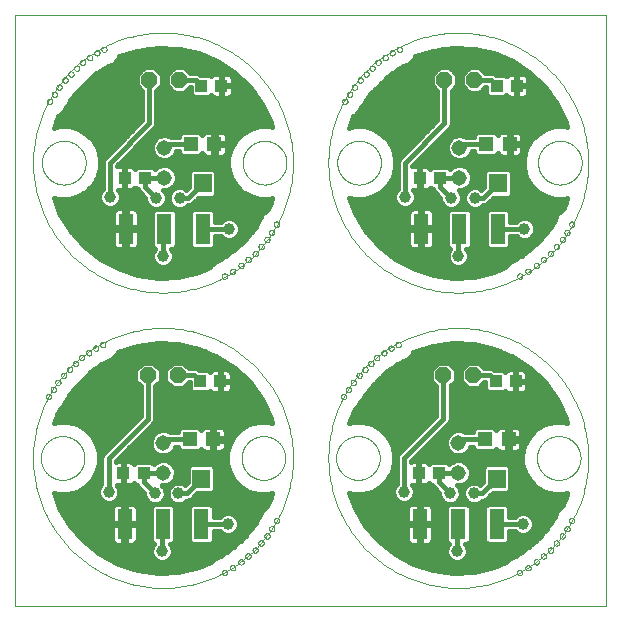
<source format=gtl>
G75*
%MOIN*%
%OFA0B0*%
%FSLAX25Y25*%
%IPPOS*%
%LPD*%
%AMOC8*
5,1,8,0,0,1.08239X$1,22.5*
%
%ADD10C,0.00000*%
%ADD11C,0.00394*%
%ADD12C,0.05150*%
%ADD13OC8,0.05200*%
%ADD14R,0.03937X0.04331*%
%ADD15R,0.05906X0.06299*%
%ADD16R,0.04724X0.04724*%
%ADD17R,0.05000X0.10000*%
%ADD18C,0.01600*%
%ADD19C,0.03962*%
D10*
X0009662Y0050409D02*
X0009664Y0050588D01*
X0009671Y0050766D01*
X0009682Y0050945D01*
X0009697Y0051123D01*
X0009717Y0051301D01*
X0009741Y0051478D01*
X0009769Y0051654D01*
X0009802Y0051830D01*
X0009839Y0052005D01*
X0009880Y0052179D01*
X0009926Y0052351D01*
X0009976Y0052523D01*
X0010030Y0052694D01*
X0010088Y0052863D01*
X0010150Y0053030D01*
X0010216Y0053196D01*
X0010287Y0053360D01*
X0010361Y0053523D01*
X0010440Y0053684D01*
X0010522Y0053842D01*
X0010608Y0053999D01*
X0010698Y0054153D01*
X0010792Y0054305D01*
X0010889Y0054455D01*
X0010991Y0054603D01*
X0011095Y0054747D01*
X0011203Y0054890D01*
X0011315Y0055029D01*
X0011430Y0055166D01*
X0011549Y0055300D01*
X0011670Y0055431D01*
X0011795Y0055559D01*
X0011923Y0055684D01*
X0012054Y0055805D01*
X0012188Y0055924D01*
X0012325Y0056039D01*
X0012464Y0056151D01*
X0012607Y0056259D01*
X0012751Y0056363D01*
X0012899Y0056465D01*
X0013049Y0056562D01*
X0013201Y0056656D01*
X0013355Y0056746D01*
X0013512Y0056832D01*
X0013670Y0056914D01*
X0013831Y0056993D01*
X0013994Y0057067D01*
X0014158Y0057138D01*
X0014324Y0057204D01*
X0014491Y0057266D01*
X0014660Y0057324D01*
X0014831Y0057378D01*
X0015003Y0057428D01*
X0015175Y0057474D01*
X0015349Y0057515D01*
X0015524Y0057552D01*
X0015700Y0057585D01*
X0015876Y0057613D01*
X0016053Y0057637D01*
X0016231Y0057657D01*
X0016409Y0057672D01*
X0016588Y0057683D01*
X0016766Y0057690D01*
X0016945Y0057692D01*
X0017124Y0057690D01*
X0017302Y0057683D01*
X0017481Y0057672D01*
X0017659Y0057657D01*
X0017837Y0057637D01*
X0018014Y0057613D01*
X0018190Y0057585D01*
X0018366Y0057552D01*
X0018541Y0057515D01*
X0018715Y0057474D01*
X0018887Y0057428D01*
X0019059Y0057378D01*
X0019230Y0057324D01*
X0019399Y0057266D01*
X0019566Y0057204D01*
X0019732Y0057138D01*
X0019896Y0057067D01*
X0020059Y0056993D01*
X0020220Y0056914D01*
X0020378Y0056832D01*
X0020535Y0056746D01*
X0020689Y0056656D01*
X0020841Y0056562D01*
X0020991Y0056465D01*
X0021139Y0056363D01*
X0021283Y0056259D01*
X0021426Y0056151D01*
X0021565Y0056039D01*
X0021702Y0055924D01*
X0021836Y0055805D01*
X0021967Y0055684D01*
X0022095Y0055559D01*
X0022220Y0055431D01*
X0022341Y0055300D01*
X0022460Y0055166D01*
X0022575Y0055029D01*
X0022687Y0054890D01*
X0022795Y0054747D01*
X0022899Y0054603D01*
X0023001Y0054455D01*
X0023098Y0054305D01*
X0023192Y0054153D01*
X0023282Y0053999D01*
X0023368Y0053842D01*
X0023450Y0053684D01*
X0023529Y0053523D01*
X0023603Y0053360D01*
X0023674Y0053196D01*
X0023740Y0053030D01*
X0023802Y0052863D01*
X0023860Y0052694D01*
X0023914Y0052523D01*
X0023964Y0052351D01*
X0024010Y0052179D01*
X0024051Y0052005D01*
X0024088Y0051830D01*
X0024121Y0051654D01*
X0024149Y0051478D01*
X0024173Y0051301D01*
X0024193Y0051123D01*
X0024208Y0050945D01*
X0024219Y0050766D01*
X0024226Y0050588D01*
X0024228Y0050409D01*
X0024226Y0050230D01*
X0024219Y0050052D01*
X0024208Y0049873D01*
X0024193Y0049695D01*
X0024173Y0049517D01*
X0024149Y0049340D01*
X0024121Y0049164D01*
X0024088Y0048988D01*
X0024051Y0048813D01*
X0024010Y0048639D01*
X0023964Y0048467D01*
X0023914Y0048295D01*
X0023860Y0048124D01*
X0023802Y0047955D01*
X0023740Y0047788D01*
X0023674Y0047622D01*
X0023603Y0047458D01*
X0023529Y0047295D01*
X0023450Y0047134D01*
X0023368Y0046976D01*
X0023282Y0046819D01*
X0023192Y0046665D01*
X0023098Y0046513D01*
X0023001Y0046363D01*
X0022899Y0046215D01*
X0022795Y0046071D01*
X0022687Y0045928D01*
X0022575Y0045789D01*
X0022460Y0045652D01*
X0022341Y0045518D01*
X0022220Y0045387D01*
X0022095Y0045259D01*
X0021967Y0045134D01*
X0021836Y0045013D01*
X0021702Y0044894D01*
X0021565Y0044779D01*
X0021426Y0044667D01*
X0021283Y0044559D01*
X0021139Y0044455D01*
X0020991Y0044353D01*
X0020841Y0044256D01*
X0020689Y0044162D01*
X0020535Y0044072D01*
X0020378Y0043986D01*
X0020220Y0043904D01*
X0020059Y0043825D01*
X0019896Y0043751D01*
X0019732Y0043680D01*
X0019566Y0043614D01*
X0019399Y0043552D01*
X0019230Y0043494D01*
X0019059Y0043440D01*
X0018887Y0043390D01*
X0018715Y0043344D01*
X0018541Y0043303D01*
X0018366Y0043266D01*
X0018190Y0043233D01*
X0018014Y0043205D01*
X0017837Y0043181D01*
X0017659Y0043161D01*
X0017481Y0043146D01*
X0017302Y0043135D01*
X0017124Y0043128D01*
X0016945Y0043126D01*
X0016766Y0043128D01*
X0016588Y0043135D01*
X0016409Y0043146D01*
X0016231Y0043161D01*
X0016053Y0043181D01*
X0015876Y0043205D01*
X0015700Y0043233D01*
X0015524Y0043266D01*
X0015349Y0043303D01*
X0015175Y0043344D01*
X0015003Y0043390D01*
X0014831Y0043440D01*
X0014660Y0043494D01*
X0014491Y0043552D01*
X0014324Y0043614D01*
X0014158Y0043680D01*
X0013994Y0043751D01*
X0013831Y0043825D01*
X0013670Y0043904D01*
X0013512Y0043986D01*
X0013355Y0044072D01*
X0013201Y0044162D01*
X0013049Y0044256D01*
X0012899Y0044353D01*
X0012751Y0044455D01*
X0012607Y0044559D01*
X0012464Y0044667D01*
X0012325Y0044779D01*
X0012188Y0044894D01*
X0012054Y0045013D01*
X0011923Y0045134D01*
X0011795Y0045259D01*
X0011670Y0045387D01*
X0011549Y0045518D01*
X0011430Y0045652D01*
X0011315Y0045789D01*
X0011203Y0045928D01*
X0011095Y0046071D01*
X0010991Y0046215D01*
X0010889Y0046363D01*
X0010792Y0046513D01*
X0010698Y0046665D01*
X0010608Y0046819D01*
X0010522Y0046976D01*
X0010440Y0047134D01*
X0010361Y0047295D01*
X0010287Y0047458D01*
X0010216Y0047622D01*
X0010150Y0047788D01*
X0010088Y0047955D01*
X0010030Y0048124D01*
X0009976Y0048295D01*
X0009926Y0048467D01*
X0009880Y0048639D01*
X0009839Y0048813D01*
X0009802Y0048988D01*
X0009769Y0049164D01*
X0009741Y0049340D01*
X0009717Y0049517D01*
X0009697Y0049695D01*
X0009682Y0049873D01*
X0009671Y0050052D01*
X0009664Y0050230D01*
X0009662Y0050409D01*
X0011334Y0070882D02*
X0011336Y0070941D01*
X0011342Y0071000D01*
X0011352Y0071058D01*
X0011365Y0071116D01*
X0011383Y0071173D01*
X0011404Y0071228D01*
X0011429Y0071282D01*
X0011458Y0071334D01*
X0011490Y0071383D01*
X0011525Y0071431D01*
X0011563Y0071476D01*
X0011604Y0071519D01*
X0011648Y0071559D01*
X0011694Y0071595D01*
X0011743Y0071629D01*
X0011794Y0071659D01*
X0011847Y0071686D01*
X0011902Y0071709D01*
X0011957Y0071728D01*
X0012015Y0071744D01*
X0012073Y0071756D01*
X0012131Y0071764D01*
X0012190Y0071768D01*
X0012250Y0071768D01*
X0012309Y0071764D01*
X0012367Y0071756D01*
X0012425Y0071744D01*
X0012483Y0071728D01*
X0012538Y0071709D01*
X0012593Y0071686D01*
X0012646Y0071659D01*
X0012697Y0071629D01*
X0012746Y0071595D01*
X0012792Y0071559D01*
X0012836Y0071519D01*
X0012877Y0071476D01*
X0012915Y0071431D01*
X0012950Y0071383D01*
X0012982Y0071334D01*
X0013011Y0071282D01*
X0013036Y0071228D01*
X0013057Y0071173D01*
X0013075Y0071116D01*
X0013088Y0071058D01*
X0013098Y0071000D01*
X0013104Y0070941D01*
X0013106Y0070882D01*
X0013104Y0070823D01*
X0013098Y0070764D01*
X0013088Y0070706D01*
X0013075Y0070648D01*
X0013057Y0070591D01*
X0013036Y0070536D01*
X0013011Y0070482D01*
X0012982Y0070430D01*
X0012950Y0070381D01*
X0012915Y0070333D01*
X0012877Y0070288D01*
X0012836Y0070245D01*
X0012792Y0070205D01*
X0012746Y0070169D01*
X0012697Y0070135D01*
X0012646Y0070105D01*
X0012593Y0070078D01*
X0012538Y0070055D01*
X0012483Y0070036D01*
X0012425Y0070020D01*
X0012367Y0070008D01*
X0012309Y0070000D01*
X0012250Y0069996D01*
X0012190Y0069996D01*
X0012131Y0070000D01*
X0012073Y0070008D01*
X0012015Y0070020D01*
X0011957Y0070036D01*
X0011902Y0070055D01*
X0011847Y0070078D01*
X0011794Y0070105D01*
X0011743Y0070135D01*
X0011694Y0070169D01*
X0011648Y0070205D01*
X0011604Y0070245D01*
X0011563Y0070288D01*
X0011525Y0070333D01*
X0011490Y0070381D01*
X0011458Y0070430D01*
X0011429Y0070482D01*
X0011404Y0070536D01*
X0011383Y0070591D01*
X0011365Y0070648D01*
X0011352Y0070706D01*
X0011342Y0070764D01*
X0011336Y0070823D01*
X0011334Y0070882D01*
X0012909Y0073244D02*
X0012911Y0073303D01*
X0012917Y0073362D01*
X0012927Y0073420D01*
X0012940Y0073478D01*
X0012958Y0073535D01*
X0012979Y0073590D01*
X0013004Y0073644D01*
X0013033Y0073696D01*
X0013065Y0073745D01*
X0013100Y0073793D01*
X0013138Y0073838D01*
X0013179Y0073881D01*
X0013223Y0073921D01*
X0013269Y0073957D01*
X0013318Y0073991D01*
X0013369Y0074021D01*
X0013422Y0074048D01*
X0013477Y0074071D01*
X0013532Y0074090D01*
X0013590Y0074106D01*
X0013648Y0074118D01*
X0013706Y0074126D01*
X0013765Y0074130D01*
X0013825Y0074130D01*
X0013884Y0074126D01*
X0013942Y0074118D01*
X0014000Y0074106D01*
X0014058Y0074090D01*
X0014113Y0074071D01*
X0014168Y0074048D01*
X0014221Y0074021D01*
X0014272Y0073991D01*
X0014321Y0073957D01*
X0014367Y0073921D01*
X0014411Y0073881D01*
X0014452Y0073838D01*
X0014490Y0073793D01*
X0014525Y0073745D01*
X0014557Y0073696D01*
X0014586Y0073644D01*
X0014611Y0073590D01*
X0014632Y0073535D01*
X0014650Y0073478D01*
X0014663Y0073420D01*
X0014673Y0073362D01*
X0014679Y0073303D01*
X0014681Y0073244D01*
X0014679Y0073185D01*
X0014673Y0073126D01*
X0014663Y0073068D01*
X0014650Y0073010D01*
X0014632Y0072953D01*
X0014611Y0072898D01*
X0014586Y0072844D01*
X0014557Y0072792D01*
X0014525Y0072743D01*
X0014490Y0072695D01*
X0014452Y0072650D01*
X0014411Y0072607D01*
X0014367Y0072567D01*
X0014321Y0072531D01*
X0014272Y0072497D01*
X0014221Y0072467D01*
X0014168Y0072440D01*
X0014113Y0072417D01*
X0014058Y0072398D01*
X0014000Y0072382D01*
X0013942Y0072370D01*
X0013884Y0072362D01*
X0013825Y0072358D01*
X0013765Y0072358D01*
X0013706Y0072362D01*
X0013648Y0072370D01*
X0013590Y0072382D01*
X0013532Y0072398D01*
X0013477Y0072417D01*
X0013422Y0072440D01*
X0013369Y0072467D01*
X0013318Y0072497D01*
X0013269Y0072531D01*
X0013223Y0072567D01*
X0013179Y0072607D01*
X0013138Y0072650D01*
X0013100Y0072695D01*
X0013065Y0072743D01*
X0013033Y0072792D01*
X0013004Y0072844D01*
X0012979Y0072898D01*
X0012958Y0072953D01*
X0012940Y0073010D01*
X0012927Y0073068D01*
X0012917Y0073126D01*
X0012911Y0073185D01*
X0012909Y0073244D01*
X0014484Y0075606D02*
X0014486Y0075665D01*
X0014492Y0075724D01*
X0014502Y0075782D01*
X0014515Y0075840D01*
X0014533Y0075897D01*
X0014554Y0075952D01*
X0014579Y0076006D01*
X0014608Y0076058D01*
X0014640Y0076107D01*
X0014675Y0076155D01*
X0014713Y0076200D01*
X0014754Y0076243D01*
X0014798Y0076283D01*
X0014844Y0076319D01*
X0014893Y0076353D01*
X0014944Y0076383D01*
X0014997Y0076410D01*
X0015052Y0076433D01*
X0015107Y0076452D01*
X0015165Y0076468D01*
X0015223Y0076480D01*
X0015281Y0076488D01*
X0015340Y0076492D01*
X0015400Y0076492D01*
X0015459Y0076488D01*
X0015517Y0076480D01*
X0015575Y0076468D01*
X0015633Y0076452D01*
X0015688Y0076433D01*
X0015743Y0076410D01*
X0015796Y0076383D01*
X0015847Y0076353D01*
X0015896Y0076319D01*
X0015942Y0076283D01*
X0015986Y0076243D01*
X0016027Y0076200D01*
X0016065Y0076155D01*
X0016100Y0076107D01*
X0016132Y0076058D01*
X0016161Y0076006D01*
X0016186Y0075952D01*
X0016207Y0075897D01*
X0016225Y0075840D01*
X0016238Y0075782D01*
X0016248Y0075724D01*
X0016254Y0075665D01*
X0016256Y0075606D01*
X0016254Y0075547D01*
X0016248Y0075488D01*
X0016238Y0075430D01*
X0016225Y0075372D01*
X0016207Y0075315D01*
X0016186Y0075260D01*
X0016161Y0075206D01*
X0016132Y0075154D01*
X0016100Y0075105D01*
X0016065Y0075057D01*
X0016027Y0075012D01*
X0015986Y0074969D01*
X0015942Y0074929D01*
X0015896Y0074893D01*
X0015847Y0074859D01*
X0015796Y0074829D01*
X0015743Y0074802D01*
X0015688Y0074779D01*
X0015633Y0074760D01*
X0015575Y0074744D01*
X0015517Y0074732D01*
X0015459Y0074724D01*
X0015400Y0074720D01*
X0015340Y0074720D01*
X0015281Y0074724D01*
X0015223Y0074732D01*
X0015165Y0074744D01*
X0015107Y0074760D01*
X0015052Y0074779D01*
X0014997Y0074802D01*
X0014944Y0074829D01*
X0014893Y0074859D01*
X0014844Y0074893D01*
X0014798Y0074929D01*
X0014754Y0074969D01*
X0014713Y0075012D01*
X0014675Y0075057D01*
X0014640Y0075105D01*
X0014608Y0075154D01*
X0014579Y0075206D01*
X0014554Y0075260D01*
X0014533Y0075315D01*
X0014515Y0075372D01*
X0014502Y0075430D01*
X0014492Y0075488D01*
X0014486Y0075547D01*
X0014484Y0075606D01*
X0016453Y0077969D02*
X0016455Y0078028D01*
X0016461Y0078087D01*
X0016471Y0078145D01*
X0016484Y0078203D01*
X0016502Y0078260D01*
X0016523Y0078315D01*
X0016548Y0078369D01*
X0016577Y0078421D01*
X0016609Y0078470D01*
X0016644Y0078518D01*
X0016682Y0078563D01*
X0016723Y0078606D01*
X0016767Y0078646D01*
X0016813Y0078682D01*
X0016862Y0078716D01*
X0016913Y0078746D01*
X0016966Y0078773D01*
X0017021Y0078796D01*
X0017076Y0078815D01*
X0017134Y0078831D01*
X0017192Y0078843D01*
X0017250Y0078851D01*
X0017309Y0078855D01*
X0017369Y0078855D01*
X0017428Y0078851D01*
X0017486Y0078843D01*
X0017544Y0078831D01*
X0017602Y0078815D01*
X0017657Y0078796D01*
X0017712Y0078773D01*
X0017765Y0078746D01*
X0017816Y0078716D01*
X0017865Y0078682D01*
X0017911Y0078646D01*
X0017955Y0078606D01*
X0017996Y0078563D01*
X0018034Y0078518D01*
X0018069Y0078470D01*
X0018101Y0078421D01*
X0018130Y0078369D01*
X0018155Y0078315D01*
X0018176Y0078260D01*
X0018194Y0078203D01*
X0018207Y0078145D01*
X0018217Y0078087D01*
X0018223Y0078028D01*
X0018225Y0077969D01*
X0018223Y0077910D01*
X0018217Y0077851D01*
X0018207Y0077793D01*
X0018194Y0077735D01*
X0018176Y0077678D01*
X0018155Y0077623D01*
X0018130Y0077569D01*
X0018101Y0077517D01*
X0018069Y0077468D01*
X0018034Y0077420D01*
X0017996Y0077375D01*
X0017955Y0077332D01*
X0017911Y0077292D01*
X0017865Y0077256D01*
X0017816Y0077222D01*
X0017765Y0077192D01*
X0017712Y0077165D01*
X0017657Y0077142D01*
X0017602Y0077123D01*
X0017544Y0077107D01*
X0017486Y0077095D01*
X0017428Y0077087D01*
X0017369Y0077083D01*
X0017309Y0077083D01*
X0017250Y0077087D01*
X0017192Y0077095D01*
X0017134Y0077107D01*
X0017076Y0077123D01*
X0017021Y0077142D01*
X0016966Y0077165D01*
X0016913Y0077192D01*
X0016862Y0077222D01*
X0016813Y0077256D01*
X0016767Y0077292D01*
X0016723Y0077332D01*
X0016682Y0077375D01*
X0016644Y0077420D01*
X0016609Y0077468D01*
X0016577Y0077517D01*
X0016548Y0077569D01*
X0016523Y0077623D01*
X0016502Y0077678D01*
X0016484Y0077735D01*
X0016471Y0077793D01*
X0016461Y0077851D01*
X0016455Y0077910D01*
X0016453Y0077969D01*
X0018421Y0079937D02*
X0018423Y0079996D01*
X0018429Y0080055D01*
X0018439Y0080113D01*
X0018452Y0080171D01*
X0018470Y0080228D01*
X0018491Y0080283D01*
X0018516Y0080337D01*
X0018545Y0080389D01*
X0018577Y0080438D01*
X0018612Y0080486D01*
X0018650Y0080531D01*
X0018691Y0080574D01*
X0018735Y0080614D01*
X0018781Y0080650D01*
X0018830Y0080684D01*
X0018881Y0080714D01*
X0018934Y0080741D01*
X0018989Y0080764D01*
X0019044Y0080783D01*
X0019102Y0080799D01*
X0019160Y0080811D01*
X0019218Y0080819D01*
X0019277Y0080823D01*
X0019337Y0080823D01*
X0019396Y0080819D01*
X0019454Y0080811D01*
X0019512Y0080799D01*
X0019570Y0080783D01*
X0019625Y0080764D01*
X0019680Y0080741D01*
X0019733Y0080714D01*
X0019784Y0080684D01*
X0019833Y0080650D01*
X0019879Y0080614D01*
X0019923Y0080574D01*
X0019964Y0080531D01*
X0020002Y0080486D01*
X0020037Y0080438D01*
X0020069Y0080389D01*
X0020098Y0080337D01*
X0020123Y0080283D01*
X0020144Y0080228D01*
X0020162Y0080171D01*
X0020175Y0080113D01*
X0020185Y0080055D01*
X0020191Y0079996D01*
X0020193Y0079937D01*
X0020191Y0079878D01*
X0020185Y0079819D01*
X0020175Y0079761D01*
X0020162Y0079703D01*
X0020144Y0079646D01*
X0020123Y0079591D01*
X0020098Y0079537D01*
X0020069Y0079485D01*
X0020037Y0079436D01*
X0020002Y0079388D01*
X0019964Y0079343D01*
X0019923Y0079300D01*
X0019879Y0079260D01*
X0019833Y0079224D01*
X0019784Y0079190D01*
X0019733Y0079160D01*
X0019680Y0079133D01*
X0019625Y0079110D01*
X0019570Y0079091D01*
X0019512Y0079075D01*
X0019454Y0079063D01*
X0019396Y0079055D01*
X0019337Y0079051D01*
X0019277Y0079051D01*
X0019218Y0079055D01*
X0019160Y0079063D01*
X0019102Y0079075D01*
X0019044Y0079091D01*
X0018989Y0079110D01*
X0018934Y0079133D01*
X0018881Y0079160D01*
X0018830Y0079190D01*
X0018781Y0079224D01*
X0018735Y0079260D01*
X0018691Y0079300D01*
X0018650Y0079343D01*
X0018612Y0079388D01*
X0018577Y0079436D01*
X0018545Y0079485D01*
X0018516Y0079537D01*
X0018491Y0079591D01*
X0018470Y0079646D01*
X0018452Y0079703D01*
X0018439Y0079761D01*
X0018429Y0079819D01*
X0018423Y0079878D01*
X0018421Y0079937D01*
X0020390Y0081906D02*
X0020392Y0081965D01*
X0020398Y0082024D01*
X0020408Y0082082D01*
X0020421Y0082140D01*
X0020439Y0082197D01*
X0020460Y0082252D01*
X0020485Y0082306D01*
X0020514Y0082358D01*
X0020546Y0082407D01*
X0020581Y0082455D01*
X0020619Y0082500D01*
X0020660Y0082543D01*
X0020704Y0082583D01*
X0020750Y0082619D01*
X0020799Y0082653D01*
X0020850Y0082683D01*
X0020903Y0082710D01*
X0020958Y0082733D01*
X0021013Y0082752D01*
X0021071Y0082768D01*
X0021129Y0082780D01*
X0021187Y0082788D01*
X0021246Y0082792D01*
X0021306Y0082792D01*
X0021365Y0082788D01*
X0021423Y0082780D01*
X0021481Y0082768D01*
X0021539Y0082752D01*
X0021594Y0082733D01*
X0021649Y0082710D01*
X0021702Y0082683D01*
X0021753Y0082653D01*
X0021802Y0082619D01*
X0021848Y0082583D01*
X0021892Y0082543D01*
X0021933Y0082500D01*
X0021971Y0082455D01*
X0022006Y0082407D01*
X0022038Y0082358D01*
X0022067Y0082306D01*
X0022092Y0082252D01*
X0022113Y0082197D01*
X0022131Y0082140D01*
X0022144Y0082082D01*
X0022154Y0082024D01*
X0022160Y0081965D01*
X0022162Y0081906D01*
X0022160Y0081847D01*
X0022154Y0081788D01*
X0022144Y0081730D01*
X0022131Y0081672D01*
X0022113Y0081615D01*
X0022092Y0081560D01*
X0022067Y0081506D01*
X0022038Y0081454D01*
X0022006Y0081405D01*
X0021971Y0081357D01*
X0021933Y0081312D01*
X0021892Y0081269D01*
X0021848Y0081229D01*
X0021802Y0081193D01*
X0021753Y0081159D01*
X0021702Y0081129D01*
X0021649Y0081102D01*
X0021594Y0081079D01*
X0021539Y0081060D01*
X0021481Y0081044D01*
X0021423Y0081032D01*
X0021365Y0081024D01*
X0021306Y0081020D01*
X0021246Y0081020D01*
X0021187Y0081024D01*
X0021129Y0081032D01*
X0021071Y0081044D01*
X0021013Y0081060D01*
X0020958Y0081079D01*
X0020903Y0081102D01*
X0020850Y0081129D01*
X0020799Y0081159D01*
X0020750Y0081193D01*
X0020704Y0081229D01*
X0020660Y0081269D01*
X0020619Y0081312D01*
X0020581Y0081357D01*
X0020546Y0081405D01*
X0020514Y0081454D01*
X0020485Y0081506D01*
X0020460Y0081560D01*
X0020439Y0081615D01*
X0020421Y0081672D01*
X0020408Y0081730D01*
X0020398Y0081788D01*
X0020392Y0081847D01*
X0020390Y0081906D01*
X0022358Y0083874D02*
X0022360Y0083933D01*
X0022366Y0083992D01*
X0022376Y0084050D01*
X0022389Y0084108D01*
X0022407Y0084165D01*
X0022428Y0084220D01*
X0022453Y0084274D01*
X0022482Y0084326D01*
X0022514Y0084375D01*
X0022549Y0084423D01*
X0022587Y0084468D01*
X0022628Y0084511D01*
X0022672Y0084551D01*
X0022718Y0084587D01*
X0022767Y0084621D01*
X0022818Y0084651D01*
X0022871Y0084678D01*
X0022926Y0084701D01*
X0022981Y0084720D01*
X0023039Y0084736D01*
X0023097Y0084748D01*
X0023155Y0084756D01*
X0023214Y0084760D01*
X0023274Y0084760D01*
X0023333Y0084756D01*
X0023391Y0084748D01*
X0023449Y0084736D01*
X0023507Y0084720D01*
X0023562Y0084701D01*
X0023617Y0084678D01*
X0023670Y0084651D01*
X0023721Y0084621D01*
X0023770Y0084587D01*
X0023816Y0084551D01*
X0023860Y0084511D01*
X0023901Y0084468D01*
X0023939Y0084423D01*
X0023974Y0084375D01*
X0024006Y0084326D01*
X0024035Y0084274D01*
X0024060Y0084220D01*
X0024081Y0084165D01*
X0024099Y0084108D01*
X0024112Y0084050D01*
X0024122Y0083992D01*
X0024128Y0083933D01*
X0024130Y0083874D01*
X0024128Y0083815D01*
X0024122Y0083756D01*
X0024112Y0083698D01*
X0024099Y0083640D01*
X0024081Y0083583D01*
X0024060Y0083528D01*
X0024035Y0083474D01*
X0024006Y0083422D01*
X0023974Y0083373D01*
X0023939Y0083325D01*
X0023901Y0083280D01*
X0023860Y0083237D01*
X0023816Y0083197D01*
X0023770Y0083161D01*
X0023721Y0083127D01*
X0023670Y0083097D01*
X0023617Y0083070D01*
X0023562Y0083047D01*
X0023507Y0083028D01*
X0023449Y0083012D01*
X0023391Y0083000D01*
X0023333Y0082992D01*
X0023274Y0082988D01*
X0023214Y0082988D01*
X0023155Y0082992D01*
X0023097Y0083000D01*
X0023039Y0083012D01*
X0022981Y0083028D01*
X0022926Y0083047D01*
X0022871Y0083070D01*
X0022818Y0083097D01*
X0022767Y0083127D01*
X0022718Y0083161D01*
X0022672Y0083197D01*
X0022628Y0083237D01*
X0022587Y0083280D01*
X0022549Y0083325D01*
X0022514Y0083373D01*
X0022482Y0083422D01*
X0022453Y0083474D01*
X0022428Y0083528D01*
X0022407Y0083583D01*
X0022389Y0083640D01*
X0022376Y0083698D01*
X0022366Y0083756D01*
X0022360Y0083815D01*
X0022358Y0083874D01*
X0024720Y0085449D02*
X0024722Y0085508D01*
X0024728Y0085567D01*
X0024738Y0085625D01*
X0024751Y0085683D01*
X0024769Y0085740D01*
X0024790Y0085795D01*
X0024815Y0085849D01*
X0024844Y0085901D01*
X0024876Y0085950D01*
X0024911Y0085998D01*
X0024949Y0086043D01*
X0024990Y0086086D01*
X0025034Y0086126D01*
X0025080Y0086162D01*
X0025129Y0086196D01*
X0025180Y0086226D01*
X0025233Y0086253D01*
X0025288Y0086276D01*
X0025343Y0086295D01*
X0025401Y0086311D01*
X0025459Y0086323D01*
X0025517Y0086331D01*
X0025576Y0086335D01*
X0025636Y0086335D01*
X0025695Y0086331D01*
X0025753Y0086323D01*
X0025811Y0086311D01*
X0025869Y0086295D01*
X0025924Y0086276D01*
X0025979Y0086253D01*
X0026032Y0086226D01*
X0026083Y0086196D01*
X0026132Y0086162D01*
X0026178Y0086126D01*
X0026222Y0086086D01*
X0026263Y0086043D01*
X0026301Y0085998D01*
X0026336Y0085950D01*
X0026368Y0085901D01*
X0026397Y0085849D01*
X0026422Y0085795D01*
X0026443Y0085740D01*
X0026461Y0085683D01*
X0026474Y0085625D01*
X0026484Y0085567D01*
X0026490Y0085508D01*
X0026492Y0085449D01*
X0026490Y0085390D01*
X0026484Y0085331D01*
X0026474Y0085273D01*
X0026461Y0085215D01*
X0026443Y0085158D01*
X0026422Y0085103D01*
X0026397Y0085049D01*
X0026368Y0084997D01*
X0026336Y0084948D01*
X0026301Y0084900D01*
X0026263Y0084855D01*
X0026222Y0084812D01*
X0026178Y0084772D01*
X0026132Y0084736D01*
X0026083Y0084702D01*
X0026032Y0084672D01*
X0025979Y0084645D01*
X0025924Y0084622D01*
X0025869Y0084603D01*
X0025811Y0084587D01*
X0025753Y0084575D01*
X0025695Y0084567D01*
X0025636Y0084563D01*
X0025576Y0084563D01*
X0025517Y0084567D01*
X0025459Y0084575D01*
X0025401Y0084587D01*
X0025343Y0084603D01*
X0025288Y0084622D01*
X0025233Y0084645D01*
X0025180Y0084672D01*
X0025129Y0084702D01*
X0025080Y0084736D01*
X0025034Y0084772D01*
X0024990Y0084812D01*
X0024949Y0084855D01*
X0024911Y0084900D01*
X0024876Y0084948D01*
X0024844Y0084997D01*
X0024815Y0085049D01*
X0024790Y0085103D01*
X0024769Y0085158D01*
X0024751Y0085215D01*
X0024738Y0085273D01*
X0024728Y0085331D01*
X0024722Y0085390D01*
X0024720Y0085449D01*
X0027083Y0087024D02*
X0027085Y0087083D01*
X0027091Y0087142D01*
X0027101Y0087200D01*
X0027114Y0087258D01*
X0027132Y0087315D01*
X0027153Y0087370D01*
X0027178Y0087424D01*
X0027207Y0087476D01*
X0027239Y0087525D01*
X0027274Y0087573D01*
X0027312Y0087618D01*
X0027353Y0087661D01*
X0027397Y0087701D01*
X0027443Y0087737D01*
X0027492Y0087771D01*
X0027543Y0087801D01*
X0027596Y0087828D01*
X0027651Y0087851D01*
X0027706Y0087870D01*
X0027764Y0087886D01*
X0027822Y0087898D01*
X0027880Y0087906D01*
X0027939Y0087910D01*
X0027999Y0087910D01*
X0028058Y0087906D01*
X0028116Y0087898D01*
X0028174Y0087886D01*
X0028232Y0087870D01*
X0028287Y0087851D01*
X0028342Y0087828D01*
X0028395Y0087801D01*
X0028446Y0087771D01*
X0028495Y0087737D01*
X0028541Y0087701D01*
X0028585Y0087661D01*
X0028626Y0087618D01*
X0028664Y0087573D01*
X0028699Y0087525D01*
X0028731Y0087476D01*
X0028760Y0087424D01*
X0028785Y0087370D01*
X0028806Y0087315D01*
X0028824Y0087258D01*
X0028837Y0087200D01*
X0028847Y0087142D01*
X0028853Y0087083D01*
X0028855Y0087024D01*
X0028853Y0086965D01*
X0028847Y0086906D01*
X0028837Y0086848D01*
X0028824Y0086790D01*
X0028806Y0086733D01*
X0028785Y0086678D01*
X0028760Y0086624D01*
X0028731Y0086572D01*
X0028699Y0086523D01*
X0028664Y0086475D01*
X0028626Y0086430D01*
X0028585Y0086387D01*
X0028541Y0086347D01*
X0028495Y0086311D01*
X0028446Y0086277D01*
X0028395Y0086247D01*
X0028342Y0086220D01*
X0028287Y0086197D01*
X0028232Y0086178D01*
X0028174Y0086162D01*
X0028116Y0086150D01*
X0028058Y0086142D01*
X0027999Y0086138D01*
X0027939Y0086138D01*
X0027880Y0086142D01*
X0027822Y0086150D01*
X0027764Y0086162D01*
X0027706Y0086178D01*
X0027651Y0086197D01*
X0027596Y0086220D01*
X0027543Y0086247D01*
X0027492Y0086277D01*
X0027443Y0086311D01*
X0027397Y0086347D01*
X0027353Y0086387D01*
X0027312Y0086430D01*
X0027274Y0086475D01*
X0027239Y0086523D01*
X0027207Y0086572D01*
X0027178Y0086624D01*
X0027153Y0086678D01*
X0027132Y0086733D01*
X0027114Y0086790D01*
X0027101Y0086848D01*
X0027091Y0086906D01*
X0027085Y0086965D01*
X0027083Y0087024D01*
X0029445Y0088205D02*
X0029447Y0088264D01*
X0029453Y0088323D01*
X0029463Y0088381D01*
X0029476Y0088439D01*
X0029494Y0088496D01*
X0029515Y0088551D01*
X0029540Y0088605D01*
X0029569Y0088657D01*
X0029601Y0088706D01*
X0029636Y0088754D01*
X0029674Y0088799D01*
X0029715Y0088842D01*
X0029759Y0088882D01*
X0029805Y0088918D01*
X0029854Y0088952D01*
X0029905Y0088982D01*
X0029958Y0089009D01*
X0030013Y0089032D01*
X0030068Y0089051D01*
X0030126Y0089067D01*
X0030184Y0089079D01*
X0030242Y0089087D01*
X0030301Y0089091D01*
X0030361Y0089091D01*
X0030420Y0089087D01*
X0030478Y0089079D01*
X0030536Y0089067D01*
X0030594Y0089051D01*
X0030649Y0089032D01*
X0030704Y0089009D01*
X0030757Y0088982D01*
X0030808Y0088952D01*
X0030857Y0088918D01*
X0030903Y0088882D01*
X0030947Y0088842D01*
X0030988Y0088799D01*
X0031026Y0088754D01*
X0031061Y0088706D01*
X0031093Y0088657D01*
X0031122Y0088605D01*
X0031147Y0088551D01*
X0031168Y0088496D01*
X0031186Y0088439D01*
X0031199Y0088381D01*
X0031209Y0088323D01*
X0031215Y0088264D01*
X0031217Y0088205D01*
X0031215Y0088146D01*
X0031209Y0088087D01*
X0031199Y0088029D01*
X0031186Y0087971D01*
X0031168Y0087914D01*
X0031147Y0087859D01*
X0031122Y0087805D01*
X0031093Y0087753D01*
X0031061Y0087704D01*
X0031026Y0087656D01*
X0030988Y0087611D01*
X0030947Y0087568D01*
X0030903Y0087528D01*
X0030857Y0087492D01*
X0030808Y0087458D01*
X0030757Y0087428D01*
X0030704Y0087401D01*
X0030649Y0087378D01*
X0030594Y0087359D01*
X0030536Y0087343D01*
X0030478Y0087331D01*
X0030420Y0087323D01*
X0030361Y0087319D01*
X0030301Y0087319D01*
X0030242Y0087323D01*
X0030184Y0087331D01*
X0030126Y0087343D01*
X0030068Y0087359D01*
X0030013Y0087378D01*
X0029958Y0087401D01*
X0029905Y0087428D01*
X0029854Y0087458D01*
X0029805Y0087492D01*
X0029759Y0087528D01*
X0029715Y0087568D01*
X0029674Y0087611D01*
X0029636Y0087656D01*
X0029601Y0087704D01*
X0029569Y0087753D01*
X0029540Y0087805D01*
X0029515Y0087859D01*
X0029494Y0087914D01*
X0029476Y0087971D01*
X0029463Y0088029D01*
X0029453Y0088087D01*
X0029447Y0088146D01*
X0029445Y0088205D01*
X0069996Y0111039D02*
X0069998Y0111098D01*
X0070004Y0111157D01*
X0070014Y0111215D01*
X0070027Y0111273D01*
X0070045Y0111330D01*
X0070066Y0111385D01*
X0070091Y0111439D01*
X0070120Y0111491D01*
X0070152Y0111540D01*
X0070187Y0111588D01*
X0070225Y0111633D01*
X0070266Y0111676D01*
X0070310Y0111716D01*
X0070356Y0111752D01*
X0070405Y0111786D01*
X0070456Y0111816D01*
X0070509Y0111843D01*
X0070564Y0111866D01*
X0070619Y0111885D01*
X0070677Y0111901D01*
X0070735Y0111913D01*
X0070793Y0111921D01*
X0070852Y0111925D01*
X0070912Y0111925D01*
X0070971Y0111921D01*
X0071029Y0111913D01*
X0071087Y0111901D01*
X0071145Y0111885D01*
X0071200Y0111866D01*
X0071255Y0111843D01*
X0071308Y0111816D01*
X0071359Y0111786D01*
X0071408Y0111752D01*
X0071454Y0111716D01*
X0071498Y0111676D01*
X0071539Y0111633D01*
X0071577Y0111588D01*
X0071612Y0111540D01*
X0071644Y0111491D01*
X0071673Y0111439D01*
X0071698Y0111385D01*
X0071719Y0111330D01*
X0071737Y0111273D01*
X0071750Y0111215D01*
X0071760Y0111157D01*
X0071766Y0111098D01*
X0071768Y0111039D01*
X0071766Y0110980D01*
X0071760Y0110921D01*
X0071750Y0110863D01*
X0071737Y0110805D01*
X0071719Y0110748D01*
X0071698Y0110693D01*
X0071673Y0110639D01*
X0071644Y0110587D01*
X0071612Y0110538D01*
X0071577Y0110490D01*
X0071539Y0110445D01*
X0071498Y0110402D01*
X0071454Y0110362D01*
X0071408Y0110326D01*
X0071359Y0110292D01*
X0071308Y0110262D01*
X0071255Y0110235D01*
X0071200Y0110212D01*
X0071145Y0110193D01*
X0071087Y0110177D01*
X0071029Y0110165D01*
X0070971Y0110157D01*
X0070912Y0110153D01*
X0070852Y0110153D01*
X0070793Y0110157D01*
X0070735Y0110165D01*
X0070677Y0110177D01*
X0070619Y0110193D01*
X0070564Y0110212D01*
X0070509Y0110235D01*
X0070456Y0110262D01*
X0070405Y0110292D01*
X0070356Y0110326D01*
X0070310Y0110362D01*
X0070266Y0110402D01*
X0070225Y0110445D01*
X0070187Y0110490D01*
X0070152Y0110538D01*
X0070120Y0110587D01*
X0070091Y0110639D01*
X0070066Y0110693D01*
X0070045Y0110748D01*
X0070027Y0110805D01*
X0070014Y0110863D01*
X0070004Y0110921D01*
X0069998Y0110980D01*
X0069996Y0111039D01*
X0072752Y0112614D02*
X0072754Y0112673D01*
X0072760Y0112732D01*
X0072770Y0112790D01*
X0072783Y0112848D01*
X0072801Y0112905D01*
X0072822Y0112960D01*
X0072847Y0113014D01*
X0072876Y0113066D01*
X0072908Y0113115D01*
X0072943Y0113163D01*
X0072981Y0113208D01*
X0073022Y0113251D01*
X0073066Y0113291D01*
X0073112Y0113327D01*
X0073161Y0113361D01*
X0073212Y0113391D01*
X0073265Y0113418D01*
X0073320Y0113441D01*
X0073375Y0113460D01*
X0073433Y0113476D01*
X0073491Y0113488D01*
X0073549Y0113496D01*
X0073608Y0113500D01*
X0073668Y0113500D01*
X0073727Y0113496D01*
X0073785Y0113488D01*
X0073843Y0113476D01*
X0073901Y0113460D01*
X0073956Y0113441D01*
X0074011Y0113418D01*
X0074064Y0113391D01*
X0074115Y0113361D01*
X0074164Y0113327D01*
X0074210Y0113291D01*
X0074254Y0113251D01*
X0074295Y0113208D01*
X0074333Y0113163D01*
X0074368Y0113115D01*
X0074400Y0113066D01*
X0074429Y0113014D01*
X0074454Y0112960D01*
X0074475Y0112905D01*
X0074493Y0112848D01*
X0074506Y0112790D01*
X0074516Y0112732D01*
X0074522Y0112673D01*
X0074524Y0112614D01*
X0074522Y0112555D01*
X0074516Y0112496D01*
X0074506Y0112438D01*
X0074493Y0112380D01*
X0074475Y0112323D01*
X0074454Y0112268D01*
X0074429Y0112214D01*
X0074400Y0112162D01*
X0074368Y0112113D01*
X0074333Y0112065D01*
X0074295Y0112020D01*
X0074254Y0111977D01*
X0074210Y0111937D01*
X0074164Y0111901D01*
X0074115Y0111867D01*
X0074064Y0111837D01*
X0074011Y0111810D01*
X0073956Y0111787D01*
X0073901Y0111768D01*
X0073843Y0111752D01*
X0073785Y0111740D01*
X0073727Y0111732D01*
X0073668Y0111728D01*
X0073608Y0111728D01*
X0073549Y0111732D01*
X0073491Y0111740D01*
X0073433Y0111752D01*
X0073375Y0111768D01*
X0073320Y0111787D01*
X0073265Y0111810D01*
X0073212Y0111837D01*
X0073161Y0111867D01*
X0073112Y0111901D01*
X0073066Y0111937D01*
X0073022Y0111977D01*
X0072981Y0112020D01*
X0072943Y0112065D01*
X0072908Y0112113D01*
X0072876Y0112162D01*
X0072847Y0112214D01*
X0072822Y0112268D01*
X0072801Y0112323D01*
X0072783Y0112380D01*
X0072770Y0112438D01*
X0072760Y0112496D01*
X0072754Y0112555D01*
X0072752Y0112614D01*
X0075508Y0114583D02*
X0075510Y0114642D01*
X0075516Y0114701D01*
X0075526Y0114759D01*
X0075539Y0114817D01*
X0075557Y0114874D01*
X0075578Y0114929D01*
X0075603Y0114983D01*
X0075632Y0115035D01*
X0075664Y0115084D01*
X0075699Y0115132D01*
X0075737Y0115177D01*
X0075778Y0115220D01*
X0075822Y0115260D01*
X0075868Y0115296D01*
X0075917Y0115330D01*
X0075968Y0115360D01*
X0076021Y0115387D01*
X0076076Y0115410D01*
X0076131Y0115429D01*
X0076189Y0115445D01*
X0076247Y0115457D01*
X0076305Y0115465D01*
X0076364Y0115469D01*
X0076424Y0115469D01*
X0076483Y0115465D01*
X0076541Y0115457D01*
X0076599Y0115445D01*
X0076657Y0115429D01*
X0076712Y0115410D01*
X0076767Y0115387D01*
X0076820Y0115360D01*
X0076871Y0115330D01*
X0076920Y0115296D01*
X0076966Y0115260D01*
X0077010Y0115220D01*
X0077051Y0115177D01*
X0077089Y0115132D01*
X0077124Y0115084D01*
X0077156Y0115035D01*
X0077185Y0114983D01*
X0077210Y0114929D01*
X0077231Y0114874D01*
X0077249Y0114817D01*
X0077262Y0114759D01*
X0077272Y0114701D01*
X0077278Y0114642D01*
X0077280Y0114583D01*
X0077278Y0114524D01*
X0077272Y0114465D01*
X0077262Y0114407D01*
X0077249Y0114349D01*
X0077231Y0114292D01*
X0077210Y0114237D01*
X0077185Y0114183D01*
X0077156Y0114131D01*
X0077124Y0114082D01*
X0077089Y0114034D01*
X0077051Y0113989D01*
X0077010Y0113946D01*
X0076966Y0113906D01*
X0076920Y0113870D01*
X0076871Y0113836D01*
X0076820Y0113806D01*
X0076767Y0113779D01*
X0076712Y0113756D01*
X0076657Y0113737D01*
X0076599Y0113721D01*
X0076541Y0113709D01*
X0076483Y0113701D01*
X0076424Y0113697D01*
X0076364Y0113697D01*
X0076305Y0113701D01*
X0076247Y0113709D01*
X0076189Y0113721D01*
X0076131Y0113737D01*
X0076076Y0113756D01*
X0076021Y0113779D01*
X0075968Y0113806D01*
X0075917Y0113836D01*
X0075868Y0113870D01*
X0075822Y0113906D01*
X0075778Y0113946D01*
X0075737Y0113989D01*
X0075699Y0114034D01*
X0075664Y0114082D01*
X0075632Y0114131D01*
X0075603Y0114183D01*
X0075578Y0114237D01*
X0075557Y0114292D01*
X0075539Y0114349D01*
X0075526Y0114407D01*
X0075516Y0114465D01*
X0075510Y0114524D01*
X0075508Y0114583D01*
X0077870Y0116551D02*
X0077872Y0116610D01*
X0077878Y0116669D01*
X0077888Y0116727D01*
X0077901Y0116785D01*
X0077919Y0116842D01*
X0077940Y0116897D01*
X0077965Y0116951D01*
X0077994Y0117003D01*
X0078026Y0117052D01*
X0078061Y0117100D01*
X0078099Y0117145D01*
X0078140Y0117188D01*
X0078184Y0117228D01*
X0078230Y0117264D01*
X0078279Y0117298D01*
X0078330Y0117328D01*
X0078383Y0117355D01*
X0078438Y0117378D01*
X0078493Y0117397D01*
X0078551Y0117413D01*
X0078609Y0117425D01*
X0078667Y0117433D01*
X0078726Y0117437D01*
X0078786Y0117437D01*
X0078845Y0117433D01*
X0078903Y0117425D01*
X0078961Y0117413D01*
X0079019Y0117397D01*
X0079074Y0117378D01*
X0079129Y0117355D01*
X0079182Y0117328D01*
X0079233Y0117298D01*
X0079282Y0117264D01*
X0079328Y0117228D01*
X0079372Y0117188D01*
X0079413Y0117145D01*
X0079451Y0117100D01*
X0079486Y0117052D01*
X0079518Y0117003D01*
X0079547Y0116951D01*
X0079572Y0116897D01*
X0079593Y0116842D01*
X0079611Y0116785D01*
X0079624Y0116727D01*
X0079634Y0116669D01*
X0079640Y0116610D01*
X0079642Y0116551D01*
X0079640Y0116492D01*
X0079634Y0116433D01*
X0079624Y0116375D01*
X0079611Y0116317D01*
X0079593Y0116260D01*
X0079572Y0116205D01*
X0079547Y0116151D01*
X0079518Y0116099D01*
X0079486Y0116050D01*
X0079451Y0116002D01*
X0079413Y0115957D01*
X0079372Y0115914D01*
X0079328Y0115874D01*
X0079282Y0115838D01*
X0079233Y0115804D01*
X0079182Y0115774D01*
X0079129Y0115747D01*
X0079074Y0115724D01*
X0079019Y0115705D01*
X0078961Y0115689D01*
X0078903Y0115677D01*
X0078845Y0115669D01*
X0078786Y0115665D01*
X0078726Y0115665D01*
X0078667Y0115669D01*
X0078609Y0115677D01*
X0078551Y0115689D01*
X0078493Y0115705D01*
X0078438Y0115724D01*
X0078383Y0115747D01*
X0078330Y0115774D01*
X0078279Y0115804D01*
X0078230Y0115838D01*
X0078184Y0115874D01*
X0078140Y0115914D01*
X0078099Y0115957D01*
X0078061Y0116002D01*
X0078026Y0116050D01*
X0077994Y0116099D01*
X0077965Y0116151D01*
X0077940Y0116205D01*
X0077919Y0116260D01*
X0077901Y0116317D01*
X0077888Y0116375D01*
X0077878Y0116433D01*
X0077872Y0116492D01*
X0077870Y0116551D01*
X0080232Y0118520D02*
X0080234Y0118579D01*
X0080240Y0118638D01*
X0080250Y0118696D01*
X0080263Y0118754D01*
X0080281Y0118811D01*
X0080302Y0118866D01*
X0080327Y0118920D01*
X0080356Y0118972D01*
X0080388Y0119021D01*
X0080423Y0119069D01*
X0080461Y0119114D01*
X0080502Y0119157D01*
X0080546Y0119197D01*
X0080592Y0119233D01*
X0080641Y0119267D01*
X0080692Y0119297D01*
X0080745Y0119324D01*
X0080800Y0119347D01*
X0080855Y0119366D01*
X0080913Y0119382D01*
X0080971Y0119394D01*
X0081029Y0119402D01*
X0081088Y0119406D01*
X0081148Y0119406D01*
X0081207Y0119402D01*
X0081265Y0119394D01*
X0081323Y0119382D01*
X0081381Y0119366D01*
X0081436Y0119347D01*
X0081491Y0119324D01*
X0081544Y0119297D01*
X0081595Y0119267D01*
X0081644Y0119233D01*
X0081690Y0119197D01*
X0081734Y0119157D01*
X0081775Y0119114D01*
X0081813Y0119069D01*
X0081848Y0119021D01*
X0081880Y0118972D01*
X0081909Y0118920D01*
X0081934Y0118866D01*
X0081955Y0118811D01*
X0081973Y0118754D01*
X0081986Y0118696D01*
X0081996Y0118638D01*
X0082002Y0118579D01*
X0082004Y0118520D01*
X0082002Y0118461D01*
X0081996Y0118402D01*
X0081986Y0118344D01*
X0081973Y0118286D01*
X0081955Y0118229D01*
X0081934Y0118174D01*
X0081909Y0118120D01*
X0081880Y0118068D01*
X0081848Y0118019D01*
X0081813Y0117971D01*
X0081775Y0117926D01*
X0081734Y0117883D01*
X0081690Y0117843D01*
X0081644Y0117807D01*
X0081595Y0117773D01*
X0081544Y0117743D01*
X0081491Y0117716D01*
X0081436Y0117693D01*
X0081381Y0117674D01*
X0081323Y0117658D01*
X0081265Y0117646D01*
X0081207Y0117638D01*
X0081148Y0117634D01*
X0081088Y0117634D01*
X0081029Y0117638D01*
X0080971Y0117646D01*
X0080913Y0117658D01*
X0080855Y0117674D01*
X0080800Y0117693D01*
X0080745Y0117716D01*
X0080692Y0117743D01*
X0080641Y0117773D01*
X0080592Y0117807D01*
X0080546Y0117843D01*
X0080502Y0117883D01*
X0080461Y0117926D01*
X0080423Y0117971D01*
X0080388Y0118019D01*
X0080356Y0118068D01*
X0080327Y0118120D01*
X0080302Y0118174D01*
X0080281Y0118229D01*
X0080263Y0118286D01*
X0080250Y0118344D01*
X0080240Y0118402D01*
X0080234Y0118461D01*
X0080232Y0118520D01*
X0082201Y0120882D02*
X0082203Y0120941D01*
X0082209Y0121000D01*
X0082219Y0121058D01*
X0082232Y0121116D01*
X0082250Y0121173D01*
X0082271Y0121228D01*
X0082296Y0121282D01*
X0082325Y0121334D01*
X0082357Y0121383D01*
X0082392Y0121431D01*
X0082430Y0121476D01*
X0082471Y0121519D01*
X0082515Y0121559D01*
X0082561Y0121595D01*
X0082610Y0121629D01*
X0082661Y0121659D01*
X0082714Y0121686D01*
X0082769Y0121709D01*
X0082824Y0121728D01*
X0082882Y0121744D01*
X0082940Y0121756D01*
X0082998Y0121764D01*
X0083057Y0121768D01*
X0083117Y0121768D01*
X0083176Y0121764D01*
X0083234Y0121756D01*
X0083292Y0121744D01*
X0083350Y0121728D01*
X0083405Y0121709D01*
X0083460Y0121686D01*
X0083513Y0121659D01*
X0083564Y0121629D01*
X0083613Y0121595D01*
X0083659Y0121559D01*
X0083703Y0121519D01*
X0083744Y0121476D01*
X0083782Y0121431D01*
X0083817Y0121383D01*
X0083849Y0121334D01*
X0083878Y0121282D01*
X0083903Y0121228D01*
X0083924Y0121173D01*
X0083942Y0121116D01*
X0083955Y0121058D01*
X0083965Y0121000D01*
X0083971Y0120941D01*
X0083973Y0120882D01*
X0083971Y0120823D01*
X0083965Y0120764D01*
X0083955Y0120706D01*
X0083942Y0120648D01*
X0083924Y0120591D01*
X0083903Y0120536D01*
X0083878Y0120482D01*
X0083849Y0120430D01*
X0083817Y0120381D01*
X0083782Y0120333D01*
X0083744Y0120288D01*
X0083703Y0120245D01*
X0083659Y0120205D01*
X0083613Y0120169D01*
X0083564Y0120135D01*
X0083513Y0120105D01*
X0083460Y0120078D01*
X0083405Y0120055D01*
X0083350Y0120036D01*
X0083292Y0120020D01*
X0083234Y0120008D01*
X0083176Y0120000D01*
X0083117Y0119996D01*
X0083057Y0119996D01*
X0082998Y0120000D01*
X0082940Y0120008D01*
X0082882Y0120020D01*
X0082824Y0120036D01*
X0082769Y0120055D01*
X0082714Y0120078D01*
X0082661Y0120105D01*
X0082610Y0120135D01*
X0082561Y0120169D01*
X0082515Y0120205D01*
X0082471Y0120245D01*
X0082430Y0120288D01*
X0082392Y0120333D01*
X0082357Y0120381D01*
X0082325Y0120430D01*
X0082296Y0120482D01*
X0082271Y0120536D01*
X0082250Y0120591D01*
X0082232Y0120648D01*
X0082219Y0120706D01*
X0082209Y0120764D01*
X0082203Y0120823D01*
X0082201Y0120882D01*
X0084169Y0123244D02*
X0084171Y0123303D01*
X0084177Y0123362D01*
X0084187Y0123420D01*
X0084200Y0123478D01*
X0084218Y0123535D01*
X0084239Y0123590D01*
X0084264Y0123644D01*
X0084293Y0123696D01*
X0084325Y0123745D01*
X0084360Y0123793D01*
X0084398Y0123838D01*
X0084439Y0123881D01*
X0084483Y0123921D01*
X0084529Y0123957D01*
X0084578Y0123991D01*
X0084629Y0124021D01*
X0084682Y0124048D01*
X0084737Y0124071D01*
X0084792Y0124090D01*
X0084850Y0124106D01*
X0084908Y0124118D01*
X0084966Y0124126D01*
X0085025Y0124130D01*
X0085085Y0124130D01*
X0085144Y0124126D01*
X0085202Y0124118D01*
X0085260Y0124106D01*
X0085318Y0124090D01*
X0085373Y0124071D01*
X0085428Y0124048D01*
X0085481Y0124021D01*
X0085532Y0123991D01*
X0085581Y0123957D01*
X0085627Y0123921D01*
X0085671Y0123881D01*
X0085712Y0123838D01*
X0085750Y0123793D01*
X0085785Y0123745D01*
X0085817Y0123696D01*
X0085846Y0123644D01*
X0085871Y0123590D01*
X0085892Y0123535D01*
X0085910Y0123478D01*
X0085923Y0123420D01*
X0085933Y0123362D01*
X0085939Y0123303D01*
X0085941Y0123244D01*
X0085939Y0123185D01*
X0085933Y0123126D01*
X0085923Y0123068D01*
X0085910Y0123010D01*
X0085892Y0122953D01*
X0085871Y0122898D01*
X0085846Y0122844D01*
X0085817Y0122792D01*
X0085785Y0122743D01*
X0085750Y0122695D01*
X0085712Y0122650D01*
X0085671Y0122607D01*
X0085627Y0122567D01*
X0085581Y0122531D01*
X0085532Y0122497D01*
X0085481Y0122467D01*
X0085428Y0122440D01*
X0085373Y0122417D01*
X0085318Y0122398D01*
X0085260Y0122382D01*
X0085202Y0122370D01*
X0085144Y0122362D01*
X0085085Y0122358D01*
X0085025Y0122358D01*
X0084966Y0122362D01*
X0084908Y0122370D01*
X0084850Y0122382D01*
X0084792Y0122398D01*
X0084737Y0122417D01*
X0084682Y0122440D01*
X0084629Y0122467D01*
X0084578Y0122497D01*
X0084529Y0122531D01*
X0084483Y0122567D01*
X0084439Y0122607D01*
X0084398Y0122650D01*
X0084360Y0122695D01*
X0084325Y0122743D01*
X0084293Y0122792D01*
X0084264Y0122844D01*
X0084239Y0122898D01*
X0084218Y0122953D01*
X0084200Y0123010D01*
X0084187Y0123068D01*
X0084177Y0123126D01*
X0084171Y0123185D01*
X0084169Y0123244D01*
X0085744Y0125606D02*
X0085746Y0125665D01*
X0085752Y0125724D01*
X0085762Y0125782D01*
X0085775Y0125840D01*
X0085793Y0125897D01*
X0085814Y0125952D01*
X0085839Y0126006D01*
X0085868Y0126058D01*
X0085900Y0126107D01*
X0085935Y0126155D01*
X0085973Y0126200D01*
X0086014Y0126243D01*
X0086058Y0126283D01*
X0086104Y0126319D01*
X0086153Y0126353D01*
X0086204Y0126383D01*
X0086257Y0126410D01*
X0086312Y0126433D01*
X0086367Y0126452D01*
X0086425Y0126468D01*
X0086483Y0126480D01*
X0086541Y0126488D01*
X0086600Y0126492D01*
X0086660Y0126492D01*
X0086719Y0126488D01*
X0086777Y0126480D01*
X0086835Y0126468D01*
X0086893Y0126452D01*
X0086948Y0126433D01*
X0087003Y0126410D01*
X0087056Y0126383D01*
X0087107Y0126353D01*
X0087156Y0126319D01*
X0087202Y0126283D01*
X0087246Y0126243D01*
X0087287Y0126200D01*
X0087325Y0126155D01*
X0087360Y0126107D01*
X0087392Y0126058D01*
X0087421Y0126006D01*
X0087446Y0125952D01*
X0087467Y0125897D01*
X0087485Y0125840D01*
X0087498Y0125782D01*
X0087508Y0125724D01*
X0087514Y0125665D01*
X0087516Y0125606D01*
X0087514Y0125547D01*
X0087508Y0125488D01*
X0087498Y0125430D01*
X0087485Y0125372D01*
X0087467Y0125315D01*
X0087446Y0125260D01*
X0087421Y0125206D01*
X0087392Y0125154D01*
X0087360Y0125105D01*
X0087325Y0125057D01*
X0087287Y0125012D01*
X0087246Y0124969D01*
X0087202Y0124929D01*
X0087156Y0124893D01*
X0087107Y0124859D01*
X0087056Y0124829D01*
X0087003Y0124802D01*
X0086948Y0124779D01*
X0086893Y0124760D01*
X0086835Y0124744D01*
X0086777Y0124732D01*
X0086719Y0124724D01*
X0086660Y0124720D01*
X0086600Y0124720D01*
X0086541Y0124724D01*
X0086483Y0124732D01*
X0086425Y0124744D01*
X0086367Y0124760D01*
X0086312Y0124779D01*
X0086257Y0124802D01*
X0086204Y0124829D01*
X0086153Y0124859D01*
X0086104Y0124893D01*
X0086058Y0124929D01*
X0086014Y0124969D01*
X0085973Y0125012D01*
X0085935Y0125057D01*
X0085900Y0125105D01*
X0085868Y0125154D01*
X0085839Y0125206D01*
X0085814Y0125260D01*
X0085793Y0125315D01*
X0085775Y0125372D01*
X0085762Y0125430D01*
X0085752Y0125488D01*
X0085746Y0125547D01*
X0085744Y0125606D01*
X0087319Y0128362D02*
X0087321Y0128421D01*
X0087327Y0128480D01*
X0087337Y0128538D01*
X0087350Y0128596D01*
X0087368Y0128653D01*
X0087389Y0128708D01*
X0087414Y0128762D01*
X0087443Y0128814D01*
X0087475Y0128863D01*
X0087510Y0128911D01*
X0087548Y0128956D01*
X0087589Y0128999D01*
X0087633Y0129039D01*
X0087679Y0129075D01*
X0087728Y0129109D01*
X0087779Y0129139D01*
X0087832Y0129166D01*
X0087887Y0129189D01*
X0087942Y0129208D01*
X0088000Y0129224D01*
X0088058Y0129236D01*
X0088116Y0129244D01*
X0088175Y0129248D01*
X0088235Y0129248D01*
X0088294Y0129244D01*
X0088352Y0129236D01*
X0088410Y0129224D01*
X0088468Y0129208D01*
X0088523Y0129189D01*
X0088578Y0129166D01*
X0088631Y0129139D01*
X0088682Y0129109D01*
X0088731Y0129075D01*
X0088777Y0129039D01*
X0088821Y0128999D01*
X0088862Y0128956D01*
X0088900Y0128911D01*
X0088935Y0128863D01*
X0088967Y0128814D01*
X0088996Y0128762D01*
X0089021Y0128708D01*
X0089042Y0128653D01*
X0089060Y0128596D01*
X0089073Y0128538D01*
X0089083Y0128480D01*
X0089089Y0128421D01*
X0089091Y0128362D01*
X0089089Y0128303D01*
X0089083Y0128244D01*
X0089073Y0128186D01*
X0089060Y0128128D01*
X0089042Y0128071D01*
X0089021Y0128016D01*
X0088996Y0127962D01*
X0088967Y0127910D01*
X0088935Y0127861D01*
X0088900Y0127813D01*
X0088862Y0127768D01*
X0088821Y0127725D01*
X0088777Y0127685D01*
X0088731Y0127649D01*
X0088682Y0127615D01*
X0088631Y0127585D01*
X0088578Y0127558D01*
X0088523Y0127535D01*
X0088468Y0127516D01*
X0088410Y0127500D01*
X0088352Y0127488D01*
X0088294Y0127480D01*
X0088235Y0127476D01*
X0088175Y0127476D01*
X0088116Y0127480D01*
X0088058Y0127488D01*
X0088000Y0127500D01*
X0087942Y0127516D01*
X0087887Y0127535D01*
X0087832Y0127558D01*
X0087779Y0127585D01*
X0087728Y0127615D01*
X0087679Y0127649D01*
X0087633Y0127685D01*
X0087589Y0127725D01*
X0087548Y0127768D01*
X0087510Y0127813D01*
X0087475Y0127861D01*
X0087443Y0127910D01*
X0087414Y0127962D01*
X0087389Y0128016D01*
X0087368Y0128071D01*
X0087350Y0128128D01*
X0087337Y0128186D01*
X0087327Y0128244D01*
X0087321Y0128303D01*
X0087319Y0128362D01*
X0076985Y0148835D02*
X0076987Y0149014D01*
X0076994Y0149192D01*
X0077005Y0149371D01*
X0077020Y0149549D01*
X0077040Y0149727D01*
X0077064Y0149904D01*
X0077092Y0150080D01*
X0077125Y0150256D01*
X0077162Y0150431D01*
X0077203Y0150605D01*
X0077249Y0150777D01*
X0077299Y0150949D01*
X0077353Y0151120D01*
X0077411Y0151289D01*
X0077473Y0151456D01*
X0077539Y0151622D01*
X0077610Y0151786D01*
X0077684Y0151949D01*
X0077763Y0152110D01*
X0077845Y0152268D01*
X0077931Y0152425D01*
X0078021Y0152579D01*
X0078115Y0152731D01*
X0078212Y0152881D01*
X0078314Y0153029D01*
X0078418Y0153173D01*
X0078526Y0153316D01*
X0078638Y0153455D01*
X0078753Y0153592D01*
X0078872Y0153726D01*
X0078993Y0153857D01*
X0079118Y0153985D01*
X0079246Y0154110D01*
X0079377Y0154231D01*
X0079511Y0154350D01*
X0079648Y0154465D01*
X0079787Y0154577D01*
X0079930Y0154685D01*
X0080074Y0154789D01*
X0080222Y0154891D01*
X0080372Y0154988D01*
X0080524Y0155082D01*
X0080678Y0155172D01*
X0080835Y0155258D01*
X0080993Y0155340D01*
X0081154Y0155419D01*
X0081317Y0155493D01*
X0081481Y0155564D01*
X0081647Y0155630D01*
X0081814Y0155692D01*
X0081983Y0155750D01*
X0082154Y0155804D01*
X0082326Y0155854D01*
X0082498Y0155900D01*
X0082672Y0155941D01*
X0082847Y0155978D01*
X0083023Y0156011D01*
X0083199Y0156039D01*
X0083376Y0156063D01*
X0083554Y0156083D01*
X0083732Y0156098D01*
X0083911Y0156109D01*
X0084089Y0156116D01*
X0084268Y0156118D01*
X0084447Y0156116D01*
X0084625Y0156109D01*
X0084804Y0156098D01*
X0084982Y0156083D01*
X0085160Y0156063D01*
X0085337Y0156039D01*
X0085513Y0156011D01*
X0085689Y0155978D01*
X0085864Y0155941D01*
X0086038Y0155900D01*
X0086210Y0155854D01*
X0086382Y0155804D01*
X0086553Y0155750D01*
X0086722Y0155692D01*
X0086889Y0155630D01*
X0087055Y0155564D01*
X0087219Y0155493D01*
X0087382Y0155419D01*
X0087543Y0155340D01*
X0087701Y0155258D01*
X0087858Y0155172D01*
X0088012Y0155082D01*
X0088164Y0154988D01*
X0088314Y0154891D01*
X0088462Y0154789D01*
X0088606Y0154685D01*
X0088749Y0154577D01*
X0088888Y0154465D01*
X0089025Y0154350D01*
X0089159Y0154231D01*
X0089290Y0154110D01*
X0089418Y0153985D01*
X0089543Y0153857D01*
X0089664Y0153726D01*
X0089783Y0153592D01*
X0089898Y0153455D01*
X0090010Y0153316D01*
X0090118Y0153173D01*
X0090222Y0153029D01*
X0090324Y0152881D01*
X0090421Y0152731D01*
X0090515Y0152579D01*
X0090605Y0152425D01*
X0090691Y0152268D01*
X0090773Y0152110D01*
X0090852Y0151949D01*
X0090926Y0151786D01*
X0090997Y0151622D01*
X0091063Y0151456D01*
X0091125Y0151289D01*
X0091183Y0151120D01*
X0091237Y0150949D01*
X0091287Y0150777D01*
X0091333Y0150605D01*
X0091374Y0150431D01*
X0091411Y0150256D01*
X0091444Y0150080D01*
X0091472Y0149904D01*
X0091496Y0149727D01*
X0091516Y0149549D01*
X0091531Y0149371D01*
X0091542Y0149192D01*
X0091549Y0149014D01*
X0091551Y0148835D01*
X0091549Y0148656D01*
X0091542Y0148478D01*
X0091531Y0148299D01*
X0091516Y0148121D01*
X0091496Y0147943D01*
X0091472Y0147766D01*
X0091444Y0147590D01*
X0091411Y0147414D01*
X0091374Y0147239D01*
X0091333Y0147065D01*
X0091287Y0146893D01*
X0091237Y0146721D01*
X0091183Y0146550D01*
X0091125Y0146381D01*
X0091063Y0146214D01*
X0090997Y0146048D01*
X0090926Y0145884D01*
X0090852Y0145721D01*
X0090773Y0145560D01*
X0090691Y0145402D01*
X0090605Y0145245D01*
X0090515Y0145091D01*
X0090421Y0144939D01*
X0090324Y0144789D01*
X0090222Y0144641D01*
X0090118Y0144497D01*
X0090010Y0144354D01*
X0089898Y0144215D01*
X0089783Y0144078D01*
X0089664Y0143944D01*
X0089543Y0143813D01*
X0089418Y0143685D01*
X0089290Y0143560D01*
X0089159Y0143439D01*
X0089025Y0143320D01*
X0088888Y0143205D01*
X0088749Y0143093D01*
X0088606Y0142985D01*
X0088462Y0142881D01*
X0088314Y0142779D01*
X0088164Y0142682D01*
X0088012Y0142588D01*
X0087858Y0142498D01*
X0087701Y0142412D01*
X0087543Y0142330D01*
X0087382Y0142251D01*
X0087219Y0142177D01*
X0087055Y0142106D01*
X0086889Y0142040D01*
X0086722Y0141978D01*
X0086553Y0141920D01*
X0086382Y0141866D01*
X0086210Y0141816D01*
X0086038Y0141770D01*
X0085864Y0141729D01*
X0085689Y0141692D01*
X0085513Y0141659D01*
X0085337Y0141631D01*
X0085160Y0141607D01*
X0084982Y0141587D01*
X0084804Y0141572D01*
X0084625Y0141561D01*
X0084447Y0141554D01*
X0084268Y0141552D01*
X0084089Y0141554D01*
X0083911Y0141561D01*
X0083732Y0141572D01*
X0083554Y0141587D01*
X0083376Y0141607D01*
X0083199Y0141631D01*
X0083023Y0141659D01*
X0082847Y0141692D01*
X0082672Y0141729D01*
X0082498Y0141770D01*
X0082326Y0141816D01*
X0082154Y0141866D01*
X0081983Y0141920D01*
X0081814Y0141978D01*
X0081647Y0142040D01*
X0081481Y0142106D01*
X0081317Y0142177D01*
X0081154Y0142251D01*
X0080993Y0142330D01*
X0080835Y0142412D01*
X0080678Y0142498D01*
X0080524Y0142588D01*
X0080372Y0142682D01*
X0080222Y0142779D01*
X0080074Y0142881D01*
X0079930Y0142985D01*
X0079787Y0143093D01*
X0079648Y0143205D01*
X0079511Y0143320D01*
X0079377Y0143439D01*
X0079246Y0143560D01*
X0079118Y0143685D01*
X0078993Y0143813D01*
X0078872Y0143944D01*
X0078753Y0144078D01*
X0078638Y0144215D01*
X0078526Y0144354D01*
X0078418Y0144497D01*
X0078314Y0144641D01*
X0078212Y0144789D01*
X0078115Y0144939D01*
X0078021Y0145091D01*
X0077931Y0145245D01*
X0077845Y0145402D01*
X0077763Y0145560D01*
X0077684Y0145721D01*
X0077610Y0145884D01*
X0077539Y0146048D01*
X0077473Y0146214D01*
X0077411Y0146381D01*
X0077353Y0146550D01*
X0077299Y0146721D01*
X0077249Y0146893D01*
X0077203Y0147065D01*
X0077162Y0147239D01*
X0077125Y0147414D01*
X0077092Y0147590D01*
X0077064Y0147766D01*
X0077040Y0147943D01*
X0077020Y0148121D01*
X0077005Y0148299D01*
X0076994Y0148478D01*
X0076987Y0148656D01*
X0076985Y0148835D01*
X0110153Y0169307D02*
X0110155Y0169366D01*
X0110161Y0169425D01*
X0110171Y0169483D01*
X0110184Y0169541D01*
X0110202Y0169598D01*
X0110223Y0169653D01*
X0110248Y0169707D01*
X0110277Y0169759D01*
X0110309Y0169808D01*
X0110344Y0169856D01*
X0110382Y0169901D01*
X0110423Y0169944D01*
X0110467Y0169984D01*
X0110513Y0170020D01*
X0110562Y0170054D01*
X0110613Y0170084D01*
X0110666Y0170111D01*
X0110721Y0170134D01*
X0110776Y0170153D01*
X0110834Y0170169D01*
X0110892Y0170181D01*
X0110950Y0170189D01*
X0111009Y0170193D01*
X0111069Y0170193D01*
X0111128Y0170189D01*
X0111186Y0170181D01*
X0111244Y0170169D01*
X0111302Y0170153D01*
X0111357Y0170134D01*
X0111412Y0170111D01*
X0111465Y0170084D01*
X0111516Y0170054D01*
X0111565Y0170020D01*
X0111611Y0169984D01*
X0111655Y0169944D01*
X0111696Y0169901D01*
X0111734Y0169856D01*
X0111769Y0169808D01*
X0111801Y0169759D01*
X0111830Y0169707D01*
X0111855Y0169653D01*
X0111876Y0169598D01*
X0111894Y0169541D01*
X0111907Y0169483D01*
X0111917Y0169425D01*
X0111923Y0169366D01*
X0111925Y0169307D01*
X0111923Y0169248D01*
X0111917Y0169189D01*
X0111907Y0169131D01*
X0111894Y0169073D01*
X0111876Y0169016D01*
X0111855Y0168961D01*
X0111830Y0168907D01*
X0111801Y0168855D01*
X0111769Y0168806D01*
X0111734Y0168758D01*
X0111696Y0168713D01*
X0111655Y0168670D01*
X0111611Y0168630D01*
X0111565Y0168594D01*
X0111516Y0168560D01*
X0111465Y0168530D01*
X0111412Y0168503D01*
X0111357Y0168480D01*
X0111302Y0168461D01*
X0111244Y0168445D01*
X0111186Y0168433D01*
X0111128Y0168425D01*
X0111069Y0168421D01*
X0111009Y0168421D01*
X0110950Y0168425D01*
X0110892Y0168433D01*
X0110834Y0168445D01*
X0110776Y0168461D01*
X0110721Y0168480D01*
X0110666Y0168503D01*
X0110613Y0168530D01*
X0110562Y0168560D01*
X0110513Y0168594D01*
X0110467Y0168630D01*
X0110423Y0168670D01*
X0110382Y0168713D01*
X0110344Y0168758D01*
X0110309Y0168806D01*
X0110277Y0168855D01*
X0110248Y0168907D01*
X0110223Y0168961D01*
X0110202Y0169016D01*
X0110184Y0169073D01*
X0110171Y0169131D01*
X0110161Y0169189D01*
X0110155Y0169248D01*
X0110153Y0169307D01*
X0111728Y0171669D02*
X0111730Y0171728D01*
X0111736Y0171787D01*
X0111746Y0171845D01*
X0111759Y0171903D01*
X0111777Y0171960D01*
X0111798Y0172015D01*
X0111823Y0172069D01*
X0111852Y0172121D01*
X0111884Y0172170D01*
X0111919Y0172218D01*
X0111957Y0172263D01*
X0111998Y0172306D01*
X0112042Y0172346D01*
X0112088Y0172382D01*
X0112137Y0172416D01*
X0112188Y0172446D01*
X0112241Y0172473D01*
X0112296Y0172496D01*
X0112351Y0172515D01*
X0112409Y0172531D01*
X0112467Y0172543D01*
X0112525Y0172551D01*
X0112584Y0172555D01*
X0112644Y0172555D01*
X0112703Y0172551D01*
X0112761Y0172543D01*
X0112819Y0172531D01*
X0112877Y0172515D01*
X0112932Y0172496D01*
X0112987Y0172473D01*
X0113040Y0172446D01*
X0113091Y0172416D01*
X0113140Y0172382D01*
X0113186Y0172346D01*
X0113230Y0172306D01*
X0113271Y0172263D01*
X0113309Y0172218D01*
X0113344Y0172170D01*
X0113376Y0172121D01*
X0113405Y0172069D01*
X0113430Y0172015D01*
X0113451Y0171960D01*
X0113469Y0171903D01*
X0113482Y0171845D01*
X0113492Y0171787D01*
X0113498Y0171728D01*
X0113500Y0171669D01*
X0113498Y0171610D01*
X0113492Y0171551D01*
X0113482Y0171493D01*
X0113469Y0171435D01*
X0113451Y0171378D01*
X0113430Y0171323D01*
X0113405Y0171269D01*
X0113376Y0171217D01*
X0113344Y0171168D01*
X0113309Y0171120D01*
X0113271Y0171075D01*
X0113230Y0171032D01*
X0113186Y0170992D01*
X0113140Y0170956D01*
X0113091Y0170922D01*
X0113040Y0170892D01*
X0112987Y0170865D01*
X0112932Y0170842D01*
X0112877Y0170823D01*
X0112819Y0170807D01*
X0112761Y0170795D01*
X0112703Y0170787D01*
X0112644Y0170783D01*
X0112584Y0170783D01*
X0112525Y0170787D01*
X0112467Y0170795D01*
X0112409Y0170807D01*
X0112351Y0170823D01*
X0112296Y0170842D01*
X0112241Y0170865D01*
X0112188Y0170892D01*
X0112137Y0170922D01*
X0112088Y0170956D01*
X0112042Y0170992D01*
X0111998Y0171032D01*
X0111957Y0171075D01*
X0111919Y0171120D01*
X0111884Y0171168D01*
X0111852Y0171217D01*
X0111823Y0171269D01*
X0111798Y0171323D01*
X0111777Y0171378D01*
X0111759Y0171435D01*
X0111746Y0171493D01*
X0111736Y0171551D01*
X0111730Y0171610D01*
X0111728Y0171669D01*
X0113303Y0174031D02*
X0113305Y0174090D01*
X0113311Y0174149D01*
X0113321Y0174207D01*
X0113334Y0174265D01*
X0113352Y0174322D01*
X0113373Y0174377D01*
X0113398Y0174431D01*
X0113427Y0174483D01*
X0113459Y0174532D01*
X0113494Y0174580D01*
X0113532Y0174625D01*
X0113573Y0174668D01*
X0113617Y0174708D01*
X0113663Y0174744D01*
X0113712Y0174778D01*
X0113763Y0174808D01*
X0113816Y0174835D01*
X0113871Y0174858D01*
X0113926Y0174877D01*
X0113984Y0174893D01*
X0114042Y0174905D01*
X0114100Y0174913D01*
X0114159Y0174917D01*
X0114219Y0174917D01*
X0114278Y0174913D01*
X0114336Y0174905D01*
X0114394Y0174893D01*
X0114452Y0174877D01*
X0114507Y0174858D01*
X0114562Y0174835D01*
X0114615Y0174808D01*
X0114666Y0174778D01*
X0114715Y0174744D01*
X0114761Y0174708D01*
X0114805Y0174668D01*
X0114846Y0174625D01*
X0114884Y0174580D01*
X0114919Y0174532D01*
X0114951Y0174483D01*
X0114980Y0174431D01*
X0115005Y0174377D01*
X0115026Y0174322D01*
X0115044Y0174265D01*
X0115057Y0174207D01*
X0115067Y0174149D01*
X0115073Y0174090D01*
X0115075Y0174031D01*
X0115073Y0173972D01*
X0115067Y0173913D01*
X0115057Y0173855D01*
X0115044Y0173797D01*
X0115026Y0173740D01*
X0115005Y0173685D01*
X0114980Y0173631D01*
X0114951Y0173579D01*
X0114919Y0173530D01*
X0114884Y0173482D01*
X0114846Y0173437D01*
X0114805Y0173394D01*
X0114761Y0173354D01*
X0114715Y0173318D01*
X0114666Y0173284D01*
X0114615Y0173254D01*
X0114562Y0173227D01*
X0114507Y0173204D01*
X0114452Y0173185D01*
X0114394Y0173169D01*
X0114336Y0173157D01*
X0114278Y0173149D01*
X0114219Y0173145D01*
X0114159Y0173145D01*
X0114100Y0173149D01*
X0114042Y0173157D01*
X0113984Y0173169D01*
X0113926Y0173185D01*
X0113871Y0173204D01*
X0113816Y0173227D01*
X0113763Y0173254D01*
X0113712Y0173284D01*
X0113663Y0173318D01*
X0113617Y0173354D01*
X0113573Y0173394D01*
X0113532Y0173437D01*
X0113494Y0173482D01*
X0113459Y0173530D01*
X0113427Y0173579D01*
X0113398Y0173631D01*
X0113373Y0173685D01*
X0113352Y0173740D01*
X0113334Y0173797D01*
X0113321Y0173855D01*
X0113311Y0173913D01*
X0113305Y0173972D01*
X0113303Y0174031D01*
X0115271Y0176394D02*
X0115273Y0176453D01*
X0115279Y0176512D01*
X0115289Y0176570D01*
X0115302Y0176628D01*
X0115320Y0176685D01*
X0115341Y0176740D01*
X0115366Y0176794D01*
X0115395Y0176846D01*
X0115427Y0176895D01*
X0115462Y0176943D01*
X0115500Y0176988D01*
X0115541Y0177031D01*
X0115585Y0177071D01*
X0115631Y0177107D01*
X0115680Y0177141D01*
X0115731Y0177171D01*
X0115784Y0177198D01*
X0115839Y0177221D01*
X0115894Y0177240D01*
X0115952Y0177256D01*
X0116010Y0177268D01*
X0116068Y0177276D01*
X0116127Y0177280D01*
X0116187Y0177280D01*
X0116246Y0177276D01*
X0116304Y0177268D01*
X0116362Y0177256D01*
X0116420Y0177240D01*
X0116475Y0177221D01*
X0116530Y0177198D01*
X0116583Y0177171D01*
X0116634Y0177141D01*
X0116683Y0177107D01*
X0116729Y0177071D01*
X0116773Y0177031D01*
X0116814Y0176988D01*
X0116852Y0176943D01*
X0116887Y0176895D01*
X0116919Y0176846D01*
X0116948Y0176794D01*
X0116973Y0176740D01*
X0116994Y0176685D01*
X0117012Y0176628D01*
X0117025Y0176570D01*
X0117035Y0176512D01*
X0117041Y0176453D01*
X0117043Y0176394D01*
X0117041Y0176335D01*
X0117035Y0176276D01*
X0117025Y0176218D01*
X0117012Y0176160D01*
X0116994Y0176103D01*
X0116973Y0176048D01*
X0116948Y0175994D01*
X0116919Y0175942D01*
X0116887Y0175893D01*
X0116852Y0175845D01*
X0116814Y0175800D01*
X0116773Y0175757D01*
X0116729Y0175717D01*
X0116683Y0175681D01*
X0116634Y0175647D01*
X0116583Y0175617D01*
X0116530Y0175590D01*
X0116475Y0175567D01*
X0116420Y0175548D01*
X0116362Y0175532D01*
X0116304Y0175520D01*
X0116246Y0175512D01*
X0116187Y0175508D01*
X0116127Y0175508D01*
X0116068Y0175512D01*
X0116010Y0175520D01*
X0115952Y0175532D01*
X0115894Y0175548D01*
X0115839Y0175567D01*
X0115784Y0175590D01*
X0115731Y0175617D01*
X0115680Y0175647D01*
X0115631Y0175681D01*
X0115585Y0175717D01*
X0115541Y0175757D01*
X0115500Y0175800D01*
X0115462Y0175845D01*
X0115427Y0175893D01*
X0115395Y0175942D01*
X0115366Y0175994D01*
X0115341Y0176048D01*
X0115320Y0176103D01*
X0115302Y0176160D01*
X0115289Y0176218D01*
X0115279Y0176276D01*
X0115273Y0176335D01*
X0115271Y0176394D01*
X0117240Y0178362D02*
X0117242Y0178421D01*
X0117248Y0178480D01*
X0117258Y0178538D01*
X0117271Y0178596D01*
X0117289Y0178653D01*
X0117310Y0178708D01*
X0117335Y0178762D01*
X0117364Y0178814D01*
X0117396Y0178863D01*
X0117431Y0178911D01*
X0117469Y0178956D01*
X0117510Y0178999D01*
X0117554Y0179039D01*
X0117600Y0179075D01*
X0117649Y0179109D01*
X0117700Y0179139D01*
X0117753Y0179166D01*
X0117808Y0179189D01*
X0117863Y0179208D01*
X0117921Y0179224D01*
X0117979Y0179236D01*
X0118037Y0179244D01*
X0118096Y0179248D01*
X0118156Y0179248D01*
X0118215Y0179244D01*
X0118273Y0179236D01*
X0118331Y0179224D01*
X0118389Y0179208D01*
X0118444Y0179189D01*
X0118499Y0179166D01*
X0118552Y0179139D01*
X0118603Y0179109D01*
X0118652Y0179075D01*
X0118698Y0179039D01*
X0118742Y0178999D01*
X0118783Y0178956D01*
X0118821Y0178911D01*
X0118856Y0178863D01*
X0118888Y0178814D01*
X0118917Y0178762D01*
X0118942Y0178708D01*
X0118963Y0178653D01*
X0118981Y0178596D01*
X0118994Y0178538D01*
X0119004Y0178480D01*
X0119010Y0178421D01*
X0119012Y0178362D01*
X0119010Y0178303D01*
X0119004Y0178244D01*
X0118994Y0178186D01*
X0118981Y0178128D01*
X0118963Y0178071D01*
X0118942Y0178016D01*
X0118917Y0177962D01*
X0118888Y0177910D01*
X0118856Y0177861D01*
X0118821Y0177813D01*
X0118783Y0177768D01*
X0118742Y0177725D01*
X0118698Y0177685D01*
X0118652Y0177649D01*
X0118603Y0177615D01*
X0118552Y0177585D01*
X0118499Y0177558D01*
X0118444Y0177535D01*
X0118389Y0177516D01*
X0118331Y0177500D01*
X0118273Y0177488D01*
X0118215Y0177480D01*
X0118156Y0177476D01*
X0118096Y0177476D01*
X0118037Y0177480D01*
X0117979Y0177488D01*
X0117921Y0177500D01*
X0117863Y0177516D01*
X0117808Y0177535D01*
X0117753Y0177558D01*
X0117700Y0177585D01*
X0117649Y0177615D01*
X0117600Y0177649D01*
X0117554Y0177685D01*
X0117510Y0177725D01*
X0117469Y0177768D01*
X0117431Y0177813D01*
X0117396Y0177861D01*
X0117364Y0177910D01*
X0117335Y0177962D01*
X0117310Y0178016D01*
X0117289Y0178071D01*
X0117271Y0178128D01*
X0117258Y0178186D01*
X0117248Y0178244D01*
X0117242Y0178303D01*
X0117240Y0178362D01*
X0119208Y0180331D02*
X0119210Y0180390D01*
X0119216Y0180449D01*
X0119226Y0180507D01*
X0119239Y0180565D01*
X0119257Y0180622D01*
X0119278Y0180677D01*
X0119303Y0180731D01*
X0119332Y0180783D01*
X0119364Y0180832D01*
X0119399Y0180880D01*
X0119437Y0180925D01*
X0119478Y0180968D01*
X0119522Y0181008D01*
X0119568Y0181044D01*
X0119617Y0181078D01*
X0119668Y0181108D01*
X0119721Y0181135D01*
X0119776Y0181158D01*
X0119831Y0181177D01*
X0119889Y0181193D01*
X0119947Y0181205D01*
X0120005Y0181213D01*
X0120064Y0181217D01*
X0120124Y0181217D01*
X0120183Y0181213D01*
X0120241Y0181205D01*
X0120299Y0181193D01*
X0120357Y0181177D01*
X0120412Y0181158D01*
X0120467Y0181135D01*
X0120520Y0181108D01*
X0120571Y0181078D01*
X0120620Y0181044D01*
X0120666Y0181008D01*
X0120710Y0180968D01*
X0120751Y0180925D01*
X0120789Y0180880D01*
X0120824Y0180832D01*
X0120856Y0180783D01*
X0120885Y0180731D01*
X0120910Y0180677D01*
X0120931Y0180622D01*
X0120949Y0180565D01*
X0120962Y0180507D01*
X0120972Y0180449D01*
X0120978Y0180390D01*
X0120980Y0180331D01*
X0120978Y0180272D01*
X0120972Y0180213D01*
X0120962Y0180155D01*
X0120949Y0180097D01*
X0120931Y0180040D01*
X0120910Y0179985D01*
X0120885Y0179931D01*
X0120856Y0179879D01*
X0120824Y0179830D01*
X0120789Y0179782D01*
X0120751Y0179737D01*
X0120710Y0179694D01*
X0120666Y0179654D01*
X0120620Y0179618D01*
X0120571Y0179584D01*
X0120520Y0179554D01*
X0120467Y0179527D01*
X0120412Y0179504D01*
X0120357Y0179485D01*
X0120299Y0179469D01*
X0120241Y0179457D01*
X0120183Y0179449D01*
X0120124Y0179445D01*
X0120064Y0179445D01*
X0120005Y0179449D01*
X0119947Y0179457D01*
X0119889Y0179469D01*
X0119831Y0179485D01*
X0119776Y0179504D01*
X0119721Y0179527D01*
X0119668Y0179554D01*
X0119617Y0179584D01*
X0119568Y0179618D01*
X0119522Y0179654D01*
X0119478Y0179694D01*
X0119437Y0179737D01*
X0119399Y0179782D01*
X0119364Y0179830D01*
X0119332Y0179879D01*
X0119303Y0179931D01*
X0119278Y0179985D01*
X0119257Y0180040D01*
X0119239Y0180097D01*
X0119226Y0180155D01*
X0119216Y0180213D01*
X0119210Y0180272D01*
X0119208Y0180331D01*
X0121177Y0182299D02*
X0121179Y0182358D01*
X0121185Y0182417D01*
X0121195Y0182475D01*
X0121208Y0182533D01*
X0121226Y0182590D01*
X0121247Y0182645D01*
X0121272Y0182699D01*
X0121301Y0182751D01*
X0121333Y0182800D01*
X0121368Y0182848D01*
X0121406Y0182893D01*
X0121447Y0182936D01*
X0121491Y0182976D01*
X0121537Y0183012D01*
X0121586Y0183046D01*
X0121637Y0183076D01*
X0121690Y0183103D01*
X0121745Y0183126D01*
X0121800Y0183145D01*
X0121858Y0183161D01*
X0121916Y0183173D01*
X0121974Y0183181D01*
X0122033Y0183185D01*
X0122093Y0183185D01*
X0122152Y0183181D01*
X0122210Y0183173D01*
X0122268Y0183161D01*
X0122326Y0183145D01*
X0122381Y0183126D01*
X0122436Y0183103D01*
X0122489Y0183076D01*
X0122540Y0183046D01*
X0122589Y0183012D01*
X0122635Y0182976D01*
X0122679Y0182936D01*
X0122720Y0182893D01*
X0122758Y0182848D01*
X0122793Y0182800D01*
X0122825Y0182751D01*
X0122854Y0182699D01*
X0122879Y0182645D01*
X0122900Y0182590D01*
X0122918Y0182533D01*
X0122931Y0182475D01*
X0122941Y0182417D01*
X0122947Y0182358D01*
X0122949Y0182299D01*
X0122947Y0182240D01*
X0122941Y0182181D01*
X0122931Y0182123D01*
X0122918Y0182065D01*
X0122900Y0182008D01*
X0122879Y0181953D01*
X0122854Y0181899D01*
X0122825Y0181847D01*
X0122793Y0181798D01*
X0122758Y0181750D01*
X0122720Y0181705D01*
X0122679Y0181662D01*
X0122635Y0181622D01*
X0122589Y0181586D01*
X0122540Y0181552D01*
X0122489Y0181522D01*
X0122436Y0181495D01*
X0122381Y0181472D01*
X0122326Y0181453D01*
X0122268Y0181437D01*
X0122210Y0181425D01*
X0122152Y0181417D01*
X0122093Y0181413D01*
X0122033Y0181413D01*
X0121974Y0181417D01*
X0121916Y0181425D01*
X0121858Y0181437D01*
X0121800Y0181453D01*
X0121745Y0181472D01*
X0121690Y0181495D01*
X0121637Y0181522D01*
X0121586Y0181552D01*
X0121537Y0181586D01*
X0121491Y0181622D01*
X0121447Y0181662D01*
X0121406Y0181705D01*
X0121368Y0181750D01*
X0121333Y0181798D01*
X0121301Y0181847D01*
X0121272Y0181899D01*
X0121247Y0181953D01*
X0121226Y0182008D01*
X0121208Y0182065D01*
X0121195Y0182123D01*
X0121185Y0182181D01*
X0121179Y0182240D01*
X0121177Y0182299D01*
X0123539Y0183874D02*
X0123541Y0183933D01*
X0123547Y0183992D01*
X0123557Y0184050D01*
X0123570Y0184108D01*
X0123588Y0184165D01*
X0123609Y0184220D01*
X0123634Y0184274D01*
X0123663Y0184326D01*
X0123695Y0184375D01*
X0123730Y0184423D01*
X0123768Y0184468D01*
X0123809Y0184511D01*
X0123853Y0184551D01*
X0123899Y0184587D01*
X0123948Y0184621D01*
X0123999Y0184651D01*
X0124052Y0184678D01*
X0124107Y0184701D01*
X0124162Y0184720D01*
X0124220Y0184736D01*
X0124278Y0184748D01*
X0124336Y0184756D01*
X0124395Y0184760D01*
X0124455Y0184760D01*
X0124514Y0184756D01*
X0124572Y0184748D01*
X0124630Y0184736D01*
X0124688Y0184720D01*
X0124743Y0184701D01*
X0124798Y0184678D01*
X0124851Y0184651D01*
X0124902Y0184621D01*
X0124951Y0184587D01*
X0124997Y0184551D01*
X0125041Y0184511D01*
X0125082Y0184468D01*
X0125120Y0184423D01*
X0125155Y0184375D01*
X0125187Y0184326D01*
X0125216Y0184274D01*
X0125241Y0184220D01*
X0125262Y0184165D01*
X0125280Y0184108D01*
X0125293Y0184050D01*
X0125303Y0183992D01*
X0125309Y0183933D01*
X0125311Y0183874D01*
X0125309Y0183815D01*
X0125303Y0183756D01*
X0125293Y0183698D01*
X0125280Y0183640D01*
X0125262Y0183583D01*
X0125241Y0183528D01*
X0125216Y0183474D01*
X0125187Y0183422D01*
X0125155Y0183373D01*
X0125120Y0183325D01*
X0125082Y0183280D01*
X0125041Y0183237D01*
X0124997Y0183197D01*
X0124951Y0183161D01*
X0124902Y0183127D01*
X0124851Y0183097D01*
X0124798Y0183070D01*
X0124743Y0183047D01*
X0124688Y0183028D01*
X0124630Y0183012D01*
X0124572Y0183000D01*
X0124514Y0182992D01*
X0124455Y0182988D01*
X0124395Y0182988D01*
X0124336Y0182992D01*
X0124278Y0183000D01*
X0124220Y0183012D01*
X0124162Y0183028D01*
X0124107Y0183047D01*
X0124052Y0183070D01*
X0123999Y0183097D01*
X0123948Y0183127D01*
X0123899Y0183161D01*
X0123853Y0183197D01*
X0123809Y0183237D01*
X0123768Y0183280D01*
X0123730Y0183325D01*
X0123695Y0183373D01*
X0123663Y0183422D01*
X0123634Y0183474D01*
X0123609Y0183528D01*
X0123588Y0183583D01*
X0123570Y0183640D01*
X0123557Y0183698D01*
X0123547Y0183756D01*
X0123541Y0183815D01*
X0123539Y0183874D01*
X0125901Y0185449D02*
X0125903Y0185508D01*
X0125909Y0185567D01*
X0125919Y0185625D01*
X0125932Y0185683D01*
X0125950Y0185740D01*
X0125971Y0185795D01*
X0125996Y0185849D01*
X0126025Y0185901D01*
X0126057Y0185950D01*
X0126092Y0185998D01*
X0126130Y0186043D01*
X0126171Y0186086D01*
X0126215Y0186126D01*
X0126261Y0186162D01*
X0126310Y0186196D01*
X0126361Y0186226D01*
X0126414Y0186253D01*
X0126469Y0186276D01*
X0126524Y0186295D01*
X0126582Y0186311D01*
X0126640Y0186323D01*
X0126698Y0186331D01*
X0126757Y0186335D01*
X0126817Y0186335D01*
X0126876Y0186331D01*
X0126934Y0186323D01*
X0126992Y0186311D01*
X0127050Y0186295D01*
X0127105Y0186276D01*
X0127160Y0186253D01*
X0127213Y0186226D01*
X0127264Y0186196D01*
X0127313Y0186162D01*
X0127359Y0186126D01*
X0127403Y0186086D01*
X0127444Y0186043D01*
X0127482Y0185998D01*
X0127517Y0185950D01*
X0127549Y0185901D01*
X0127578Y0185849D01*
X0127603Y0185795D01*
X0127624Y0185740D01*
X0127642Y0185683D01*
X0127655Y0185625D01*
X0127665Y0185567D01*
X0127671Y0185508D01*
X0127673Y0185449D01*
X0127671Y0185390D01*
X0127665Y0185331D01*
X0127655Y0185273D01*
X0127642Y0185215D01*
X0127624Y0185158D01*
X0127603Y0185103D01*
X0127578Y0185049D01*
X0127549Y0184997D01*
X0127517Y0184948D01*
X0127482Y0184900D01*
X0127444Y0184855D01*
X0127403Y0184812D01*
X0127359Y0184772D01*
X0127313Y0184736D01*
X0127264Y0184702D01*
X0127213Y0184672D01*
X0127160Y0184645D01*
X0127105Y0184622D01*
X0127050Y0184603D01*
X0126992Y0184587D01*
X0126934Y0184575D01*
X0126876Y0184567D01*
X0126817Y0184563D01*
X0126757Y0184563D01*
X0126698Y0184567D01*
X0126640Y0184575D01*
X0126582Y0184587D01*
X0126524Y0184603D01*
X0126469Y0184622D01*
X0126414Y0184645D01*
X0126361Y0184672D01*
X0126310Y0184702D01*
X0126261Y0184736D01*
X0126215Y0184772D01*
X0126171Y0184812D01*
X0126130Y0184855D01*
X0126092Y0184900D01*
X0126057Y0184948D01*
X0126025Y0184997D01*
X0125996Y0185049D01*
X0125971Y0185103D01*
X0125950Y0185158D01*
X0125932Y0185215D01*
X0125919Y0185273D01*
X0125909Y0185331D01*
X0125903Y0185390D01*
X0125901Y0185449D01*
X0128264Y0186630D02*
X0128266Y0186689D01*
X0128272Y0186748D01*
X0128282Y0186806D01*
X0128295Y0186864D01*
X0128313Y0186921D01*
X0128334Y0186976D01*
X0128359Y0187030D01*
X0128388Y0187082D01*
X0128420Y0187131D01*
X0128455Y0187179D01*
X0128493Y0187224D01*
X0128534Y0187267D01*
X0128578Y0187307D01*
X0128624Y0187343D01*
X0128673Y0187377D01*
X0128724Y0187407D01*
X0128777Y0187434D01*
X0128832Y0187457D01*
X0128887Y0187476D01*
X0128945Y0187492D01*
X0129003Y0187504D01*
X0129061Y0187512D01*
X0129120Y0187516D01*
X0129180Y0187516D01*
X0129239Y0187512D01*
X0129297Y0187504D01*
X0129355Y0187492D01*
X0129413Y0187476D01*
X0129468Y0187457D01*
X0129523Y0187434D01*
X0129576Y0187407D01*
X0129627Y0187377D01*
X0129676Y0187343D01*
X0129722Y0187307D01*
X0129766Y0187267D01*
X0129807Y0187224D01*
X0129845Y0187179D01*
X0129880Y0187131D01*
X0129912Y0187082D01*
X0129941Y0187030D01*
X0129966Y0186976D01*
X0129987Y0186921D01*
X0130005Y0186864D01*
X0130018Y0186806D01*
X0130028Y0186748D01*
X0130034Y0186689D01*
X0130036Y0186630D01*
X0130034Y0186571D01*
X0130028Y0186512D01*
X0130018Y0186454D01*
X0130005Y0186396D01*
X0129987Y0186339D01*
X0129966Y0186284D01*
X0129941Y0186230D01*
X0129912Y0186178D01*
X0129880Y0186129D01*
X0129845Y0186081D01*
X0129807Y0186036D01*
X0129766Y0185993D01*
X0129722Y0185953D01*
X0129676Y0185917D01*
X0129627Y0185883D01*
X0129576Y0185853D01*
X0129523Y0185826D01*
X0129468Y0185803D01*
X0129413Y0185784D01*
X0129355Y0185768D01*
X0129297Y0185756D01*
X0129239Y0185748D01*
X0129180Y0185744D01*
X0129120Y0185744D01*
X0129061Y0185748D01*
X0129003Y0185756D01*
X0128945Y0185768D01*
X0128887Y0185784D01*
X0128832Y0185803D01*
X0128777Y0185826D01*
X0128724Y0185853D01*
X0128673Y0185883D01*
X0128624Y0185917D01*
X0128578Y0185953D01*
X0128534Y0185993D01*
X0128493Y0186036D01*
X0128455Y0186081D01*
X0128420Y0186129D01*
X0128388Y0186178D01*
X0128359Y0186230D01*
X0128334Y0186284D01*
X0128313Y0186339D01*
X0128295Y0186396D01*
X0128282Y0186454D01*
X0128272Y0186512D01*
X0128266Y0186571D01*
X0128264Y0186630D01*
X0108481Y0148835D02*
X0108483Y0149014D01*
X0108490Y0149192D01*
X0108501Y0149371D01*
X0108516Y0149549D01*
X0108536Y0149727D01*
X0108560Y0149904D01*
X0108588Y0150080D01*
X0108621Y0150256D01*
X0108658Y0150431D01*
X0108699Y0150605D01*
X0108745Y0150777D01*
X0108795Y0150949D01*
X0108849Y0151120D01*
X0108907Y0151289D01*
X0108969Y0151456D01*
X0109035Y0151622D01*
X0109106Y0151786D01*
X0109180Y0151949D01*
X0109259Y0152110D01*
X0109341Y0152268D01*
X0109427Y0152425D01*
X0109517Y0152579D01*
X0109611Y0152731D01*
X0109708Y0152881D01*
X0109810Y0153029D01*
X0109914Y0153173D01*
X0110022Y0153316D01*
X0110134Y0153455D01*
X0110249Y0153592D01*
X0110368Y0153726D01*
X0110489Y0153857D01*
X0110614Y0153985D01*
X0110742Y0154110D01*
X0110873Y0154231D01*
X0111007Y0154350D01*
X0111144Y0154465D01*
X0111283Y0154577D01*
X0111426Y0154685D01*
X0111570Y0154789D01*
X0111718Y0154891D01*
X0111868Y0154988D01*
X0112020Y0155082D01*
X0112174Y0155172D01*
X0112331Y0155258D01*
X0112489Y0155340D01*
X0112650Y0155419D01*
X0112813Y0155493D01*
X0112977Y0155564D01*
X0113143Y0155630D01*
X0113310Y0155692D01*
X0113479Y0155750D01*
X0113650Y0155804D01*
X0113822Y0155854D01*
X0113994Y0155900D01*
X0114168Y0155941D01*
X0114343Y0155978D01*
X0114519Y0156011D01*
X0114695Y0156039D01*
X0114872Y0156063D01*
X0115050Y0156083D01*
X0115228Y0156098D01*
X0115407Y0156109D01*
X0115585Y0156116D01*
X0115764Y0156118D01*
X0115943Y0156116D01*
X0116121Y0156109D01*
X0116300Y0156098D01*
X0116478Y0156083D01*
X0116656Y0156063D01*
X0116833Y0156039D01*
X0117009Y0156011D01*
X0117185Y0155978D01*
X0117360Y0155941D01*
X0117534Y0155900D01*
X0117706Y0155854D01*
X0117878Y0155804D01*
X0118049Y0155750D01*
X0118218Y0155692D01*
X0118385Y0155630D01*
X0118551Y0155564D01*
X0118715Y0155493D01*
X0118878Y0155419D01*
X0119039Y0155340D01*
X0119197Y0155258D01*
X0119354Y0155172D01*
X0119508Y0155082D01*
X0119660Y0154988D01*
X0119810Y0154891D01*
X0119958Y0154789D01*
X0120102Y0154685D01*
X0120245Y0154577D01*
X0120384Y0154465D01*
X0120521Y0154350D01*
X0120655Y0154231D01*
X0120786Y0154110D01*
X0120914Y0153985D01*
X0121039Y0153857D01*
X0121160Y0153726D01*
X0121279Y0153592D01*
X0121394Y0153455D01*
X0121506Y0153316D01*
X0121614Y0153173D01*
X0121718Y0153029D01*
X0121820Y0152881D01*
X0121917Y0152731D01*
X0122011Y0152579D01*
X0122101Y0152425D01*
X0122187Y0152268D01*
X0122269Y0152110D01*
X0122348Y0151949D01*
X0122422Y0151786D01*
X0122493Y0151622D01*
X0122559Y0151456D01*
X0122621Y0151289D01*
X0122679Y0151120D01*
X0122733Y0150949D01*
X0122783Y0150777D01*
X0122829Y0150605D01*
X0122870Y0150431D01*
X0122907Y0150256D01*
X0122940Y0150080D01*
X0122968Y0149904D01*
X0122992Y0149727D01*
X0123012Y0149549D01*
X0123027Y0149371D01*
X0123038Y0149192D01*
X0123045Y0149014D01*
X0123047Y0148835D01*
X0123045Y0148656D01*
X0123038Y0148478D01*
X0123027Y0148299D01*
X0123012Y0148121D01*
X0122992Y0147943D01*
X0122968Y0147766D01*
X0122940Y0147590D01*
X0122907Y0147414D01*
X0122870Y0147239D01*
X0122829Y0147065D01*
X0122783Y0146893D01*
X0122733Y0146721D01*
X0122679Y0146550D01*
X0122621Y0146381D01*
X0122559Y0146214D01*
X0122493Y0146048D01*
X0122422Y0145884D01*
X0122348Y0145721D01*
X0122269Y0145560D01*
X0122187Y0145402D01*
X0122101Y0145245D01*
X0122011Y0145091D01*
X0121917Y0144939D01*
X0121820Y0144789D01*
X0121718Y0144641D01*
X0121614Y0144497D01*
X0121506Y0144354D01*
X0121394Y0144215D01*
X0121279Y0144078D01*
X0121160Y0143944D01*
X0121039Y0143813D01*
X0120914Y0143685D01*
X0120786Y0143560D01*
X0120655Y0143439D01*
X0120521Y0143320D01*
X0120384Y0143205D01*
X0120245Y0143093D01*
X0120102Y0142985D01*
X0119958Y0142881D01*
X0119810Y0142779D01*
X0119660Y0142682D01*
X0119508Y0142588D01*
X0119354Y0142498D01*
X0119197Y0142412D01*
X0119039Y0142330D01*
X0118878Y0142251D01*
X0118715Y0142177D01*
X0118551Y0142106D01*
X0118385Y0142040D01*
X0118218Y0141978D01*
X0118049Y0141920D01*
X0117878Y0141866D01*
X0117706Y0141816D01*
X0117534Y0141770D01*
X0117360Y0141729D01*
X0117185Y0141692D01*
X0117009Y0141659D01*
X0116833Y0141631D01*
X0116656Y0141607D01*
X0116478Y0141587D01*
X0116300Y0141572D01*
X0116121Y0141561D01*
X0115943Y0141554D01*
X0115764Y0141552D01*
X0115585Y0141554D01*
X0115407Y0141561D01*
X0115228Y0141572D01*
X0115050Y0141587D01*
X0114872Y0141607D01*
X0114695Y0141631D01*
X0114519Y0141659D01*
X0114343Y0141692D01*
X0114168Y0141729D01*
X0113994Y0141770D01*
X0113822Y0141816D01*
X0113650Y0141866D01*
X0113479Y0141920D01*
X0113310Y0141978D01*
X0113143Y0142040D01*
X0112977Y0142106D01*
X0112813Y0142177D01*
X0112650Y0142251D01*
X0112489Y0142330D01*
X0112331Y0142412D01*
X0112174Y0142498D01*
X0112020Y0142588D01*
X0111868Y0142682D01*
X0111718Y0142779D01*
X0111570Y0142881D01*
X0111426Y0142985D01*
X0111283Y0143093D01*
X0111144Y0143205D01*
X0111007Y0143320D01*
X0110873Y0143439D01*
X0110742Y0143560D01*
X0110614Y0143685D01*
X0110489Y0143813D01*
X0110368Y0143944D01*
X0110249Y0144078D01*
X0110134Y0144215D01*
X0110022Y0144354D01*
X0109914Y0144497D01*
X0109810Y0144641D01*
X0109708Y0144789D01*
X0109611Y0144939D01*
X0109517Y0145091D01*
X0109427Y0145245D01*
X0109341Y0145402D01*
X0109259Y0145560D01*
X0109180Y0145721D01*
X0109106Y0145884D01*
X0109035Y0146048D01*
X0108969Y0146214D01*
X0108907Y0146381D01*
X0108849Y0146550D01*
X0108795Y0146721D01*
X0108745Y0146893D01*
X0108699Y0147065D01*
X0108658Y0147239D01*
X0108621Y0147414D01*
X0108588Y0147590D01*
X0108560Y0147766D01*
X0108536Y0147943D01*
X0108516Y0148121D01*
X0108501Y0148299D01*
X0108490Y0148478D01*
X0108483Y0148656D01*
X0108481Y0148835D01*
X0127870Y0088205D02*
X0127872Y0088264D01*
X0127878Y0088323D01*
X0127888Y0088381D01*
X0127901Y0088439D01*
X0127919Y0088496D01*
X0127940Y0088551D01*
X0127965Y0088605D01*
X0127994Y0088657D01*
X0128026Y0088706D01*
X0128061Y0088754D01*
X0128099Y0088799D01*
X0128140Y0088842D01*
X0128184Y0088882D01*
X0128230Y0088918D01*
X0128279Y0088952D01*
X0128330Y0088982D01*
X0128383Y0089009D01*
X0128438Y0089032D01*
X0128493Y0089051D01*
X0128551Y0089067D01*
X0128609Y0089079D01*
X0128667Y0089087D01*
X0128726Y0089091D01*
X0128786Y0089091D01*
X0128845Y0089087D01*
X0128903Y0089079D01*
X0128961Y0089067D01*
X0129019Y0089051D01*
X0129074Y0089032D01*
X0129129Y0089009D01*
X0129182Y0088982D01*
X0129233Y0088952D01*
X0129282Y0088918D01*
X0129328Y0088882D01*
X0129372Y0088842D01*
X0129413Y0088799D01*
X0129451Y0088754D01*
X0129486Y0088706D01*
X0129518Y0088657D01*
X0129547Y0088605D01*
X0129572Y0088551D01*
X0129593Y0088496D01*
X0129611Y0088439D01*
X0129624Y0088381D01*
X0129634Y0088323D01*
X0129640Y0088264D01*
X0129642Y0088205D01*
X0129640Y0088146D01*
X0129634Y0088087D01*
X0129624Y0088029D01*
X0129611Y0087971D01*
X0129593Y0087914D01*
X0129572Y0087859D01*
X0129547Y0087805D01*
X0129518Y0087753D01*
X0129486Y0087704D01*
X0129451Y0087656D01*
X0129413Y0087611D01*
X0129372Y0087568D01*
X0129328Y0087528D01*
X0129282Y0087492D01*
X0129233Y0087458D01*
X0129182Y0087428D01*
X0129129Y0087401D01*
X0129074Y0087378D01*
X0129019Y0087359D01*
X0128961Y0087343D01*
X0128903Y0087331D01*
X0128845Y0087323D01*
X0128786Y0087319D01*
X0128726Y0087319D01*
X0128667Y0087323D01*
X0128609Y0087331D01*
X0128551Y0087343D01*
X0128493Y0087359D01*
X0128438Y0087378D01*
X0128383Y0087401D01*
X0128330Y0087428D01*
X0128279Y0087458D01*
X0128230Y0087492D01*
X0128184Y0087528D01*
X0128140Y0087568D01*
X0128099Y0087611D01*
X0128061Y0087656D01*
X0128026Y0087704D01*
X0127994Y0087753D01*
X0127965Y0087805D01*
X0127940Y0087859D01*
X0127919Y0087914D01*
X0127901Y0087971D01*
X0127888Y0088029D01*
X0127878Y0088087D01*
X0127872Y0088146D01*
X0127870Y0088205D01*
X0125508Y0087024D02*
X0125510Y0087083D01*
X0125516Y0087142D01*
X0125526Y0087200D01*
X0125539Y0087258D01*
X0125557Y0087315D01*
X0125578Y0087370D01*
X0125603Y0087424D01*
X0125632Y0087476D01*
X0125664Y0087525D01*
X0125699Y0087573D01*
X0125737Y0087618D01*
X0125778Y0087661D01*
X0125822Y0087701D01*
X0125868Y0087737D01*
X0125917Y0087771D01*
X0125968Y0087801D01*
X0126021Y0087828D01*
X0126076Y0087851D01*
X0126131Y0087870D01*
X0126189Y0087886D01*
X0126247Y0087898D01*
X0126305Y0087906D01*
X0126364Y0087910D01*
X0126424Y0087910D01*
X0126483Y0087906D01*
X0126541Y0087898D01*
X0126599Y0087886D01*
X0126657Y0087870D01*
X0126712Y0087851D01*
X0126767Y0087828D01*
X0126820Y0087801D01*
X0126871Y0087771D01*
X0126920Y0087737D01*
X0126966Y0087701D01*
X0127010Y0087661D01*
X0127051Y0087618D01*
X0127089Y0087573D01*
X0127124Y0087525D01*
X0127156Y0087476D01*
X0127185Y0087424D01*
X0127210Y0087370D01*
X0127231Y0087315D01*
X0127249Y0087258D01*
X0127262Y0087200D01*
X0127272Y0087142D01*
X0127278Y0087083D01*
X0127280Y0087024D01*
X0127278Y0086965D01*
X0127272Y0086906D01*
X0127262Y0086848D01*
X0127249Y0086790D01*
X0127231Y0086733D01*
X0127210Y0086678D01*
X0127185Y0086624D01*
X0127156Y0086572D01*
X0127124Y0086523D01*
X0127089Y0086475D01*
X0127051Y0086430D01*
X0127010Y0086387D01*
X0126966Y0086347D01*
X0126920Y0086311D01*
X0126871Y0086277D01*
X0126820Y0086247D01*
X0126767Y0086220D01*
X0126712Y0086197D01*
X0126657Y0086178D01*
X0126599Y0086162D01*
X0126541Y0086150D01*
X0126483Y0086142D01*
X0126424Y0086138D01*
X0126364Y0086138D01*
X0126305Y0086142D01*
X0126247Y0086150D01*
X0126189Y0086162D01*
X0126131Y0086178D01*
X0126076Y0086197D01*
X0126021Y0086220D01*
X0125968Y0086247D01*
X0125917Y0086277D01*
X0125868Y0086311D01*
X0125822Y0086347D01*
X0125778Y0086387D01*
X0125737Y0086430D01*
X0125699Y0086475D01*
X0125664Y0086523D01*
X0125632Y0086572D01*
X0125603Y0086624D01*
X0125578Y0086678D01*
X0125557Y0086733D01*
X0125539Y0086790D01*
X0125526Y0086848D01*
X0125516Y0086906D01*
X0125510Y0086965D01*
X0125508Y0087024D01*
X0123145Y0085449D02*
X0123147Y0085508D01*
X0123153Y0085567D01*
X0123163Y0085625D01*
X0123176Y0085683D01*
X0123194Y0085740D01*
X0123215Y0085795D01*
X0123240Y0085849D01*
X0123269Y0085901D01*
X0123301Y0085950D01*
X0123336Y0085998D01*
X0123374Y0086043D01*
X0123415Y0086086D01*
X0123459Y0086126D01*
X0123505Y0086162D01*
X0123554Y0086196D01*
X0123605Y0086226D01*
X0123658Y0086253D01*
X0123713Y0086276D01*
X0123768Y0086295D01*
X0123826Y0086311D01*
X0123884Y0086323D01*
X0123942Y0086331D01*
X0124001Y0086335D01*
X0124061Y0086335D01*
X0124120Y0086331D01*
X0124178Y0086323D01*
X0124236Y0086311D01*
X0124294Y0086295D01*
X0124349Y0086276D01*
X0124404Y0086253D01*
X0124457Y0086226D01*
X0124508Y0086196D01*
X0124557Y0086162D01*
X0124603Y0086126D01*
X0124647Y0086086D01*
X0124688Y0086043D01*
X0124726Y0085998D01*
X0124761Y0085950D01*
X0124793Y0085901D01*
X0124822Y0085849D01*
X0124847Y0085795D01*
X0124868Y0085740D01*
X0124886Y0085683D01*
X0124899Y0085625D01*
X0124909Y0085567D01*
X0124915Y0085508D01*
X0124917Y0085449D01*
X0124915Y0085390D01*
X0124909Y0085331D01*
X0124899Y0085273D01*
X0124886Y0085215D01*
X0124868Y0085158D01*
X0124847Y0085103D01*
X0124822Y0085049D01*
X0124793Y0084997D01*
X0124761Y0084948D01*
X0124726Y0084900D01*
X0124688Y0084855D01*
X0124647Y0084812D01*
X0124603Y0084772D01*
X0124557Y0084736D01*
X0124508Y0084702D01*
X0124457Y0084672D01*
X0124404Y0084645D01*
X0124349Y0084622D01*
X0124294Y0084603D01*
X0124236Y0084587D01*
X0124178Y0084575D01*
X0124120Y0084567D01*
X0124061Y0084563D01*
X0124001Y0084563D01*
X0123942Y0084567D01*
X0123884Y0084575D01*
X0123826Y0084587D01*
X0123768Y0084603D01*
X0123713Y0084622D01*
X0123658Y0084645D01*
X0123605Y0084672D01*
X0123554Y0084702D01*
X0123505Y0084736D01*
X0123459Y0084772D01*
X0123415Y0084812D01*
X0123374Y0084855D01*
X0123336Y0084900D01*
X0123301Y0084948D01*
X0123269Y0084997D01*
X0123240Y0085049D01*
X0123215Y0085103D01*
X0123194Y0085158D01*
X0123176Y0085215D01*
X0123163Y0085273D01*
X0123153Y0085331D01*
X0123147Y0085390D01*
X0123145Y0085449D01*
X0120783Y0083874D02*
X0120785Y0083933D01*
X0120791Y0083992D01*
X0120801Y0084050D01*
X0120814Y0084108D01*
X0120832Y0084165D01*
X0120853Y0084220D01*
X0120878Y0084274D01*
X0120907Y0084326D01*
X0120939Y0084375D01*
X0120974Y0084423D01*
X0121012Y0084468D01*
X0121053Y0084511D01*
X0121097Y0084551D01*
X0121143Y0084587D01*
X0121192Y0084621D01*
X0121243Y0084651D01*
X0121296Y0084678D01*
X0121351Y0084701D01*
X0121406Y0084720D01*
X0121464Y0084736D01*
X0121522Y0084748D01*
X0121580Y0084756D01*
X0121639Y0084760D01*
X0121699Y0084760D01*
X0121758Y0084756D01*
X0121816Y0084748D01*
X0121874Y0084736D01*
X0121932Y0084720D01*
X0121987Y0084701D01*
X0122042Y0084678D01*
X0122095Y0084651D01*
X0122146Y0084621D01*
X0122195Y0084587D01*
X0122241Y0084551D01*
X0122285Y0084511D01*
X0122326Y0084468D01*
X0122364Y0084423D01*
X0122399Y0084375D01*
X0122431Y0084326D01*
X0122460Y0084274D01*
X0122485Y0084220D01*
X0122506Y0084165D01*
X0122524Y0084108D01*
X0122537Y0084050D01*
X0122547Y0083992D01*
X0122553Y0083933D01*
X0122555Y0083874D01*
X0122553Y0083815D01*
X0122547Y0083756D01*
X0122537Y0083698D01*
X0122524Y0083640D01*
X0122506Y0083583D01*
X0122485Y0083528D01*
X0122460Y0083474D01*
X0122431Y0083422D01*
X0122399Y0083373D01*
X0122364Y0083325D01*
X0122326Y0083280D01*
X0122285Y0083237D01*
X0122241Y0083197D01*
X0122195Y0083161D01*
X0122146Y0083127D01*
X0122095Y0083097D01*
X0122042Y0083070D01*
X0121987Y0083047D01*
X0121932Y0083028D01*
X0121874Y0083012D01*
X0121816Y0083000D01*
X0121758Y0082992D01*
X0121699Y0082988D01*
X0121639Y0082988D01*
X0121580Y0082992D01*
X0121522Y0083000D01*
X0121464Y0083012D01*
X0121406Y0083028D01*
X0121351Y0083047D01*
X0121296Y0083070D01*
X0121243Y0083097D01*
X0121192Y0083127D01*
X0121143Y0083161D01*
X0121097Y0083197D01*
X0121053Y0083237D01*
X0121012Y0083280D01*
X0120974Y0083325D01*
X0120939Y0083373D01*
X0120907Y0083422D01*
X0120878Y0083474D01*
X0120853Y0083528D01*
X0120832Y0083583D01*
X0120814Y0083640D01*
X0120801Y0083698D01*
X0120791Y0083756D01*
X0120785Y0083815D01*
X0120783Y0083874D01*
X0118815Y0081906D02*
X0118817Y0081965D01*
X0118823Y0082024D01*
X0118833Y0082082D01*
X0118846Y0082140D01*
X0118864Y0082197D01*
X0118885Y0082252D01*
X0118910Y0082306D01*
X0118939Y0082358D01*
X0118971Y0082407D01*
X0119006Y0082455D01*
X0119044Y0082500D01*
X0119085Y0082543D01*
X0119129Y0082583D01*
X0119175Y0082619D01*
X0119224Y0082653D01*
X0119275Y0082683D01*
X0119328Y0082710D01*
X0119383Y0082733D01*
X0119438Y0082752D01*
X0119496Y0082768D01*
X0119554Y0082780D01*
X0119612Y0082788D01*
X0119671Y0082792D01*
X0119731Y0082792D01*
X0119790Y0082788D01*
X0119848Y0082780D01*
X0119906Y0082768D01*
X0119964Y0082752D01*
X0120019Y0082733D01*
X0120074Y0082710D01*
X0120127Y0082683D01*
X0120178Y0082653D01*
X0120227Y0082619D01*
X0120273Y0082583D01*
X0120317Y0082543D01*
X0120358Y0082500D01*
X0120396Y0082455D01*
X0120431Y0082407D01*
X0120463Y0082358D01*
X0120492Y0082306D01*
X0120517Y0082252D01*
X0120538Y0082197D01*
X0120556Y0082140D01*
X0120569Y0082082D01*
X0120579Y0082024D01*
X0120585Y0081965D01*
X0120587Y0081906D01*
X0120585Y0081847D01*
X0120579Y0081788D01*
X0120569Y0081730D01*
X0120556Y0081672D01*
X0120538Y0081615D01*
X0120517Y0081560D01*
X0120492Y0081506D01*
X0120463Y0081454D01*
X0120431Y0081405D01*
X0120396Y0081357D01*
X0120358Y0081312D01*
X0120317Y0081269D01*
X0120273Y0081229D01*
X0120227Y0081193D01*
X0120178Y0081159D01*
X0120127Y0081129D01*
X0120074Y0081102D01*
X0120019Y0081079D01*
X0119964Y0081060D01*
X0119906Y0081044D01*
X0119848Y0081032D01*
X0119790Y0081024D01*
X0119731Y0081020D01*
X0119671Y0081020D01*
X0119612Y0081024D01*
X0119554Y0081032D01*
X0119496Y0081044D01*
X0119438Y0081060D01*
X0119383Y0081079D01*
X0119328Y0081102D01*
X0119275Y0081129D01*
X0119224Y0081159D01*
X0119175Y0081193D01*
X0119129Y0081229D01*
X0119085Y0081269D01*
X0119044Y0081312D01*
X0119006Y0081357D01*
X0118971Y0081405D01*
X0118939Y0081454D01*
X0118910Y0081506D01*
X0118885Y0081560D01*
X0118864Y0081615D01*
X0118846Y0081672D01*
X0118833Y0081730D01*
X0118823Y0081788D01*
X0118817Y0081847D01*
X0118815Y0081906D01*
X0116846Y0079937D02*
X0116848Y0079996D01*
X0116854Y0080055D01*
X0116864Y0080113D01*
X0116877Y0080171D01*
X0116895Y0080228D01*
X0116916Y0080283D01*
X0116941Y0080337D01*
X0116970Y0080389D01*
X0117002Y0080438D01*
X0117037Y0080486D01*
X0117075Y0080531D01*
X0117116Y0080574D01*
X0117160Y0080614D01*
X0117206Y0080650D01*
X0117255Y0080684D01*
X0117306Y0080714D01*
X0117359Y0080741D01*
X0117414Y0080764D01*
X0117469Y0080783D01*
X0117527Y0080799D01*
X0117585Y0080811D01*
X0117643Y0080819D01*
X0117702Y0080823D01*
X0117762Y0080823D01*
X0117821Y0080819D01*
X0117879Y0080811D01*
X0117937Y0080799D01*
X0117995Y0080783D01*
X0118050Y0080764D01*
X0118105Y0080741D01*
X0118158Y0080714D01*
X0118209Y0080684D01*
X0118258Y0080650D01*
X0118304Y0080614D01*
X0118348Y0080574D01*
X0118389Y0080531D01*
X0118427Y0080486D01*
X0118462Y0080438D01*
X0118494Y0080389D01*
X0118523Y0080337D01*
X0118548Y0080283D01*
X0118569Y0080228D01*
X0118587Y0080171D01*
X0118600Y0080113D01*
X0118610Y0080055D01*
X0118616Y0079996D01*
X0118618Y0079937D01*
X0118616Y0079878D01*
X0118610Y0079819D01*
X0118600Y0079761D01*
X0118587Y0079703D01*
X0118569Y0079646D01*
X0118548Y0079591D01*
X0118523Y0079537D01*
X0118494Y0079485D01*
X0118462Y0079436D01*
X0118427Y0079388D01*
X0118389Y0079343D01*
X0118348Y0079300D01*
X0118304Y0079260D01*
X0118258Y0079224D01*
X0118209Y0079190D01*
X0118158Y0079160D01*
X0118105Y0079133D01*
X0118050Y0079110D01*
X0117995Y0079091D01*
X0117937Y0079075D01*
X0117879Y0079063D01*
X0117821Y0079055D01*
X0117762Y0079051D01*
X0117702Y0079051D01*
X0117643Y0079055D01*
X0117585Y0079063D01*
X0117527Y0079075D01*
X0117469Y0079091D01*
X0117414Y0079110D01*
X0117359Y0079133D01*
X0117306Y0079160D01*
X0117255Y0079190D01*
X0117206Y0079224D01*
X0117160Y0079260D01*
X0117116Y0079300D01*
X0117075Y0079343D01*
X0117037Y0079388D01*
X0117002Y0079436D01*
X0116970Y0079485D01*
X0116941Y0079537D01*
X0116916Y0079591D01*
X0116895Y0079646D01*
X0116877Y0079703D01*
X0116864Y0079761D01*
X0116854Y0079819D01*
X0116848Y0079878D01*
X0116846Y0079937D01*
X0114878Y0077969D02*
X0114880Y0078028D01*
X0114886Y0078087D01*
X0114896Y0078145D01*
X0114909Y0078203D01*
X0114927Y0078260D01*
X0114948Y0078315D01*
X0114973Y0078369D01*
X0115002Y0078421D01*
X0115034Y0078470D01*
X0115069Y0078518D01*
X0115107Y0078563D01*
X0115148Y0078606D01*
X0115192Y0078646D01*
X0115238Y0078682D01*
X0115287Y0078716D01*
X0115338Y0078746D01*
X0115391Y0078773D01*
X0115446Y0078796D01*
X0115501Y0078815D01*
X0115559Y0078831D01*
X0115617Y0078843D01*
X0115675Y0078851D01*
X0115734Y0078855D01*
X0115794Y0078855D01*
X0115853Y0078851D01*
X0115911Y0078843D01*
X0115969Y0078831D01*
X0116027Y0078815D01*
X0116082Y0078796D01*
X0116137Y0078773D01*
X0116190Y0078746D01*
X0116241Y0078716D01*
X0116290Y0078682D01*
X0116336Y0078646D01*
X0116380Y0078606D01*
X0116421Y0078563D01*
X0116459Y0078518D01*
X0116494Y0078470D01*
X0116526Y0078421D01*
X0116555Y0078369D01*
X0116580Y0078315D01*
X0116601Y0078260D01*
X0116619Y0078203D01*
X0116632Y0078145D01*
X0116642Y0078087D01*
X0116648Y0078028D01*
X0116650Y0077969D01*
X0116648Y0077910D01*
X0116642Y0077851D01*
X0116632Y0077793D01*
X0116619Y0077735D01*
X0116601Y0077678D01*
X0116580Y0077623D01*
X0116555Y0077569D01*
X0116526Y0077517D01*
X0116494Y0077468D01*
X0116459Y0077420D01*
X0116421Y0077375D01*
X0116380Y0077332D01*
X0116336Y0077292D01*
X0116290Y0077256D01*
X0116241Y0077222D01*
X0116190Y0077192D01*
X0116137Y0077165D01*
X0116082Y0077142D01*
X0116027Y0077123D01*
X0115969Y0077107D01*
X0115911Y0077095D01*
X0115853Y0077087D01*
X0115794Y0077083D01*
X0115734Y0077083D01*
X0115675Y0077087D01*
X0115617Y0077095D01*
X0115559Y0077107D01*
X0115501Y0077123D01*
X0115446Y0077142D01*
X0115391Y0077165D01*
X0115338Y0077192D01*
X0115287Y0077222D01*
X0115238Y0077256D01*
X0115192Y0077292D01*
X0115148Y0077332D01*
X0115107Y0077375D01*
X0115069Y0077420D01*
X0115034Y0077468D01*
X0115002Y0077517D01*
X0114973Y0077569D01*
X0114948Y0077623D01*
X0114927Y0077678D01*
X0114909Y0077735D01*
X0114896Y0077793D01*
X0114886Y0077851D01*
X0114880Y0077910D01*
X0114878Y0077969D01*
X0112909Y0075606D02*
X0112911Y0075665D01*
X0112917Y0075724D01*
X0112927Y0075782D01*
X0112940Y0075840D01*
X0112958Y0075897D01*
X0112979Y0075952D01*
X0113004Y0076006D01*
X0113033Y0076058D01*
X0113065Y0076107D01*
X0113100Y0076155D01*
X0113138Y0076200D01*
X0113179Y0076243D01*
X0113223Y0076283D01*
X0113269Y0076319D01*
X0113318Y0076353D01*
X0113369Y0076383D01*
X0113422Y0076410D01*
X0113477Y0076433D01*
X0113532Y0076452D01*
X0113590Y0076468D01*
X0113648Y0076480D01*
X0113706Y0076488D01*
X0113765Y0076492D01*
X0113825Y0076492D01*
X0113884Y0076488D01*
X0113942Y0076480D01*
X0114000Y0076468D01*
X0114058Y0076452D01*
X0114113Y0076433D01*
X0114168Y0076410D01*
X0114221Y0076383D01*
X0114272Y0076353D01*
X0114321Y0076319D01*
X0114367Y0076283D01*
X0114411Y0076243D01*
X0114452Y0076200D01*
X0114490Y0076155D01*
X0114525Y0076107D01*
X0114557Y0076058D01*
X0114586Y0076006D01*
X0114611Y0075952D01*
X0114632Y0075897D01*
X0114650Y0075840D01*
X0114663Y0075782D01*
X0114673Y0075724D01*
X0114679Y0075665D01*
X0114681Y0075606D01*
X0114679Y0075547D01*
X0114673Y0075488D01*
X0114663Y0075430D01*
X0114650Y0075372D01*
X0114632Y0075315D01*
X0114611Y0075260D01*
X0114586Y0075206D01*
X0114557Y0075154D01*
X0114525Y0075105D01*
X0114490Y0075057D01*
X0114452Y0075012D01*
X0114411Y0074969D01*
X0114367Y0074929D01*
X0114321Y0074893D01*
X0114272Y0074859D01*
X0114221Y0074829D01*
X0114168Y0074802D01*
X0114113Y0074779D01*
X0114058Y0074760D01*
X0114000Y0074744D01*
X0113942Y0074732D01*
X0113884Y0074724D01*
X0113825Y0074720D01*
X0113765Y0074720D01*
X0113706Y0074724D01*
X0113648Y0074732D01*
X0113590Y0074744D01*
X0113532Y0074760D01*
X0113477Y0074779D01*
X0113422Y0074802D01*
X0113369Y0074829D01*
X0113318Y0074859D01*
X0113269Y0074893D01*
X0113223Y0074929D01*
X0113179Y0074969D01*
X0113138Y0075012D01*
X0113100Y0075057D01*
X0113065Y0075105D01*
X0113033Y0075154D01*
X0113004Y0075206D01*
X0112979Y0075260D01*
X0112958Y0075315D01*
X0112940Y0075372D01*
X0112927Y0075430D01*
X0112917Y0075488D01*
X0112911Y0075547D01*
X0112909Y0075606D01*
X0111334Y0073244D02*
X0111336Y0073303D01*
X0111342Y0073362D01*
X0111352Y0073420D01*
X0111365Y0073478D01*
X0111383Y0073535D01*
X0111404Y0073590D01*
X0111429Y0073644D01*
X0111458Y0073696D01*
X0111490Y0073745D01*
X0111525Y0073793D01*
X0111563Y0073838D01*
X0111604Y0073881D01*
X0111648Y0073921D01*
X0111694Y0073957D01*
X0111743Y0073991D01*
X0111794Y0074021D01*
X0111847Y0074048D01*
X0111902Y0074071D01*
X0111957Y0074090D01*
X0112015Y0074106D01*
X0112073Y0074118D01*
X0112131Y0074126D01*
X0112190Y0074130D01*
X0112250Y0074130D01*
X0112309Y0074126D01*
X0112367Y0074118D01*
X0112425Y0074106D01*
X0112483Y0074090D01*
X0112538Y0074071D01*
X0112593Y0074048D01*
X0112646Y0074021D01*
X0112697Y0073991D01*
X0112746Y0073957D01*
X0112792Y0073921D01*
X0112836Y0073881D01*
X0112877Y0073838D01*
X0112915Y0073793D01*
X0112950Y0073745D01*
X0112982Y0073696D01*
X0113011Y0073644D01*
X0113036Y0073590D01*
X0113057Y0073535D01*
X0113075Y0073478D01*
X0113088Y0073420D01*
X0113098Y0073362D01*
X0113104Y0073303D01*
X0113106Y0073244D01*
X0113104Y0073185D01*
X0113098Y0073126D01*
X0113088Y0073068D01*
X0113075Y0073010D01*
X0113057Y0072953D01*
X0113036Y0072898D01*
X0113011Y0072844D01*
X0112982Y0072792D01*
X0112950Y0072743D01*
X0112915Y0072695D01*
X0112877Y0072650D01*
X0112836Y0072607D01*
X0112792Y0072567D01*
X0112746Y0072531D01*
X0112697Y0072497D01*
X0112646Y0072467D01*
X0112593Y0072440D01*
X0112538Y0072417D01*
X0112483Y0072398D01*
X0112425Y0072382D01*
X0112367Y0072370D01*
X0112309Y0072362D01*
X0112250Y0072358D01*
X0112190Y0072358D01*
X0112131Y0072362D01*
X0112073Y0072370D01*
X0112015Y0072382D01*
X0111957Y0072398D01*
X0111902Y0072417D01*
X0111847Y0072440D01*
X0111794Y0072467D01*
X0111743Y0072497D01*
X0111694Y0072531D01*
X0111648Y0072567D01*
X0111604Y0072607D01*
X0111563Y0072650D01*
X0111525Y0072695D01*
X0111490Y0072743D01*
X0111458Y0072792D01*
X0111429Y0072844D01*
X0111404Y0072898D01*
X0111383Y0072953D01*
X0111365Y0073010D01*
X0111352Y0073068D01*
X0111342Y0073126D01*
X0111336Y0073185D01*
X0111334Y0073244D01*
X0109760Y0070882D02*
X0109762Y0070941D01*
X0109768Y0071000D01*
X0109778Y0071058D01*
X0109791Y0071116D01*
X0109809Y0071173D01*
X0109830Y0071228D01*
X0109855Y0071282D01*
X0109884Y0071334D01*
X0109916Y0071383D01*
X0109951Y0071431D01*
X0109989Y0071476D01*
X0110030Y0071519D01*
X0110074Y0071559D01*
X0110120Y0071595D01*
X0110169Y0071629D01*
X0110220Y0071659D01*
X0110273Y0071686D01*
X0110328Y0071709D01*
X0110383Y0071728D01*
X0110441Y0071744D01*
X0110499Y0071756D01*
X0110557Y0071764D01*
X0110616Y0071768D01*
X0110676Y0071768D01*
X0110735Y0071764D01*
X0110793Y0071756D01*
X0110851Y0071744D01*
X0110909Y0071728D01*
X0110964Y0071709D01*
X0111019Y0071686D01*
X0111072Y0071659D01*
X0111123Y0071629D01*
X0111172Y0071595D01*
X0111218Y0071559D01*
X0111262Y0071519D01*
X0111303Y0071476D01*
X0111341Y0071431D01*
X0111376Y0071383D01*
X0111408Y0071334D01*
X0111437Y0071282D01*
X0111462Y0071228D01*
X0111483Y0071173D01*
X0111501Y0071116D01*
X0111514Y0071058D01*
X0111524Y0071000D01*
X0111530Y0070941D01*
X0111532Y0070882D01*
X0111530Y0070823D01*
X0111524Y0070764D01*
X0111514Y0070706D01*
X0111501Y0070648D01*
X0111483Y0070591D01*
X0111462Y0070536D01*
X0111437Y0070482D01*
X0111408Y0070430D01*
X0111376Y0070381D01*
X0111341Y0070333D01*
X0111303Y0070288D01*
X0111262Y0070245D01*
X0111218Y0070205D01*
X0111172Y0070169D01*
X0111123Y0070135D01*
X0111072Y0070105D01*
X0111019Y0070078D01*
X0110964Y0070055D01*
X0110909Y0070036D01*
X0110851Y0070020D01*
X0110793Y0070008D01*
X0110735Y0070000D01*
X0110676Y0069996D01*
X0110616Y0069996D01*
X0110557Y0070000D01*
X0110499Y0070008D01*
X0110441Y0070020D01*
X0110383Y0070036D01*
X0110328Y0070055D01*
X0110273Y0070078D01*
X0110220Y0070105D01*
X0110169Y0070135D01*
X0110120Y0070169D01*
X0110074Y0070205D01*
X0110030Y0070245D01*
X0109989Y0070288D01*
X0109951Y0070333D01*
X0109916Y0070381D01*
X0109884Y0070430D01*
X0109855Y0070482D01*
X0109830Y0070536D01*
X0109809Y0070591D01*
X0109791Y0070648D01*
X0109778Y0070706D01*
X0109768Y0070764D01*
X0109762Y0070823D01*
X0109760Y0070882D01*
X0108087Y0050409D02*
X0108089Y0050588D01*
X0108096Y0050766D01*
X0108107Y0050945D01*
X0108122Y0051123D01*
X0108142Y0051301D01*
X0108166Y0051478D01*
X0108194Y0051654D01*
X0108227Y0051830D01*
X0108264Y0052005D01*
X0108305Y0052179D01*
X0108351Y0052351D01*
X0108401Y0052523D01*
X0108455Y0052694D01*
X0108513Y0052863D01*
X0108575Y0053030D01*
X0108641Y0053196D01*
X0108712Y0053360D01*
X0108786Y0053523D01*
X0108865Y0053684D01*
X0108947Y0053842D01*
X0109033Y0053999D01*
X0109123Y0054153D01*
X0109217Y0054305D01*
X0109314Y0054455D01*
X0109416Y0054603D01*
X0109520Y0054747D01*
X0109628Y0054890D01*
X0109740Y0055029D01*
X0109855Y0055166D01*
X0109974Y0055300D01*
X0110095Y0055431D01*
X0110220Y0055559D01*
X0110348Y0055684D01*
X0110479Y0055805D01*
X0110613Y0055924D01*
X0110750Y0056039D01*
X0110889Y0056151D01*
X0111032Y0056259D01*
X0111176Y0056363D01*
X0111324Y0056465D01*
X0111474Y0056562D01*
X0111626Y0056656D01*
X0111780Y0056746D01*
X0111937Y0056832D01*
X0112095Y0056914D01*
X0112256Y0056993D01*
X0112419Y0057067D01*
X0112583Y0057138D01*
X0112749Y0057204D01*
X0112916Y0057266D01*
X0113085Y0057324D01*
X0113256Y0057378D01*
X0113428Y0057428D01*
X0113600Y0057474D01*
X0113774Y0057515D01*
X0113949Y0057552D01*
X0114125Y0057585D01*
X0114301Y0057613D01*
X0114478Y0057637D01*
X0114656Y0057657D01*
X0114834Y0057672D01*
X0115013Y0057683D01*
X0115191Y0057690D01*
X0115370Y0057692D01*
X0115549Y0057690D01*
X0115727Y0057683D01*
X0115906Y0057672D01*
X0116084Y0057657D01*
X0116262Y0057637D01*
X0116439Y0057613D01*
X0116615Y0057585D01*
X0116791Y0057552D01*
X0116966Y0057515D01*
X0117140Y0057474D01*
X0117312Y0057428D01*
X0117484Y0057378D01*
X0117655Y0057324D01*
X0117824Y0057266D01*
X0117991Y0057204D01*
X0118157Y0057138D01*
X0118321Y0057067D01*
X0118484Y0056993D01*
X0118645Y0056914D01*
X0118803Y0056832D01*
X0118960Y0056746D01*
X0119114Y0056656D01*
X0119266Y0056562D01*
X0119416Y0056465D01*
X0119564Y0056363D01*
X0119708Y0056259D01*
X0119851Y0056151D01*
X0119990Y0056039D01*
X0120127Y0055924D01*
X0120261Y0055805D01*
X0120392Y0055684D01*
X0120520Y0055559D01*
X0120645Y0055431D01*
X0120766Y0055300D01*
X0120885Y0055166D01*
X0121000Y0055029D01*
X0121112Y0054890D01*
X0121220Y0054747D01*
X0121324Y0054603D01*
X0121426Y0054455D01*
X0121523Y0054305D01*
X0121617Y0054153D01*
X0121707Y0053999D01*
X0121793Y0053842D01*
X0121875Y0053684D01*
X0121954Y0053523D01*
X0122028Y0053360D01*
X0122099Y0053196D01*
X0122165Y0053030D01*
X0122227Y0052863D01*
X0122285Y0052694D01*
X0122339Y0052523D01*
X0122389Y0052351D01*
X0122435Y0052179D01*
X0122476Y0052005D01*
X0122513Y0051830D01*
X0122546Y0051654D01*
X0122574Y0051478D01*
X0122598Y0051301D01*
X0122618Y0051123D01*
X0122633Y0050945D01*
X0122644Y0050766D01*
X0122651Y0050588D01*
X0122653Y0050409D01*
X0122651Y0050230D01*
X0122644Y0050052D01*
X0122633Y0049873D01*
X0122618Y0049695D01*
X0122598Y0049517D01*
X0122574Y0049340D01*
X0122546Y0049164D01*
X0122513Y0048988D01*
X0122476Y0048813D01*
X0122435Y0048639D01*
X0122389Y0048467D01*
X0122339Y0048295D01*
X0122285Y0048124D01*
X0122227Y0047955D01*
X0122165Y0047788D01*
X0122099Y0047622D01*
X0122028Y0047458D01*
X0121954Y0047295D01*
X0121875Y0047134D01*
X0121793Y0046976D01*
X0121707Y0046819D01*
X0121617Y0046665D01*
X0121523Y0046513D01*
X0121426Y0046363D01*
X0121324Y0046215D01*
X0121220Y0046071D01*
X0121112Y0045928D01*
X0121000Y0045789D01*
X0120885Y0045652D01*
X0120766Y0045518D01*
X0120645Y0045387D01*
X0120520Y0045259D01*
X0120392Y0045134D01*
X0120261Y0045013D01*
X0120127Y0044894D01*
X0119990Y0044779D01*
X0119851Y0044667D01*
X0119708Y0044559D01*
X0119564Y0044455D01*
X0119416Y0044353D01*
X0119266Y0044256D01*
X0119114Y0044162D01*
X0118960Y0044072D01*
X0118803Y0043986D01*
X0118645Y0043904D01*
X0118484Y0043825D01*
X0118321Y0043751D01*
X0118157Y0043680D01*
X0117991Y0043614D01*
X0117824Y0043552D01*
X0117655Y0043494D01*
X0117484Y0043440D01*
X0117312Y0043390D01*
X0117140Y0043344D01*
X0116966Y0043303D01*
X0116791Y0043266D01*
X0116615Y0043233D01*
X0116439Y0043205D01*
X0116262Y0043181D01*
X0116084Y0043161D01*
X0115906Y0043146D01*
X0115727Y0043135D01*
X0115549Y0043128D01*
X0115370Y0043126D01*
X0115191Y0043128D01*
X0115013Y0043135D01*
X0114834Y0043146D01*
X0114656Y0043161D01*
X0114478Y0043181D01*
X0114301Y0043205D01*
X0114125Y0043233D01*
X0113949Y0043266D01*
X0113774Y0043303D01*
X0113600Y0043344D01*
X0113428Y0043390D01*
X0113256Y0043440D01*
X0113085Y0043494D01*
X0112916Y0043552D01*
X0112749Y0043614D01*
X0112583Y0043680D01*
X0112419Y0043751D01*
X0112256Y0043825D01*
X0112095Y0043904D01*
X0111937Y0043986D01*
X0111780Y0044072D01*
X0111626Y0044162D01*
X0111474Y0044256D01*
X0111324Y0044353D01*
X0111176Y0044455D01*
X0111032Y0044559D01*
X0110889Y0044667D01*
X0110750Y0044779D01*
X0110613Y0044894D01*
X0110479Y0045013D01*
X0110348Y0045134D01*
X0110220Y0045259D01*
X0110095Y0045387D01*
X0109974Y0045518D01*
X0109855Y0045652D01*
X0109740Y0045789D01*
X0109628Y0045928D01*
X0109520Y0046071D01*
X0109416Y0046215D01*
X0109314Y0046363D01*
X0109217Y0046513D01*
X0109123Y0046665D01*
X0109033Y0046819D01*
X0108947Y0046976D01*
X0108865Y0047134D01*
X0108786Y0047295D01*
X0108712Y0047458D01*
X0108641Y0047622D01*
X0108575Y0047788D01*
X0108513Y0047955D01*
X0108455Y0048124D01*
X0108401Y0048295D01*
X0108351Y0048467D01*
X0108305Y0048639D01*
X0108264Y0048813D01*
X0108227Y0048988D01*
X0108194Y0049164D01*
X0108166Y0049340D01*
X0108142Y0049517D01*
X0108122Y0049695D01*
X0108107Y0049873D01*
X0108096Y0050052D01*
X0108089Y0050230D01*
X0108087Y0050409D01*
X0087319Y0029543D02*
X0087321Y0029602D01*
X0087327Y0029661D01*
X0087337Y0029719D01*
X0087350Y0029777D01*
X0087368Y0029834D01*
X0087389Y0029889D01*
X0087414Y0029943D01*
X0087443Y0029995D01*
X0087475Y0030044D01*
X0087510Y0030092D01*
X0087548Y0030137D01*
X0087589Y0030180D01*
X0087633Y0030220D01*
X0087679Y0030256D01*
X0087728Y0030290D01*
X0087779Y0030320D01*
X0087832Y0030347D01*
X0087887Y0030370D01*
X0087942Y0030389D01*
X0088000Y0030405D01*
X0088058Y0030417D01*
X0088116Y0030425D01*
X0088175Y0030429D01*
X0088235Y0030429D01*
X0088294Y0030425D01*
X0088352Y0030417D01*
X0088410Y0030405D01*
X0088468Y0030389D01*
X0088523Y0030370D01*
X0088578Y0030347D01*
X0088631Y0030320D01*
X0088682Y0030290D01*
X0088731Y0030256D01*
X0088777Y0030220D01*
X0088821Y0030180D01*
X0088862Y0030137D01*
X0088900Y0030092D01*
X0088935Y0030044D01*
X0088967Y0029995D01*
X0088996Y0029943D01*
X0089021Y0029889D01*
X0089042Y0029834D01*
X0089060Y0029777D01*
X0089073Y0029719D01*
X0089083Y0029661D01*
X0089089Y0029602D01*
X0089091Y0029543D01*
X0089089Y0029484D01*
X0089083Y0029425D01*
X0089073Y0029367D01*
X0089060Y0029309D01*
X0089042Y0029252D01*
X0089021Y0029197D01*
X0088996Y0029143D01*
X0088967Y0029091D01*
X0088935Y0029042D01*
X0088900Y0028994D01*
X0088862Y0028949D01*
X0088821Y0028906D01*
X0088777Y0028866D01*
X0088731Y0028830D01*
X0088682Y0028796D01*
X0088631Y0028766D01*
X0088578Y0028739D01*
X0088523Y0028716D01*
X0088468Y0028697D01*
X0088410Y0028681D01*
X0088352Y0028669D01*
X0088294Y0028661D01*
X0088235Y0028657D01*
X0088175Y0028657D01*
X0088116Y0028661D01*
X0088058Y0028669D01*
X0088000Y0028681D01*
X0087942Y0028697D01*
X0087887Y0028716D01*
X0087832Y0028739D01*
X0087779Y0028766D01*
X0087728Y0028796D01*
X0087679Y0028830D01*
X0087633Y0028866D01*
X0087589Y0028906D01*
X0087548Y0028949D01*
X0087510Y0028994D01*
X0087475Y0029042D01*
X0087443Y0029091D01*
X0087414Y0029143D01*
X0087389Y0029197D01*
X0087368Y0029252D01*
X0087350Y0029309D01*
X0087337Y0029367D01*
X0087327Y0029425D01*
X0087321Y0029484D01*
X0087319Y0029543D01*
X0085744Y0026787D02*
X0085746Y0026846D01*
X0085752Y0026905D01*
X0085762Y0026963D01*
X0085775Y0027021D01*
X0085793Y0027078D01*
X0085814Y0027133D01*
X0085839Y0027187D01*
X0085868Y0027239D01*
X0085900Y0027288D01*
X0085935Y0027336D01*
X0085973Y0027381D01*
X0086014Y0027424D01*
X0086058Y0027464D01*
X0086104Y0027500D01*
X0086153Y0027534D01*
X0086204Y0027564D01*
X0086257Y0027591D01*
X0086312Y0027614D01*
X0086367Y0027633D01*
X0086425Y0027649D01*
X0086483Y0027661D01*
X0086541Y0027669D01*
X0086600Y0027673D01*
X0086660Y0027673D01*
X0086719Y0027669D01*
X0086777Y0027661D01*
X0086835Y0027649D01*
X0086893Y0027633D01*
X0086948Y0027614D01*
X0087003Y0027591D01*
X0087056Y0027564D01*
X0087107Y0027534D01*
X0087156Y0027500D01*
X0087202Y0027464D01*
X0087246Y0027424D01*
X0087287Y0027381D01*
X0087325Y0027336D01*
X0087360Y0027288D01*
X0087392Y0027239D01*
X0087421Y0027187D01*
X0087446Y0027133D01*
X0087467Y0027078D01*
X0087485Y0027021D01*
X0087498Y0026963D01*
X0087508Y0026905D01*
X0087514Y0026846D01*
X0087516Y0026787D01*
X0087514Y0026728D01*
X0087508Y0026669D01*
X0087498Y0026611D01*
X0087485Y0026553D01*
X0087467Y0026496D01*
X0087446Y0026441D01*
X0087421Y0026387D01*
X0087392Y0026335D01*
X0087360Y0026286D01*
X0087325Y0026238D01*
X0087287Y0026193D01*
X0087246Y0026150D01*
X0087202Y0026110D01*
X0087156Y0026074D01*
X0087107Y0026040D01*
X0087056Y0026010D01*
X0087003Y0025983D01*
X0086948Y0025960D01*
X0086893Y0025941D01*
X0086835Y0025925D01*
X0086777Y0025913D01*
X0086719Y0025905D01*
X0086660Y0025901D01*
X0086600Y0025901D01*
X0086541Y0025905D01*
X0086483Y0025913D01*
X0086425Y0025925D01*
X0086367Y0025941D01*
X0086312Y0025960D01*
X0086257Y0025983D01*
X0086204Y0026010D01*
X0086153Y0026040D01*
X0086104Y0026074D01*
X0086058Y0026110D01*
X0086014Y0026150D01*
X0085973Y0026193D01*
X0085935Y0026238D01*
X0085900Y0026286D01*
X0085868Y0026335D01*
X0085839Y0026387D01*
X0085814Y0026441D01*
X0085793Y0026496D01*
X0085775Y0026553D01*
X0085762Y0026611D01*
X0085752Y0026669D01*
X0085746Y0026728D01*
X0085744Y0026787D01*
X0084169Y0024425D02*
X0084171Y0024484D01*
X0084177Y0024543D01*
X0084187Y0024601D01*
X0084200Y0024659D01*
X0084218Y0024716D01*
X0084239Y0024771D01*
X0084264Y0024825D01*
X0084293Y0024877D01*
X0084325Y0024926D01*
X0084360Y0024974D01*
X0084398Y0025019D01*
X0084439Y0025062D01*
X0084483Y0025102D01*
X0084529Y0025138D01*
X0084578Y0025172D01*
X0084629Y0025202D01*
X0084682Y0025229D01*
X0084737Y0025252D01*
X0084792Y0025271D01*
X0084850Y0025287D01*
X0084908Y0025299D01*
X0084966Y0025307D01*
X0085025Y0025311D01*
X0085085Y0025311D01*
X0085144Y0025307D01*
X0085202Y0025299D01*
X0085260Y0025287D01*
X0085318Y0025271D01*
X0085373Y0025252D01*
X0085428Y0025229D01*
X0085481Y0025202D01*
X0085532Y0025172D01*
X0085581Y0025138D01*
X0085627Y0025102D01*
X0085671Y0025062D01*
X0085712Y0025019D01*
X0085750Y0024974D01*
X0085785Y0024926D01*
X0085817Y0024877D01*
X0085846Y0024825D01*
X0085871Y0024771D01*
X0085892Y0024716D01*
X0085910Y0024659D01*
X0085923Y0024601D01*
X0085933Y0024543D01*
X0085939Y0024484D01*
X0085941Y0024425D01*
X0085939Y0024366D01*
X0085933Y0024307D01*
X0085923Y0024249D01*
X0085910Y0024191D01*
X0085892Y0024134D01*
X0085871Y0024079D01*
X0085846Y0024025D01*
X0085817Y0023973D01*
X0085785Y0023924D01*
X0085750Y0023876D01*
X0085712Y0023831D01*
X0085671Y0023788D01*
X0085627Y0023748D01*
X0085581Y0023712D01*
X0085532Y0023678D01*
X0085481Y0023648D01*
X0085428Y0023621D01*
X0085373Y0023598D01*
X0085318Y0023579D01*
X0085260Y0023563D01*
X0085202Y0023551D01*
X0085144Y0023543D01*
X0085085Y0023539D01*
X0085025Y0023539D01*
X0084966Y0023543D01*
X0084908Y0023551D01*
X0084850Y0023563D01*
X0084792Y0023579D01*
X0084737Y0023598D01*
X0084682Y0023621D01*
X0084629Y0023648D01*
X0084578Y0023678D01*
X0084529Y0023712D01*
X0084483Y0023748D01*
X0084439Y0023788D01*
X0084398Y0023831D01*
X0084360Y0023876D01*
X0084325Y0023924D01*
X0084293Y0023973D01*
X0084264Y0024025D01*
X0084239Y0024079D01*
X0084218Y0024134D01*
X0084200Y0024191D01*
X0084187Y0024249D01*
X0084177Y0024307D01*
X0084171Y0024366D01*
X0084169Y0024425D01*
X0082201Y0022063D02*
X0082203Y0022122D01*
X0082209Y0022181D01*
X0082219Y0022239D01*
X0082232Y0022297D01*
X0082250Y0022354D01*
X0082271Y0022409D01*
X0082296Y0022463D01*
X0082325Y0022515D01*
X0082357Y0022564D01*
X0082392Y0022612D01*
X0082430Y0022657D01*
X0082471Y0022700D01*
X0082515Y0022740D01*
X0082561Y0022776D01*
X0082610Y0022810D01*
X0082661Y0022840D01*
X0082714Y0022867D01*
X0082769Y0022890D01*
X0082824Y0022909D01*
X0082882Y0022925D01*
X0082940Y0022937D01*
X0082998Y0022945D01*
X0083057Y0022949D01*
X0083117Y0022949D01*
X0083176Y0022945D01*
X0083234Y0022937D01*
X0083292Y0022925D01*
X0083350Y0022909D01*
X0083405Y0022890D01*
X0083460Y0022867D01*
X0083513Y0022840D01*
X0083564Y0022810D01*
X0083613Y0022776D01*
X0083659Y0022740D01*
X0083703Y0022700D01*
X0083744Y0022657D01*
X0083782Y0022612D01*
X0083817Y0022564D01*
X0083849Y0022515D01*
X0083878Y0022463D01*
X0083903Y0022409D01*
X0083924Y0022354D01*
X0083942Y0022297D01*
X0083955Y0022239D01*
X0083965Y0022181D01*
X0083971Y0022122D01*
X0083973Y0022063D01*
X0083971Y0022004D01*
X0083965Y0021945D01*
X0083955Y0021887D01*
X0083942Y0021829D01*
X0083924Y0021772D01*
X0083903Y0021717D01*
X0083878Y0021663D01*
X0083849Y0021611D01*
X0083817Y0021562D01*
X0083782Y0021514D01*
X0083744Y0021469D01*
X0083703Y0021426D01*
X0083659Y0021386D01*
X0083613Y0021350D01*
X0083564Y0021316D01*
X0083513Y0021286D01*
X0083460Y0021259D01*
X0083405Y0021236D01*
X0083350Y0021217D01*
X0083292Y0021201D01*
X0083234Y0021189D01*
X0083176Y0021181D01*
X0083117Y0021177D01*
X0083057Y0021177D01*
X0082998Y0021181D01*
X0082940Y0021189D01*
X0082882Y0021201D01*
X0082824Y0021217D01*
X0082769Y0021236D01*
X0082714Y0021259D01*
X0082661Y0021286D01*
X0082610Y0021316D01*
X0082561Y0021350D01*
X0082515Y0021386D01*
X0082471Y0021426D01*
X0082430Y0021469D01*
X0082392Y0021514D01*
X0082357Y0021562D01*
X0082325Y0021611D01*
X0082296Y0021663D01*
X0082271Y0021717D01*
X0082250Y0021772D01*
X0082232Y0021829D01*
X0082219Y0021887D01*
X0082209Y0021945D01*
X0082203Y0022004D01*
X0082201Y0022063D01*
X0080232Y0019701D02*
X0080234Y0019760D01*
X0080240Y0019819D01*
X0080250Y0019877D01*
X0080263Y0019935D01*
X0080281Y0019992D01*
X0080302Y0020047D01*
X0080327Y0020101D01*
X0080356Y0020153D01*
X0080388Y0020202D01*
X0080423Y0020250D01*
X0080461Y0020295D01*
X0080502Y0020338D01*
X0080546Y0020378D01*
X0080592Y0020414D01*
X0080641Y0020448D01*
X0080692Y0020478D01*
X0080745Y0020505D01*
X0080800Y0020528D01*
X0080855Y0020547D01*
X0080913Y0020563D01*
X0080971Y0020575D01*
X0081029Y0020583D01*
X0081088Y0020587D01*
X0081148Y0020587D01*
X0081207Y0020583D01*
X0081265Y0020575D01*
X0081323Y0020563D01*
X0081381Y0020547D01*
X0081436Y0020528D01*
X0081491Y0020505D01*
X0081544Y0020478D01*
X0081595Y0020448D01*
X0081644Y0020414D01*
X0081690Y0020378D01*
X0081734Y0020338D01*
X0081775Y0020295D01*
X0081813Y0020250D01*
X0081848Y0020202D01*
X0081880Y0020153D01*
X0081909Y0020101D01*
X0081934Y0020047D01*
X0081955Y0019992D01*
X0081973Y0019935D01*
X0081986Y0019877D01*
X0081996Y0019819D01*
X0082002Y0019760D01*
X0082004Y0019701D01*
X0082002Y0019642D01*
X0081996Y0019583D01*
X0081986Y0019525D01*
X0081973Y0019467D01*
X0081955Y0019410D01*
X0081934Y0019355D01*
X0081909Y0019301D01*
X0081880Y0019249D01*
X0081848Y0019200D01*
X0081813Y0019152D01*
X0081775Y0019107D01*
X0081734Y0019064D01*
X0081690Y0019024D01*
X0081644Y0018988D01*
X0081595Y0018954D01*
X0081544Y0018924D01*
X0081491Y0018897D01*
X0081436Y0018874D01*
X0081381Y0018855D01*
X0081323Y0018839D01*
X0081265Y0018827D01*
X0081207Y0018819D01*
X0081148Y0018815D01*
X0081088Y0018815D01*
X0081029Y0018819D01*
X0080971Y0018827D01*
X0080913Y0018839D01*
X0080855Y0018855D01*
X0080800Y0018874D01*
X0080745Y0018897D01*
X0080692Y0018924D01*
X0080641Y0018954D01*
X0080592Y0018988D01*
X0080546Y0019024D01*
X0080502Y0019064D01*
X0080461Y0019107D01*
X0080423Y0019152D01*
X0080388Y0019200D01*
X0080356Y0019249D01*
X0080327Y0019301D01*
X0080302Y0019355D01*
X0080281Y0019410D01*
X0080263Y0019467D01*
X0080250Y0019525D01*
X0080240Y0019583D01*
X0080234Y0019642D01*
X0080232Y0019701D01*
X0077870Y0017732D02*
X0077872Y0017791D01*
X0077878Y0017850D01*
X0077888Y0017908D01*
X0077901Y0017966D01*
X0077919Y0018023D01*
X0077940Y0018078D01*
X0077965Y0018132D01*
X0077994Y0018184D01*
X0078026Y0018233D01*
X0078061Y0018281D01*
X0078099Y0018326D01*
X0078140Y0018369D01*
X0078184Y0018409D01*
X0078230Y0018445D01*
X0078279Y0018479D01*
X0078330Y0018509D01*
X0078383Y0018536D01*
X0078438Y0018559D01*
X0078493Y0018578D01*
X0078551Y0018594D01*
X0078609Y0018606D01*
X0078667Y0018614D01*
X0078726Y0018618D01*
X0078786Y0018618D01*
X0078845Y0018614D01*
X0078903Y0018606D01*
X0078961Y0018594D01*
X0079019Y0018578D01*
X0079074Y0018559D01*
X0079129Y0018536D01*
X0079182Y0018509D01*
X0079233Y0018479D01*
X0079282Y0018445D01*
X0079328Y0018409D01*
X0079372Y0018369D01*
X0079413Y0018326D01*
X0079451Y0018281D01*
X0079486Y0018233D01*
X0079518Y0018184D01*
X0079547Y0018132D01*
X0079572Y0018078D01*
X0079593Y0018023D01*
X0079611Y0017966D01*
X0079624Y0017908D01*
X0079634Y0017850D01*
X0079640Y0017791D01*
X0079642Y0017732D01*
X0079640Y0017673D01*
X0079634Y0017614D01*
X0079624Y0017556D01*
X0079611Y0017498D01*
X0079593Y0017441D01*
X0079572Y0017386D01*
X0079547Y0017332D01*
X0079518Y0017280D01*
X0079486Y0017231D01*
X0079451Y0017183D01*
X0079413Y0017138D01*
X0079372Y0017095D01*
X0079328Y0017055D01*
X0079282Y0017019D01*
X0079233Y0016985D01*
X0079182Y0016955D01*
X0079129Y0016928D01*
X0079074Y0016905D01*
X0079019Y0016886D01*
X0078961Y0016870D01*
X0078903Y0016858D01*
X0078845Y0016850D01*
X0078786Y0016846D01*
X0078726Y0016846D01*
X0078667Y0016850D01*
X0078609Y0016858D01*
X0078551Y0016870D01*
X0078493Y0016886D01*
X0078438Y0016905D01*
X0078383Y0016928D01*
X0078330Y0016955D01*
X0078279Y0016985D01*
X0078230Y0017019D01*
X0078184Y0017055D01*
X0078140Y0017095D01*
X0078099Y0017138D01*
X0078061Y0017183D01*
X0078026Y0017231D01*
X0077994Y0017280D01*
X0077965Y0017332D01*
X0077940Y0017386D01*
X0077919Y0017441D01*
X0077901Y0017498D01*
X0077888Y0017556D01*
X0077878Y0017614D01*
X0077872Y0017673D01*
X0077870Y0017732D01*
X0075508Y0015764D02*
X0075510Y0015823D01*
X0075516Y0015882D01*
X0075526Y0015940D01*
X0075539Y0015998D01*
X0075557Y0016055D01*
X0075578Y0016110D01*
X0075603Y0016164D01*
X0075632Y0016216D01*
X0075664Y0016265D01*
X0075699Y0016313D01*
X0075737Y0016358D01*
X0075778Y0016401D01*
X0075822Y0016441D01*
X0075868Y0016477D01*
X0075917Y0016511D01*
X0075968Y0016541D01*
X0076021Y0016568D01*
X0076076Y0016591D01*
X0076131Y0016610D01*
X0076189Y0016626D01*
X0076247Y0016638D01*
X0076305Y0016646D01*
X0076364Y0016650D01*
X0076424Y0016650D01*
X0076483Y0016646D01*
X0076541Y0016638D01*
X0076599Y0016626D01*
X0076657Y0016610D01*
X0076712Y0016591D01*
X0076767Y0016568D01*
X0076820Y0016541D01*
X0076871Y0016511D01*
X0076920Y0016477D01*
X0076966Y0016441D01*
X0077010Y0016401D01*
X0077051Y0016358D01*
X0077089Y0016313D01*
X0077124Y0016265D01*
X0077156Y0016216D01*
X0077185Y0016164D01*
X0077210Y0016110D01*
X0077231Y0016055D01*
X0077249Y0015998D01*
X0077262Y0015940D01*
X0077272Y0015882D01*
X0077278Y0015823D01*
X0077280Y0015764D01*
X0077278Y0015705D01*
X0077272Y0015646D01*
X0077262Y0015588D01*
X0077249Y0015530D01*
X0077231Y0015473D01*
X0077210Y0015418D01*
X0077185Y0015364D01*
X0077156Y0015312D01*
X0077124Y0015263D01*
X0077089Y0015215D01*
X0077051Y0015170D01*
X0077010Y0015127D01*
X0076966Y0015087D01*
X0076920Y0015051D01*
X0076871Y0015017D01*
X0076820Y0014987D01*
X0076767Y0014960D01*
X0076712Y0014937D01*
X0076657Y0014918D01*
X0076599Y0014902D01*
X0076541Y0014890D01*
X0076483Y0014882D01*
X0076424Y0014878D01*
X0076364Y0014878D01*
X0076305Y0014882D01*
X0076247Y0014890D01*
X0076189Y0014902D01*
X0076131Y0014918D01*
X0076076Y0014937D01*
X0076021Y0014960D01*
X0075968Y0014987D01*
X0075917Y0015017D01*
X0075868Y0015051D01*
X0075822Y0015087D01*
X0075778Y0015127D01*
X0075737Y0015170D01*
X0075699Y0015215D01*
X0075664Y0015263D01*
X0075632Y0015312D01*
X0075603Y0015364D01*
X0075578Y0015418D01*
X0075557Y0015473D01*
X0075539Y0015530D01*
X0075526Y0015588D01*
X0075516Y0015646D01*
X0075510Y0015705D01*
X0075508Y0015764D01*
X0072752Y0013795D02*
X0072754Y0013854D01*
X0072760Y0013913D01*
X0072770Y0013971D01*
X0072783Y0014029D01*
X0072801Y0014086D01*
X0072822Y0014141D01*
X0072847Y0014195D01*
X0072876Y0014247D01*
X0072908Y0014296D01*
X0072943Y0014344D01*
X0072981Y0014389D01*
X0073022Y0014432D01*
X0073066Y0014472D01*
X0073112Y0014508D01*
X0073161Y0014542D01*
X0073212Y0014572D01*
X0073265Y0014599D01*
X0073320Y0014622D01*
X0073375Y0014641D01*
X0073433Y0014657D01*
X0073491Y0014669D01*
X0073549Y0014677D01*
X0073608Y0014681D01*
X0073668Y0014681D01*
X0073727Y0014677D01*
X0073785Y0014669D01*
X0073843Y0014657D01*
X0073901Y0014641D01*
X0073956Y0014622D01*
X0074011Y0014599D01*
X0074064Y0014572D01*
X0074115Y0014542D01*
X0074164Y0014508D01*
X0074210Y0014472D01*
X0074254Y0014432D01*
X0074295Y0014389D01*
X0074333Y0014344D01*
X0074368Y0014296D01*
X0074400Y0014247D01*
X0074429Y0014195D01*
X0074454Y0014141D01*
X0074475Y0014086D01*
X0074493Y0014029D01*
X0074506Y0013971D01*
X0074516Y0013913D01*
X0074522Y0013854D01*
X0074524Y0013795D01*
X0074522Y0013736D01*
X0074516Y0013677D01*
X0074506Y0013619D01*
X0074493Y0013561D01*
X0074475Y0013504D01*
X0074454Y0013449D01*
X0074429Y0013395D01*
X0074400Y0013343D01*
X0074368Y0013294D01*
X0074333Y0013246D01*
X0074295Y0013201D01*
X0074254Y0013158D01*
X0074210Y0013118D01*
X0074164Y0013082D01*
X0074115Y0013048D01*
X0074064Y0013018D01*
X0074011Y0012991D01*
X0073956Y0012968D01*
X0073901Y0012949D01*
X0073843Y0012933D01*
X0073785Y0012921D01*
X0073727Y0012913D01*
X0073668Y0012909D01*
X0073608Y0012909D01*
X0073549Y0012913D01*
X0073491Y0012921D01*
X0073433Y0012933D01*
X0073375Y0012949D01*
X0073320Y0012968D01*
X0073265Y0012991D01*
X0073212Y0013018D01*
X0073161Y0013048D01*
X0073112Y0013082D01*
X0073066Y0013118D01*
X0073022Y0013158D01*
X0072981Y0013201D01*
X0072943Y0013246D01*
X0072908Y0013294D01*
X0072876Y0013343D01*
X0072847Y0013395D01*
X0072822Y0013449D01*
X0072801Y0013504D01*
X0072783Y0013561D01*
X0072770Y0013619D01*
X0072760Y0013677D01*
X0072754Y0013736D01*
X0072752Y0013795D01*
X0069996Y0012220D02*
X0069998Y0012279D01*
X0070004Y0012338D01*
X0070014Y0012396D01*
X0070027Y0012454D01*
X0070045Y0012511D01*
X0070066Y0012566D01*
X0070091Y0012620D01*
X0070120Y0012672D01*
X0070152Y0012721D01*
X0070187Y0012769D01*
X0070225Y0012814D01*
X0070266Y0012857D01*
X0070310Y0012897D01*
X0070356Y0012933D01*
X0070405Y0012967D01*
X0070456Y0012997D01*
X0070509Y0013024D01*
X0070564Y0013047D01*
X0070619Y0013066D01*
X0070677Y0013082D01*
X0070735Y0013094D01*
X0070793Y0013102D01*
X0070852Y0013106D01*
X0070912Y0013106D01*
X0070971Y0013102D01*
X0071029Y0013094D01*
X0071087Y0013082D01*
X0071145Y0013066D01*
X0071200Y0013047D01*
X0071255Y0013024D01*
X0071308Y0012997D01*
X0071359Y0012967D01*
X0071408Y0012933D01*
X0071454Y0012897D01*
X0071498Y0012857D01*
X0071539Y0012814D01*
X0071577Y0012769D01*
X0071612Y0012721D01*
X0071644Y0012672D01*
X0071673Y0012620D01*
X0071698Y0012566D01*
X0071719Y0012511D01*
X0071737Y0012454D01*
X0071750Y0012396D01*
X0071760Y0012338D01*
X0071766Y0012279D01*
X0071768Y0012220D01*
X0071766Y0012161D01*
X0071760Y0012102D01*
X0071750Y0012044D01*
X0071737Y0011986D01*
X0071719Y0011929D01*
X0071698Y0011874D01*
X0071673Y0011820D01*
X0071644Y0011768D01*
X0071612Y0011719D01*
X0071577Y0011671D01*
X0071539Y0011626D01*
X0071498Y0011583D01*
X0071454Y0011543D01*
X0071408Y0011507D01*
X0071359Y0011473D01*
X0071308Y0011443D01*
X0071255Y0011416D01*
X0071200Y0011393D01*
X0071145Y0011374D01*
X0071087Y0011358D01*
X0071029Y0011346D01*
X0070971Y0011338D01*
X0070912Y0011334D01*
X0070852Y0011334D01*
X0070793Y0011338D01*
X0070735Y0011346D01*
X0070677Y0011358D01*
X0070619Y0011374D01*
X0070564Y0011393D01*
X0070509Y0011416D01*
X0070456Y0011443D01*
X0070405Y0011473D01*
X0070356Y0011507D01*
X0070310Y0011543D01*
X0070266Y0011583D01*
X0070225Y0011626D01*
X0070187Y0011671D01*
X0070152Y0011719D01*
X0070120Y0011768D01*
X0070091Y0011820D01*
X0070066Y0011874D01*
X0070045Y0011929D01*
X0070027Y0011986D01*
X0070014Y0012044D01*
X0070004Y0012102D01*
X0069998Y0012161D01*
X0069996Y0012220D01*
X0076591Y0050409D02*
X0076593Y0050588D01*
X0076600Y0050766D01*
X0076611Y0050945D01*
X0076626Y0051123D01*
X0076646Y0051301D01*
X0076670Y0051478D01*
X0076698Y0051654D01*
X0076731Y0051830D01*
X0076768Y0052005D01*
X0076809Y0052179D01*
X0076855Y0052351D01*
X0076905Y0052523D01*
X0076959Y0052694D01*
X0077017Y0052863D01*
X0077079Y0053030D01*
X0077145Y0053196D01*
X0077216Y0053360D01*
X0077290Y0053523D01*
X0077369Y0053684D01*
X0077451Y0053842D01*
X0077537Y0053999D01*
X0077627Y0054153D01*
X0077721Y0054305D01*
X0077818Y0054455D01*
X0077920Y0054603D01*
X0078024Y0054747D01*
X0078132Y0054890D01*
X0078244Y0055029D01*
X0078359Y0055166D01*
X0078478Y0055300D01*
X0078599Y0055431D01*
X0078724Y0055559D01*
X0078852Y0055684D01*
X0078983Y0055805D01*
X0079117Y0055924D01*
X0079254Y0056039D01*
X0079393Y0056151D01*
X0079536Y0056259D01*
X0079680Y0056363D01*
X0079828Y0056465D01*
X0079978Y0056562D01*
X0080130Y0056656D01*
X0080284Y0056746D01*
X0080441Y0056832D01*
X0080599Y0056914D01*
X0080760Y0056993D01*
X0080923Y0057067D01*
X0081087Y0057138D01*
X0081253Y0057204D01*
X0081420Y0057266D01*
X0081589Y0057324D01*
X0081760Y0057378D01*
X0081932Y0057428D01*
X0082104Y0057474D01*
X0082278Y0057515D01*
X0082453Y0057552D01*
X0082629Y0057585D01*
X0082805Y0057613D01*
X0082982Y0057637D01*
X0083160Y0057657D01*
X0083338Y0057672D01*
X0083517Y0057683D01*
X0083695Y0057690D01*
X0083874Y0057692D01*
X0084053Y0057690D01*
X0084231Y0057683D01*
X0084410Y0057672D01*
X0084588Y0057657D01*
X0084766Y0057637D01*
X0084943Y0057613D01*
X0085119Y0057585D01*
X0085295Y0057552D01*
X0085470Y0057515D01*
X0085644Y0057474D01*
X0085816Y0057428D01*
X0085988Y0057378D01*
X0086159Y0057324D01*
X0086328Y0057266D01*
X0086495Y0057204D01*
X0086661Y0057138D01*
X0086825Y0057067D01*
X0086988Y0056993D01*
X0087149Y0056914D01*
X0087307Y0056832D01*
X0087464Y0056746D01*
X0087618Y0056656D01*
X0087770Y0056562D01*
X0087920Y0056465D01*
X0088068Y0056363D01*
X0088212Y0056259D01*
X0088355Y0056151D01*
X0088494Y0056039D01*
X0088631Y0055924D01*
X0088765Y0055805D01*
X0088896Y0055684D01*
X0089024Y0055559D01*
X0089149Y0055431D01*
X0089270Y0055300D01*
X0089389Y0055166D01*
X0089504Y0055029D01*
X0089616Y0054890D01*
X0089724Y0054747D01*
X0089828Y0054603D01*
X0089930Y0054455D01*
X0090027Y0054305D01*
X0090121Y0054153D01*
X0090211Y0053999D01*
X0090297Y0053842D01*
X0090379Y0053684D01*
X0090458Y0053523D01*
X0090532Y0053360D01*
X0090603Y0053196D01*
X0090669Y0053030D01*
X0090731Y0052863D01*
X0090789Y0052694D01*
X0090843Y0052523D01*
X0090893Y0052351D01*
X0090939Y0052179D01*
X0090980Y0052005D01*
X0091017Y0051830D01*
X0091050Y0051654D01*
X0091078Y0051478D01*
X0091102Y0051301D01*
X0091122Y0051123D01*
X0091137Y0050945D01*
X0091148Y0050766D01*
X0091155Y0050588D01*
X0091157Y0050409D01*
X0091155Y0050230D01*
X0091148Y0050052D01*
X0091137Y0049873D01*
X0091122Y0049695D01*
X0091102Y0049517D01*
X0091078Y0049340D01*
X0091050Y0049164D01*
X0091017Y0048988D01*
X0090980Y0048813D01*
X0090939Y0048639D01*
X0090893Y0048467D01*
X0090843Y0048295D01*
X0090789Y0048124D01*
X0090731Y0047955D01*
X0090669Y0047788D01*
X0090603Y0047622D01*
X0090532Y0047458D01*
X0090458Y0047295D01*
X0090379Y0047134D01*
X0090297Y0046976D01*
X0090211Y0046819D01*
X0090121Y0046665D01*
X0090027Y0046513D01*
X0089930Y0046363D01*
X0089828Y0046215D01*
X0089724Y0046071D01*
X0089616Y0045928D01*
X0089504Y0045789D01*
X0089389Y0045652D01*
X0089270Y0045518D01*
X0089149Y0045387D01*
X0089024Y0045259D01*
X0088896Y0045134D01*
X0088765Y0045013D01*
X0088631Y0044894D01*
X0088494Y0044779D01*
X0088355Y0044667D01*
X0088212Y0044559D01*
X0088068Y0044455D01*
X0087920Y0044353D01*
X0087770Y0044256D01*
X0087618Y0044162D01*
X0087464Y0044072D01*
X0087307Y0043986D01*
X0087149Y0043904D01*
X0086988Y0043825D01*
X0086825Y0043751D01*
X0086661Y0043680D01*
X0086495Y0043614D01*
X0086328Y0043552D01*
X0086159Y0043494D01*
X0085988Y0043440D01*
X0085816Y0043390D01*
X0085644Y0043344D01*
X0085470Y0043303D01*
X0085295Y0043266D01*
X0085119Y0043233D01*
X0084943Y0043205D01*
X0084766Y0043181D01*
X0084588Y0043161D01*
X0084410Y0043146D01*
X0084231Y0043135D01*
X0084053Y0043128D01*
X0083874Y0043126D01*
X0083695Y0043128D01*
X0083517Y0043135D01*
X0083338Y0043146D01*
X0083160Y0043161D01*
X0082982Y0043181D01*
X0082805Y0043205D01*
X0082629Y0043233D01*
X0082453Y0043266D01*
X0082278Y0043303D01*
X0082104Y0043344D01*
X0081932Y0043390D01*
X0081760Y0043440D01*
X0081589Y0043494D01*
X0081420Y0043552D01*
X0081253Y0043614D01*
X0081087Y0043680D01*
X0080923Y0043751D01*
X0080760Y0043825D01*
X0080599Y0043904D01*
X0080441Y0043986D01*
X0080284Y0044072D01*
X0080130Y0044162D01*
X0079978Y0044256D01*
X0079828Y0044353D01*
X0079680Y0044455D01*
X0079536Y0044559D01*
X0079393Y0044667D01*
X0079254Y0044779D01*
X0079117Y0044894D01*
X0078983Y0045013D01*
X0078852Y0045134D01*
X0078724Y0045259D01*
X0078599Y0045387D01*
X0078478Y0045518D01*
X0078359Y0045652D01*
X0078244Y0045789D01*
X0078132Y0045928D01*
X0078024Y0046071D01*
X0077920Y0046215D01*
X0077818Y0046363D01*
X0077721Y0046513D01*
X0077627Y0046665D01*
X0077537Y0046819D01*
X0077451Y0046976D01*
X0077369Y0047134D01*
X0077290Y0047295D01*
X0077216Y0047458D01*
X0077145Y0047622D01*
X0077079Y0047788D01*
X0077017Y0047955D01*
X0076959Y0048124D01*
X0076905Y0048295D01*
X0076855Y0048467D01*
X0076809Y0048639D01*
X0076768Y0048813D01*
X0076731Y0048988D01*
X0076698Y0049164D01*
X0076670Y0049340D01*
X0076646Y0049517D01*
X0076626Y0049695D01*
X0076611Y0049873D01*
X0076600Y0050052D01*
X0076593Y0050230D01*
X0076591Y0050409D01*
X0168421Y0012220D02*
X0168423Y0012279D01*
X0168429Y0012338D01*
X0168439Y0012396D01*
X0168452Y0012454D01*
X0168470Y0012511D01*
X0168491Y0012566D01*
X0168516Y0012620D01*
X0168545Y0012672D01*
X0168577Y0012721D01*
X0168612Y0012769D01*
X0168650Y0012814D01*
X0168691Y0012857D01*
X0168735Y0012897D01*
X0168781Y0012933D01*
X0168830Y0012967D01*
X0168881Y0012997D01*
X0168934Y0013024D01*
X0168989Y0013047D01*
X0169044Y0013066D01*
X0169102Y0013082D01*
X0169160Y0013094D01*
X0169218Y0013102D01*
X0169277Y0013106D01*
X0169337Y0013106D01*
X0169396Y0013102D01*
X0169454Y0013094D01*
X0169512Y0013082D01*
X0169570Y0013066D01*
X0169625Y0013047D01*
X0169680Y0013024D01*
X0169733Y0012997D01*
X0169784Y0012967D01*
X0169833Y0012933D01*
X0169879Y0012897D01*
X0169923Y0012857D01*
X0169964Y0012814D01*
X0170002Y0012769D01*
X0170037Y0012721D01*
X0170069Y0012672D01*
X0170098Y0012620D01*
X0170123Y0012566D01*
X0170144Y0012511D01*
X0170162Y0012454D01*
X0170175Y0012396D01*
X0170185Y0012338D01*
X0170191Y0012279D01*
X0170193Y0012220D01*
X0170191Y0012161D01*
X0170185Y0012102D01*
X0170175Y0012044D01*
X0170162Y0011986D01*
X0170144Y0011929D01*
X0170123Y0011874D01*
X0170098Y0011820D01*
X0170069Y0011768D01*
X0170037Y0011719D01*
X0170002Y0011671D01*
X0169964Y0011626D01*
X0169923Y0011583D01*
X0169879Y0011543D01*
X0169833Y0011507D01*
X0169784Y0011473D01*
X0169733Y0011443D01*
X0169680Y0011416D01*
X0169625Y0011393D01*
X0169570Y0011374D01*
X0169512Y0011358D01*
X0169454Y0011346D01*
X0169396Y0011338D01*
X0169337Y0011334D01*
X0169277Y0011334D01*
X0169218Y0011338D01*
X0169160Y0011346D01*
X0169102Y0011358D01*
X0169044Y0011374D01*
X0168989Y0011393D01*
X0168934Y0011416D01*
X0168881Y0011443D01*
X0168830Y0011473D01*
X0168781Y0011507D01*
X0168735Y0011543D01*
X0168691Y0011583D01*
X0168650Y0011626D01*
X0168612Y0011671D01*
X0168577Y0011719D01*
X0168545Y0011768D01*
X0168516Y0011820D01*
X0168491Y0011874D01*
X0168470Y0011929D01*
X0168452Y0011986D01*
X0168439Y0012044D01*
X0168429Y0012102D01*
X0168423Y0012161D01*
X0168421Y0012220D01*
X0171177Y0013795D02*
X0171179Y0013854D01*
X0171185Y0013913D01*
X0171195Y0013971D01*
X0171208Y0014029D01*
X0171226Y0014086D01*
X0171247Y0014141D01*
X0171272Y0014195D01*
X0171301Y0014247D01*
X0171333Y0014296D01*
X0171368Y0014344D01*
X0171406Y0014389D01*
X0171447Y0014432D01*
X0171491Y0014472D01*
X0171537Y0014508D01*
X0171586Y0014542D01*
X0171637Y0014572D01*
X0171690Y0014599D01*
X0171745Y0014622D01*
X0171800Y0014641D01*
X0171858Y0014657D01*
X0171916Y0014669D01*
X0171974Y0014677D01*
X0172033Y0014681D01*
X0172093Y0014681D01*
X0172152Y0014677D01*
X0172210Y0014669D01*
X0172268Y0014657D01*
X0172326Y0014641D01*
X0172381Y0014622D01*
X0172436Y0014599D01*
X0172489Y0014572D01*
X0172540Y0014542D01*
X0172589Y0014508D01*
X0172635Y0014472D01*
X0172679Y0014432D01*
X0172720Y0014389D01*
X0172758Y0014344D01*
X0172793Y0014296D01*
X0172825Y0014247D01*
X0172854Y0014195D01*
X0172879Y0014141D01*
X0172900Y0014086D01*
X0172918Y0014029D01*
X0172931Y0013971D01*
X0172941Y0013913D01*
X0172947Y0013854D01*
X0172949Y0013795D01*
X0172947Y0013736D01*
X0172941Y0013677D01*
X0172931Y0013619D01*
X0172918Y0013561D01*
X0172900Y0013504D01*
X0172879Y0013449D01*
X0172854Y0013395D01*
X0172825Y0013343D01*
X0172793Y0013294D01*
X0172758Y0013246D01*
X0172720Y0013201D01*
X0172679Y0013158D01*
X0172635Y0013118D01*
X0172589Y0013082D01*
X0172540Y0013048D01*
X0172489Y0013018D01*
X0172436Y0012991D01*
X0172381Y0012968D01*
X0172326Y0012949D01*
X0172268Y0012933D01*
X0172210Y0012921D01*
X0172152Y0012913D01*
X0172093Y0012909D01*
X0172033Y0012909D01*
X0171974Y0012913D01*
X0171916Y0012921D01*
X0171858Y0012933D01*
X0171800Y0012949D01*
X0171745Y0012968D01*
X0171690Y0012991D01*
X0171637Y0013018D01*
X0171586Y0013048D01*
X0171537Y0013082D01*
X0171491Y0013118D01*
X0171447Y0013158D01*
X0171406Y0013201D01*
X0171368Y0013246D01*
X0171333Y0013294D01*
X0171301Y0013343D01*
X0171272Y0013395D01*
X0171247Y0013449D01*
X0171226Y0013504D01*
X0171208Y0013561D01*
X0171195Y0013619D01*
X0171185Y0013677D01*
X0171179Y0013736D01*
X0171177Y0013795D01*
X0173933Y0015764D02*
X0173935Y0015823D01*
X0173941Y0015882D01*
X0173951Y0015940D01*
X0173964Y0015998D01*
X0173982Y0016055D01*
X0174003Y0016110D01*
X0174028Y0016164D01*
X0174057Y0016216D01*
X0174089Y0016265D01*
X0174124Y0016313D01*
X0174162Y0016358D01*
X0174203Y0016401D01*
X0174247Y0016441D01*
X0174293Y0016477D01*
X0174342Y0016511D01*
X0174393Y0016541D01*
X0174446Y0016568D01*
X0174501Y0016591D01*
X0174556Y0016610D01*
X0174614Y0016626D01*
X0174672Y0016638D01*
X0174730Y0016646D01*
X0174789Y0016650D01*
X0174849Y0016650D01*
X0174908Y0016646D01*
X0174966Y0016638D01*
X0175024Y0016626D01*
X0175082Y0016610D01*
X0175137Y0016591D01*
X0175192Y0016568D01*
X0175245Y0016541D01*
X0175296Y0016511D01*
X0175345Y0016477D01*
X0175391Y0016441D01*
X0175435Y0016401D01*
X0175476Y0016358D01*
X0175514Y0016313D01*
X0175549Y0016265D01*
X0175581Y0016216D01*
X0175610Y0016164D01*
X0175635Y0016110D01*
X0175656Y0016055D01*
X0175674Y0015998D01*
X0175687Y0015940D01*
X0175697Y0015882D01*
X0175703Y0015823D01*
X0175705Y0015764D01*
X0175703Y0015705D01*
X0175697Y0015646D01*
X0175687Y0015588D01*
X0175674Y0015530D01*
X0175656Y0015473D01*
X0175635Y0015418D01*
X0175610Y0015364D01*
X0175581Y0015312D01*
X0175549Y0015263D01*
X0175514Y0015215D01*
X0175476Y0015170D01*
X0175435Y0015127D01*
X0175391Y0015087D01*
X0175345Y0015051D01*
X0175296Y0015017D01*
X0175245Y0014987D01*
X0175192Y0014960D01*
X0175137Y0014937D01*
X0175082Y0014918D01*
X0175024Y0014902D01*
X0174966Y0014890D01*
X0174908Y0014882D01*
X0174849Y0014878D01*
X0174789Y0014878D01*
X0174730Y0014882D01*
X0174672Y0014890D01*
X0174614Y0014902D01*
X0174556Y0014918D01*
X0174501Y0014937D01*
X0174446Y0014960D01*
X0174393Y0014987D01*
X0174342Y0015017D01*
X0174293Y0015051D01*
X0174247Y0015087D01*
X0174203Y0015127D01*
X0174162Y0015170D01*
X0174124Y0015215D01*
X0174089Y0015263D01*
X0174057Y0015312D01*
X0174028Y0015364D01*
X0174003Y0015418D01*
X0173982Y0015473D01*
X0173964Y0015530D01*
X0173951Y0015588D01*
X0173941Y0015646D01*
X0173935Y0015705D01*
X0173933Y0015764D01*
X0176295Y0017732D02*
X0176297Y0017791D01*
X0176303Y0017850D01*
X0176313Y0017908D01*
X0176326Y0017966D01*
X0176344Y0018023D01*
X0176365Y0018078D01*
X0176390Y0018132D01*
X0176419Y0018184D01*
X0176451Y0018233D01*
X0176486Y0018281D01*
X0176524Y0018326D01*
X0176565Y0018369D01*
X0176609Y0018409D01*
X0176655Y0018445D01*
X0176704Y0018479D01*
X0176755Y0018509D01*
X0176808Y0018536D01*
X0176863Y0018559D01*
X0176918Y0018578D01*
X0176976Y0018594D01*
X0177034Y0018606D01*
X0177092Y0018614D01*
X0177151Y0018618D01*
X0177211Y0018618D01*
X0177270Y0018614D01*
X0177328Y0018606D01*
X0177386Y0018594D01*
X0177444Y0018578D01*
X0177499Y0018559D01*
X0177554Y0018536D01*
X0177607Y0018509D01*
X0177658Y0018479D01*
X0177707Y0018445D01*
X0177753Y0018409D01*
X0177797Y0018369D01*
X0177838Y0018326D01*
X0177876Y0018281D01*
X0177911Y0018233D01*
X0177943Y0018184D01*
X0177972Y0018132D01*
X0177997Y0018078D01*
X0178018Y0018023D01*
X0178036Y0017966D01*
X0178049Y0017908D01*
X0178059Y0017850D01*
X0178065Y0017791D01*
X0178067Y0017732D01*
X0178065Y0017673D01*
X0178059Y0017614D01*
X0178049Y0017556D01*
X0178036Y0017498D01*
X0178018Y0017441D01*
X0177997Y0017386D01*
X0177972Y0017332D01*
X0177943Y0017280D01*
X0177911Y0017231D01*
X0177876Y0017183D01*
X0177838Y0017138D01*
X0177797Y0017095D01*
X0177753Y0017055D01*
X0177707Y0017019D01*
X0177658Y0016985D01*
X0177607Y0016955D01*
X0177554Y0016928D01*
X0177499Y0016905D01*
X0177444Y0016886D01*
X0177386Y0016870D01*
X0177328Y0016858D01*
X0177270Y0016850D01*
X0177211Y0016846D01*
X0177151Y0016846D01*
X0177092Y0016850D01*
X0177034Y0016858D01*
X0176976Y0016870D01*
X0176918Y0016886D01*
X0176863Y0016905D01*
X0176808Y0016928D01*
X0176755Y0016955D01*
X0176704Y0016985D01*
X0176655Y0017019D01*
X0176609Y0017055D01*
X0176565Y0017095D01*
X0176524Y0017138D01*
X0176486Y0017183D01*
X0176451Y0017231D01*
X0176419Y0017280D01*
X0176390Y0017332D01*
X0176365Y0017386D01*
X0176344Y0017441D01*
X0176326Y0017498D01*
X0176313Y0017556D01*
X0176303Y0017614D01*
X0176297Y0017673D01*
X0176295Y0017732D01*
X0178657Y0019701D02*
X0178659Y0019760D01*
X0178665Y0019819D01*
X0178675Y0019877D01*
X0178688Y0019935D01*
X0178706Y0019992D01*
X0178727Y0020047D01*
X0178752Y0020101D01*
X0178781Y0020153D01*
X0178813Y0020202D01*
X0178848Y0020250D01*
X0178886Y0020295D01*
X0178927Y0020338D01*
X0178971Y0020378D01*
X0179017Y0020414D01*
X0179066Y0020448D01*
X0179117Y0020478D01*
X0179170Y0020505D01*
X0179225Y0020528D01*
X0179280Y0020547D01*
X0179338Y0020563D01*
X0179396Y0020575D01*
X0179454Y0020583D01*
X0179513Y0020587D01*
X0179573Y0020587D01*
X0179632Y0020583D01*
X0179690Y0020575D01*
X0179748Y0020563D01*
X0179806Y0020547D01*
X0179861Y0020528D01*
X0179916Y0020505D01*
X0179969Y0020478D01*
X0180020Y0020448D01*
X0180069Y0020414D01*
X0180115Y0020378D01*
X0180159Y0020338D01*
X0180200Y0020295D01*
X0180238Y0020250D01*
X0180273Y0020202D01*
X0180305Y0020153D01*
X0180334Y0020101D01*
X0180359Y0020047D01*
X0180380Y0019992D01*
X0180398Y0019935D01*
X0180411Y0019877D01*
X0180421Y0019819D01*
X0180427Y0019760D01*
X0180429Y0019701D01*
X0180427Y0019642D01*
X0180421Y0019583D01*
X0180411Y0019525D01*
X0180398Y0019467D01*
X0180380Y0019410D01*
X0180359Y0019355D01*
X0180334Y0019301D01*
X0180305Y0019249D01*
X0180273Y0019200D01*
X0180238Y0019152D01*
X0180200Y0019107D01*
X0180159Y0019064D01*
X0180115Y0019024D01*
X0180069Y0018988D01*
X0180020Y0018954D01*
X0179969Y0018924D01*
X0179916Y0018897D01*
X0179861Y0018874D01*
X0179806Y0018855D01*
X0179748Y0018839D01*
X0179690Y0018827D01*
X0179632Y0018819D01*
X0179573Y0018815D01*
X0179513Y0018815D01*
X0179454Y0018819D01*
X0179396Y0018827D01*
X0179338Y0018839D01*
X0179280Y0018855D01*
X0179225Y0018874D01*
X0179170Y0018897D01*
X0179117Y0018924D01*
X0179066Y0018954D01*
X0179017Y0018988D01*
X0178971Y0019024D01*
X0178927Y0019064D01*
X0178886Y0019107D01*
X0178848Y0019152D01*
X0178813Y0019200D01*
X0178781Y0019249D01*
X0178752Y0019301D01*
X0178727Y0019355D01*
X0178706Y0019410D01*
X0178688Y0019467D01*
X0178675Y0019525D01*
X0178665Y0019583D01*
X0178659Y0019642D01*
X0178657Y0019701D01*
X0180626Y0022063D02*
X0180628Y0022122D01*
X0180634Y0022181D01*
X0180644Y0022239D01*
X0180657Y0022297D01*
X0180675Y0022354D01*
X0180696Y0022409D01*
X0180721Y0022463D01*
X0180750Y0022515D01*
X0180782Y0022564D01*
X0180817Y0022612D01*
X0180855Y0022657D01*
X0180896Y0022700D01*
X0180940Y0022740D01*
X0180986Y0022776D01*
X0181035Y0022810D01*
X0181086Y0022840D01*
X0181139Y0022867D01*
X0181194Y0022890D01*
X0181249Y0022909D01*
X0181307Y0022925D01*
X0181365Y0022937D01*
X0181423Y0022945D01*
X0181482Y0022949D01*
X0181542Y0022949D01*
X0181601Y0022945D01*
X0181659Y0022937D01*
X0181717Y0022925D01*
X0181775Y0022909D01*
X0181830Y0022890D01*
X0181885Y0022867D01*
X0181938Y0022840D01*
X0181989Y0022810D01*
X0182038Y0022776D01*
X0182084Y0022740D01*
X0182128Y0022700D01*
X0182169Y0022657D01*
X0182207Y0022612D01*
X0182242Y0022564D01*
X0182274Y0022515D01*
X0182303Y0022463D01*
X0182328Y0022409D01*
X0182349Y0022354D01*
X0182367Y0022297D01*
X0182380Y0022239D01*
X0182390Y0022181D01*
X0182396Y0022122D01*
X0182398Y0022063D01*
X0182396Y0022004D01*
X0182390Y0021945D01*
X0182380Y0021887D01*
X0182367Y0021829D01*
X0182349Y0021772D01*
X0182328Y0021717D01*
X0182303Y0021663D01*
X0182274Y0021611D01*
X0182242Y0021562D01*
X0182207Y0021514D01*
X0182169Y0021469D01*
X0182128Y0021426D01*
X0182084Y0021386D01*
X0182038Y0021350D01*
X0181989Y0021316D01*
X0181938Y0021286D01*
X0181885Y0021259D01*
X0181830Y0021236D01*
X0181775Y0021217D01*
X0181717Y0021201D01*
X0181659Y0021189D01*
X0181601Y0021181D01*
X0181542Y0021177D01*
X0181482Y0021177D01*
X0181423Y0021181D01*
X0181365Y0021189D01*
X0181307Y0021201D01*
X0181249Y0021217D01*
X0181194Y0021236D01*
X0181139Y0021259D01*
X0181086Y0021286D01*
X0181035Y0021316D01*
X0180986Y0021350D01*
X0180940Y0021386D01*
X0180896Y0021426D01*
X0180855Y0021469D01*
X0180817Y0021514D01*
X0180782Y0021562D01*
X0180750Y0021611D01*
X0180721Y0021663D01*
X0180696Y0021717D01*
X0180675Y0021772D01*
X0180657Y0021829D01*
X0180644Y0021887D01*
X0180634Y0021945D01*
X0180628Y0022004D01*
X0180626Y0022063D01*
X0182594Y0024425D02*
X0182596Y0024484D01*
X0182602Y0024543D01*
X0182612Y0024601D01*
X0182625Y0024659D01*
X0182643Y0024716D01*
X0182664Y0024771D01*
X0182689Y0024825D01*
X0182718Y0024877D01*
X0182750Y0024926D01*
X0182785Y0024974D01*
X0182823Y0025019D01*
X0182864Y0025062D01*
X0182908Y0025102D01*
X0182954Y0025138D01*
X0183003Y0025172D01*
X0183054Y0025202D01*
X0183107Y0025229D01*
X0183162Y0025252D01*
X0183217Y0025271D01*
X0183275Y0025287D01*
X0183333Y0025299D01*
X0183391Y0025307D01*
X0183450Y0025311D01*
X0183510Y0025311D01*
X0183569Y0025307D01*
X0183627Y0025299D01*
X0183685Y0025287D01*
X0183743Y0025271D01*
X0183798Y0025252D01*
X0183853Y0025229D01*
X0183906Y0025202D01*
X0183957Y0025172D01*
X0184006Y0025138D01*
X0184052Y0025102D01*
X0184096Y0025062D01*
X0184137Y0025019D01*
X0184175Y0024974D01*
X0184210Y0024926D01*
X0184242Y0024877D01*
X0184271Y0024825D01*
X0184296Y0024771D01*
X0184317Y0024716D01*
X0184335Y0024659D01*
X0184348Y0024601D01*
X0184358Y0024543D01*
X0184364Y0024484D01*
X0184366Y0024425D01*
X0184364Y0024366D01*
X0184358Y0024307D01*
X0184348Y0024249D01*
X0184335Y0024191D01*
X0184317Y0024134D01*
X0184296Y0024079D01*
X0184271Y0024025D01*
X0184242Y0023973D01*
X0184210Y0023924D01*
X0184175Y0023876D01*
X0184137Y0023831D01*
X0184096Y0023788D01*
X0184052Y0023748D01*
X0184006Y0023712D01*
X0183957Y0023678D01*
X0183906Y0023648D01*
X0183853Y0023621D01*
X0183798Y0023598D01*
X0183743Y0023579D01*
X0183685Y0023563D01*
X0183627Y0023551D01*
X0183569Y0023543D01*
X0183510Y0023539D01*
X0183450Y0023539D01*
X0183391Y0023543D01*
X0183333Y0023551D01*
X0183275Y0023563D01*
X0183217Y0023579D01*
X0183162Y0023598D01*
X0183107Y0023621D01*
X0183054Y0023648D01*
X0183003Y0023678D01*
X0182954Y0023712D01*
X0182908Y0023748D01*
X0182864Y0023788D01*
X0182823Y0023831D01*
X0182785Y0023876D01*
X0182750Y0023924D01*
X0182718Y0023973D01*
X0182689Y0024025D01*
X0182664Y0024079D01*
X0182643Y0024134D01*
X0182625Y0024191D01*
X0182612Y0024249D01*
X0182602Y0024307D01*
X0182596Y0024366D01*
X0182594Y0024425D01*
X0184169Y0026787D02*
X0184171Y0026846D01*
X0184177Y0026905D01*
X0184187Y0026963D01*
X0184200Y0027021D01*
X0184218Y0027078D01*
X0184239Y0027133D01*
X0184264Y0027187D01*
X0184293Y0027239D01*
X0184325Y0027288D01*
X0184360Y0027336D01*
X0184398Y0027381D01*
X0184439Y0027424D01*
X0184483Y0027464D01*
X0184529Y0027500D01*
X0184578Y0027534D01*
X0184629Y0027564D01*
X0184682Y0027591D01*
X0184737Y0027614D01*
X0184792Y0027633D01*
X0184850Y0027649D01*
X0184908Y0027661D01*
X0184966Y0027669D01*
X0185025Y0027673D01*
X0185085Y0027673D01*
X0185144Y0027669D01*
X0185202Y0027661D01*
X0185260Y0027649D01*
X0185318Y0027633D01*
X0185373Y0027614D01*
X0185428Y0027591D01*
X0185481Y0027564D01*
X0185532Y0027534D01*
X0185581Y0027500D01*
X0185627Y0027464D01*
X0185671Y0027424D01*
X0185712Y0027381D01*
X0185750Y0027336D01*
X0185785Y0027288D01*
X0185817Y0027239D01*
X0185846Y0027187D01*
X0185871Y0027133D01*
X0185892Y0027078D01*
X0185910Y0027021D01*
X0185923Y0026963D01*
X0185933Y0026905D01*
X0185939Y0026846D01*
X0185941Y0026787D01*
X0185939Y0026728D01*
X0185933Y0026669D01*
X0185923Y0026611D01*
X0185910Y0026553D01*
X0185892Y0026496D01*
X0185871Y0026441D01*
X0185846Y0026387D01*
X0185817Y0026335D01*
X0185785Y0026286D01*
X0185750Y0026238D01*
X0185712Y0026193D01*
X0185671Y0026150D01*
X0185627Y0026110D01*
X0185581Y0026074D01*
X0185532Y0026040D01*
X0185481Y0026010D01*
X0185428Y0025983D01*
X0185373Y0025960D01*
X0185318Y0025941D01*
X0185260Y0025925D01*
X0185202Y0025913D01*
X0185144Y0025905D01*
X0185085Y0025901D01*
X0185025Y0025901D01*
X0184966Y0025905D01*
X0184908Y0025913D01*
X0184850Y0025925D01*
X0184792Y0025941D01*
X0184737Y0025960D01*
X0184682Y0025983D01*
X0184629Y0026010D01*
X0184578Y0026040D01*
X0184529Y0026074D01*
X0184483Y0026110D01*
X0184439Y0026150D01*
X0184398Y0026193D01*
X0184360Y0026238D01*
X0184325Y0026286D01*
X0184293Y0026335D01*
X0184264Y0026387D01*
X0184239Y0026441D01*
X0184218Y0026496D01*
X0184200Y0026553D01*
X0184187Y0026611D01*
X0184177Y0026669D01*
X0184171Y0026728D01*
X0184169Y0026787D01*
X0185744Y0029543D02*
X0185746Y0029602D01*
X0185752Y0029661D01*
X0185762Y0029719D01*
X0185775Y0029777D01*
X0185793Y0029834D01*
X0185814Y0029889D01*
X0185839Y0029943D01*
X0185868Y0029995D01*
X0185900Y0030044D01*
X0185935Y0030092D01*
X0185973Y0030137D01*
X0186014Y0030180D01*
X0186058Y0030220D01*
X0186104Y0030256D01*
X0186153Y0030290D01*
X0186204Y0030320D01*
X0186257Y0030347D01*
X0186312Y0030370D01*
X0186367Y0030389D01*
X0186425Y0030405D01*
X0186483Y0030417D01*
X0186541Y0030425D01*
X0186600Y0030429D01*
X0186660Y0030429D01*
X0186719Y0030425D01*
X0186777Y0030417D01*
X0186835Y0030405D01*
X0186893Y0030389D01*
X0186948Y0030370D01*
X0187003Y0030347D01*
X0187056Y0030320D01*
X0187107Y0030290D01*
X0187156Y0030256D01*
X0187202Y0030220D01*
X0187246Y0030180D01*
X0187287Y0030137D01*
X0187325Y0030092D01*
X0187360Y0030044D01*
X0187392Y0029995D01*
X0187421Y0029943D01*
X0187446Y0029889D01*
X0187467Y0029834D01*
X0187485Y0029777D01*
X0187498Y0029719D01*
X0187508Y0029661D01*
X0187514Y0029602D01*
X0187516Y0029543D01*
X0187514Y0029484D01*
X0187508Y0029425D01*
X0187498Y0029367D01*
X0187485Y0029309D01*
X0187467Y0029252D01*
X0187446Y0029197D01*
X0187421Y0029143D01*
X0187392Y0029091D01*
X0187360Y0029042D01*
X0187325Y0028994D01*
X0187287Y0028949D01*
X0187246Y0028906D01*
X0187202Y0028866D01*
X0187156Y0028830D01*
X0187107Y0028796D01*
X0187056Y0028766D01*
X0187003Y0028739D01*
X0186948Y0028716D01*
X0186893Y0028697D01*
X0186835Y0028681D01*
X0186777Y0028669D01*
X0186719Y0028661D01*
X0186660Y0028657D01*
X0186600Y0028657D01*
X0186541Y0028661D01*
X0186483Y0028669D01*
X0186425Y0028681D01*
X0186367Y0028697D01*
X0186312Y0028716D01*
X0186257Y0028739D01*
X0186204Y0028766D01*
X0186153Y0028796D01*
X0186104Y0028830D01*
X0186058Y0028866D01*
X0186014Y0028906D01*
X0185973Y0028949D01*
X0185935Y0028994D01*
X0185900Y0029042D01*
X0185868Y0029091D01*
X0185839Y0029143D01*
X0185814Y0029197D01*
X0185793Y0029252D01*
X0185775Y0029309D01*
X0185762Y0029367D01*
X0185752Y0029425D01*
X0185746Y0029484D01*
X0185744Y0029543D01*
X0175016Y0050409D02*
X0175018Y0050588D01*
X0175025Y0050766D01*
X0175036Y0050945D01*
X0175051Y0051123D01*
X0175071Y0051301D01*
X0175095Y0051478D01*
X0175123Y0051654D01*
X0175156Y0051830D01*
X0175193Y0052005D01*
X0175234Y0052179D01*
X0175280Y0052351D01*
X0175330Y0052523D01*
X0175384Y0052694D01*
X0175442Y0052863D01*
X0175504Y0053030D01*
X0175570Y0053196D01*
X0175641Y0053360D01*
X0175715Y0053523D01*
X0175794Y0053684D01*
X0175876Y0053842D01*
X0175962Y0053999D01*
X0176052Y0054153D01*
X0176146Y0054305D01*
X0176243Y0054455D01*
X0176345Y0054603D01*
X0176449Y0054747D01*
X0176557Y0054890D01*
X0176669Y0055029D01*
X0176784Y0055166D01*
X0176903Y0055300D01*
X0177024Y0055431D01*
X0177149Y0055559D01*
X0177277Y0055684D01*
X0177408Y0055805D01*
X0177542Y0055924D01*
X0177679Y0056039D01*
X0177818Y0056151D01*
X0177961Y0056259D01*
X0178105Y0056363D01*
X0178253Y0056465D01*
X0178403Y0056562D01*
X0178555Y0056656D01*
X0178709Y0056746D01*
X0178866Y0056832D01*
X0179024Y0056914D01*
X0179185Y0056993D01*
X0179348Y0057067D01*
X0179512Y0057138D01*
X0179678Y0057204D01*
X0179845Y0057266D01*
X0180014Y0057324D01*
X0180185Y0057378D01*
X0180357Y0057428D01*
X0180529Y0057474D01*
X0180703Y0057515D01*
X0180878Y0057552D01*
X0181054Y0057585D01*
X0181230Y0057613D01*
X0181407Y0057637D01*
X0181585Y0057657D01*
X0181763Y0057672D01*
X0181942Y0057683D01*
X0182120Y0057690D01*
X0182299Y0057692D01*
X0182478Y0057690D01*
X0182656Y0057683D01*
X0182835Y0057672D01*
X0183013Y0057657D01*
X0183191Y0057637D01*
X0183368Y0057613D01*
X0183544Y0057585D01*
X0183720Y0057552D01*
X0183895Y0057515D01*
X0184069Y0057474D01*
X0184241Y0057428D01*
X0184413Y0057378D01*
X0184584Y0057324D01*
X0184753Y0057266D01*
X0184920Y0057204D01*
X0185086Y0057138D01*
X0185250Y0057067D01*
X0185413Y0056993D01*
X0185574Y0056914D01*
X0185732Y0056832D01*
X0185889Y0056746D01*
X0186043Y0056656D01*
X0186195Y0056562D01*
X0186345Y0056465D01*
X0186493Y0056363D01*
X0186637Y0056259D01*
X0186780Y0056151D01*
X0186919Y0056039D01*
X0187056Y0055924D01*
X0187190Y0055805D01*
X0187321Y0055684D01*
X0187449Y0055559D01*
X0187574Y0055431D01*
X0187695Y0055300D01*
X0187814Y0055166D01*
X0187929Y0055029D01*
X0188041Y0054890D01*
X0188149Y0054747D01*
X0188253Y0054603D01*
X0188355Y0054455D01*
X0188452Y0054305D01*
X0188546Y0054153D01*
X0188636Y0053999D01*
X0188722Y0053842D01*
X0188804Y0053684D01*
X0188883Y0053523D01*
X0188957Y0053360D01*
X0189028Y0053196D01*
X0189094Y0053030D01*
X0189156Y0052863D01*
X0189214Y0052694D01*
X0189268Y0052523D01*
X0189318Y0052351D01*
X0189364Y0052179D01*
X0189405Y0052005D01*
X0189442Y0051830D01*
X0189475Y0051654D01*
X0189503Y0051478D01*
X0189527Y0051301D01*
X0189547Y0051123D01*
X0189562Y0050945D01*
X0189573Y0050766D01*
X0189580Y0050588D01*
X0189582Y0050409D01*
X0189580Y0050230D01*
X0189573Y0050052D01*
X0189562Y0049873D01*
X0189547Y0049695D01*
X0189527Y0049517D01*
X0189503Y0049340D01*
X0189475Y0049164D01*
X0189442Y0048988D01*
X0189405Y0048813D01*
X0189364Y0048639D01*
X0189318Y0048467D01*
X0189268Y0048295D01*
X0189214Y0048124D01*
X0189156Y0047955D01*
X0189094Y0047788D01*
X0189028Y0047622D01*
X0188957Y0047458D01*
X0188883Y0047295D01*
X0188804Y0047134D01*
X0188722Y0046976D01*
X0188636Y0046819D01*
X0188546Y0046665D01*
X0188452Y0046513D01*
X0188355Y0046363D01*
X0188253Y0046215D01*
X0188149Y0046071D01*
X0188041Y0045928D01*
X0187929Y0045789D01*
X0187814Y0045652D01*
X0187695Y0045518D01*
X0187574Y0045387D01*
X0187449Y0045259D01*
X0187321Y0045134D01*
X0187190Y0045013D01*
X0187056Y0044894D01*
X0186919Y0044779D01*
X0186780Y0044667D01*
X0186637Y0044559D01*
X0186493Y0044455D01*
X0186345Y0044353D01*
X0186195Y0044256D01*
X0186043Y0044162D01*
X0185889Y0044072D01*
X0185732Y0043986D01*
X0185574Y0043904D01*
X0185413Y0043825D01*
X0185250Y0043751D01*
X0185086Y0043680D01*
X0184920Y0043614D01*
X0184753Y0043552D01*
X0184584Y0043494D01*
X0184413Y0043440D01*
X0184241Y0043390D01*
X0184069Y0043344D01*
X0183895Y0043303D01*
X0183720Y0043266D01*
X0183544Y0043233D01*
X0183368Y0043205D01*
X0183191Y0043181D01*
X0183013Y0043161D01*
X0182835Y0043146D01*
X0182656Y0043135D01*
X0182478Y0043128D01*
X0182299Y0043126D01*
X0182120Y0043128D01*
X0181942Y0043135D01*
X0181763Y0043146D01*
X0181585Y0043161D01*
X0181407Y0043181D01*
X0181230Y0043205D01*
X0181054Y0043233D01*
X0180878Y0043266D01*
X0180703Y0043303D01*
X0180529Y0043344D01*
X0180357Y0043390D01*
X0180185Y0043440D01*
X0180014Y0043494D01*
X0179845Y0043552D01*
X0179678Y0043614D01*
X0179512Y0043680D01*
X0179348Y0043751D01*
X0179185Y0043825D01*
X0179024Y0043904D01*
X0178866Y0043986D01*
X0178709Y0044072D01*
X0178555Y0044162D01*
X0178403Y0044256D01*
X0178253Y0044353D01*
X0178105Y0044455D01*
X0177961Y0044559D01*
X0177818Y0044667D01*
X0177679Y0044779D01*
X0177542Y0044894D01*
X0177408Y0045013D01*
X0177277Y0045134D01*
X0177149Y0045259D01*
X0177024Y0045387D01*
X0176903Y0045518D01*
X0176784Y0045652D01*
X0176669Y0045789D01*
X0176557Y0045928D01*
X0176449Y0046071D01*
X0176345Y0046215D01*
X0176243Y0046363D01*
X0176146Y0046513D01*
X0176052Y0046665D01*
X0175962Y0046819D01*
X0175876Y0046976D01*
X0175794Y0047134D01*
X0175715Y0047295D01*
X0175641Y0047458D01*
X0175570Y0047622D01*
X0175504Y0047788D01*
X0175442Y0047955D01*
X0175384Y0048124D01*
X0175330Y0048295D01*
X0175280Y0048467D01*
X0175234Y0048639D01*
X0175193Y0048813D01*
X0175156Y0048988D01*
X0175123Y0049164D01*
X0175095Y0049340D01*
X0175071Y0049517D01*
X0175051Y0049695D01*
X0175036Y0049873D01*
X0175025Y0050052D01*
X0175018Y0050230D01*
X0175016Y0050409D01*
X0168421Y0111039D02*
X0168423Y0111098D01*
X0168429Y0111157D01*
X0168439Y0111215D01*
X0168452Y0111273D01*
X0168470Y0111330D01*
X0168491Y0111385D01*
X0168516Y0111439D01*
X0168545Y0111491D01*
X0168577Y0111540D01*
X0168612Y0111588D01*
X0168650Y0111633D01*
X0168691Y0111676D01*
X0168735Y0111716D01*
X0168781Y0111752D01*
X0168830Y0111786D01*
X0168881Y0111816D01*
X0168934Y0111843D01*
X0168989Y0111866D01*
X0169044Y0111885D01*
X0169102Y0111901D01*
X0169160Y0111913D01*
X0169218Y0111921D01*
X0169277Y0111925D01*
X0169337Y0111925D01*
X0169396Y0111921D01*
X0169454Y0111913D01*
X0169512Y0111901D01*
X0169570Y0111885D01*
X0169625Y0111866D01*
X0169680Y0111843D01*
X0169733Y0111816D01*
X0169784Y0111786D01*
X0169833Y0111752D01*
X0169879Y0111716D01*
X0169923Y0111676D01*
X0169964Y0111633D01*
X0170002Y0111588D01*
X0170037Y0111540D01*
X0170069Y0111491D01*
X0170098Y0111439D01*
X0170123Y0111385D01*
X0170144Y0111330D01*
X0170162Y0111273D01*
X0170175Y0111215D01*
X0170185Y0111157D01*
X0170191Y0111098D01*
X0170193Y0111039D01*
X0170191Y0110980D01*
X0170185Y0110921D01*
X0170175Y0110863D01*
X0170162Y0110805D01*
X0170144Y0110748D01*
X0170123Y0110693D01*
X0170098Y0110639D01*
X0170069Y0110587D01*
X0170037Y0110538D01*
X0170002Y0110490D01*
X0169964Y0110445D01*
X0169923Y0110402D01*
X0169879Y0110362D01*
X0169833Y0110326D01*
X0169784Y0110292D01*
X0169733Y0110262D01*
X0169680Y0110235D01*
X0169625Y0110212D01*
X0169570Y0110193D01*
X0169512Y0110177D01*
X0169454Y0110165D01*
X0169396Y0110157D01*
X0169337Y0110153D01*
X0169277Y0110153D01*
X0169218Y0110157D01*
X0169160Y0110165D01*
X0169102Y0110177D01*
X0169044Y0110193D01*
X0168989Y0110212D01*
X0168934Y0110235D01*
X0168881Y0110262D01*
X0168830Y0110292D01*
X0168781Y0110326D01*
X0168735Y0110362D01*
X0168691Y0110402D01*
X0168650Y0110445D01*
X0168612Y0110490D01*
X0168577Y0110538D01*
X0168545Y0110587D01*
X0168516Y0110639D01*
X0168491Y0110693D01*
X0168470Y0110748D01*
X0168452Y0110805D01*
X0168439Y0110863D01*
X0168429Y0110921D01*
X0168423Y0110980D01*
X0168421Y0111039D01*
X0171177Y0112614D02*
X0171179Y0112673D01*
X0171185Y0112732D01*
X0171195Y0112790D01*
X0171208Y0112848D01*
X0171226Y0112905D01*
X0171247Y0112960D01*
X0171272Y0113014D01*
X0171301Y0113066D01*
X0171333Y0113115D01*
X0171368Y0113163D01*
X0171406Y0113208D01*
X0171447Y0113251D01*
X0171491Y0113291D01*
X0171537Y0113327D01*
X0171586Y0113361D01*
X0171637Y0113391D01*
X0171690Y0113418D01*
X0171745Y0113441D01*
X0171800Y0113460D01*
X0171858Y0113476D01*
X0171916Y0113488D01*
X0171974Y0113496D01*
X0172033Y0113500D01*
X0172093Y0113500D01*
X0172152Y0113496D01*
X0172210Y0113488D01*
X0172268Y0113476D01*
X0172326Y0113460D01*
X0172381Y0113441D01*
X0172436Y0113418D01*
X0172489Y0113391D01*
X0172540Y0113361D01*
X0172589Y0113327D01*
X0172635Y0113291D01*
X0172679Y0113251D01*
X0172720Y0113208D01*
X0172758Y0113163D01*
X0172793Y0113115D01*
X0172825Y0113066D01*
X0172854Y0113014D01*
X0172879Y0112960D01*
X0172900Y0112905D01*
X0172918Y0112848D01*
X0172931Y0112790D01*
X0172941Y0112732D01*
X0172947Y0112673D01*
X0172949Y0112614D01*
X0172947Y0112555D01*
X0172941Y0112496D01*
X0172931Y0112438D01*
X0172918Y0112380D01*
X0172900Y0112323D01*
X0172879Y0112268D01*
X0172854Y0112214D01*
X0172825Y0112162D01*
X0172793Y0112113D01*
X0172758Y0112065D01*
X0172720Y0112020D01*
X0172679Y0111977D01*
X0172635Y0111937D01*
X0172589Y0111901D01*
X0172540Y0111867D01*
X0172489Y0111837D01*
X0172436Y0111810D01*
X0172381Y0111787D01*
X0172326Y0111768D01*
X0172268Y0111752D01*
X0172210Y0111740D01*
X0172152Y0111732D01*
X0172093Y0111728D01*
X0172033Y0111728D01*
X0171974Y0111732D01*
X0171916Y0111740D01*
X0171858Y0111752D01*
X0171800Y0111768D01*
X0171745Y0111787D01*
X0171690Y0111810D01*
X0171637Y0111837D01*
X0171586Y0111867D01*
X0171537Y0111901D01*
X0171491Y0111937D01*
X0171447Y0111977D01*
X0171406Y0112020D01*
X0171368Y0112065D01*
X0171333Y0112113D01*
X0171301Y0112162D01*
X0171272Y0112214D01*
X0171247Y0112268D01*
X0171226Y0112323D01*
X0171208Y0112380D01*
X0171195Y0112438D01*
X0171185Y0112496D01*
X0171179Y0112555D01*
X0171177Y0112614D01*
X0173933Y0114583D02*
X0173935Y0114642D01*
X0173941Y0114701D01*
X0173951Y0114759D01*
X0173964Y0114817D01*
X0173982Y0114874D01*
X0174003Y0114929D01*
X0174028Y0114983D01*
X0174057Y0115035D01*
X0174089Y0115084D01*
X0174124Y0115132D01*
X0174162Y0115177D01*
X0174203Y0115220D01*
X0174247Y0115260D01*
X0174293Y0115296D01*
X0174342Y0115330D01*
X0174393Y0115360D01*
X0174446Y0115387D01*
X0174501Y0115410D01*
X0174556Y0115429D01*
X0174614Y0115445D01*
X0174672Y0115457D01*
X0174730Y0115465D01*
X0174789Y0115469D01*
X0174849Y0115469D01*
X0174908Y0115465D01*
X0174966Y0115457D01*
X0175024Y0115445D01*
X0175082Y0115429D01*
X0175137Y0115410D01*
X0175192Y0115387D01*
X0175245Y0115360D01*
X0175296Y0115330D01*
X0175345Y0115296D01*
X0175391Y0115260D01*
X0175435Y0115220D01*
X0175476Y0115177D01*
X0175514Y0115132D01*
X0175549Y0115084D01*
X0175581Y0115035D01*
X0175610Y0114983D01*
X0175635Y0114929D01*
X0175656Y0114874D01*
X0175674Y0114817D01*
X0175687Y0114759D01*
X0175697Y0114701D01*
X0175703Y0114642D01*
X0175705Y0114583D01*
X0175703Y0114524D01*
X0175697Y0114465D01*
X0175687Y0114407D01*
X0175674Y0114349D01*
X0175656Y0114292D01*
X0175635Y0114237D01*
X0175610Y0114183D01*
X0175581Y0114131D01*
X0175549Y0114082D01*
X0175514Y0114034D01*
X0175476Y0113989D01*
X0175435Y0113946D01*
X0175391Y0113906D01*
X0175345Y0113870D01*
X0175296Y0113836D01*
X0175245Y0113806D01*
X0175192Y0113779D01*
X0175137Y0113756D01*
X0175082Y0113737D01*
X0175024Y0113721D01*
X0174966Y0113709D01*
X0174908Y0113701D01*
X0174849Y0113697D01*
X0174789Y0113697D01*
X0174730Y0113701D01*
X0174672Y0113709D01*
X0174614Y0113721D01*
X0174556Y0113737D01*
X0174501Y0113756D01*
X0174446Y0113779D01*
X0174393Y0113806D01*
X0174342Y0113836D01*
X0174293Y0113870D01*
X0174247Y0113906D01*
X0174203Y0113946D01*
X0174162Y0113989D01*
X0174124Y0114034D01*
X0174089Y0114082D01*
X0174057Y0114131D01*
X0174028Y0114183D01*
X0174003Y0114237D01*
X0173982Y0114292D01*
X0173964Y0114349D01*
X0173951Y0114407D01*
X0173941Y0114465D01*
X0173935Y0114524D01*
X0173933Y0114583D01*
X0176295Y0116551D02*
X0176297Y0116610D01*
X0176303Y0116669D01*
X0176313Y0116727D01*
X0176326Y0116785D01*
X0176344Y0116842D01*
X0176365Y0116897D01*
X0176390Y0116951D01*
X0176419Y0117003D01*
X0176451Y0117052D01*
X0176486Y0117100D01*
X0176524Y0117145D01*
X0176565Y0117188D01*
X0176609Y0117228D01*
X0176655Y0117264D01*
X0176704Y0117298D01*
X0176755Y0117328D01*
X0176808Y0117355D01*
X0176863Y0117378D01*
X0176918Y0117397D01*
X0176976Y0117413D01*
X0177034Y0117425D01*
X0177092Y0117433D01*
X0177151Y0117437D01*
X0177211Y0117437D01*
X0177270Y0117433D01*
X0177328Y0117425D01*
X0177386Y0117413D01*
X0177444Y0117397D01*
X0177499Y0117378D01*
X0177554Y0117355D01*
X0177607Y0117328D01*
X0177658Y0117298D01*
X0177707Y0117264D01*
X0177753Y0117228D01*
X0177797Y0117188D01*
X0177838Y0117145D01*
X0177876Y0117100D01*
X0177911Y0117052D01*
X0177943Y0117003D01*
X0177972Y0116951D01*
X0177997Y0116897D01*
X0178018Y0116842D01*
X0178036Y0116785D01*
X0178049Y0116727D01*
X0178059Y0116669D01*
X0178065Y0116610D01*
X0178067Y0116551D01*
X0178065Y0116492D01*
X0178059Y0116433D01*
X0178049Y0116375D01*
X0178036Y0116317D01*
X0178018Y0116260D01*
X0177997Y0116205D01*
X0177972Y0116151D01*
X0177943Y0116099D01*
X0177911Y0116050D01*
X0177876Y0116002D01*
X0177838Y0115957D01*
X0177797Y0115914D01*
X0177753Y0115874D01*
X0177707Y0115838D01*
X0177658Y0115804D01*
X0177607Y0115774D01*
X0177554Y0115747D01*
X0177499Y0115724D01*
X0177444Y0115705D01*
X0177386Y0115689D01*
X0177328Y0115677D01*
X0177270Y0115669D01*
X0177211Y0115665D01*
X0177151Y0115665D01*
X0177092Y0115669D01*
X0177034Y0115677D01*
X0176976Y0115689D01*
X0176918Y0115705D01*
X0176863Y0115724D01*
X0176808Y0115747D01*
X0176755Y0115774D01*
X0176704Y0115804D01*
X0176655Y0115838D01*
X0176609Y0115874D01*
X0176565Y0115914D01*
X0176524Y0115957D01*
X0176486Y0116002D01*
X0176451Y0116050D01*
X0176419Y0116099D01*
X0176390Y0116151D01*
X0176365Y0116205D01*
X0176344Y0116260D01*
X0176326Y0116317D01*
X0176313Y0116375D01*
X0176303Y0116433D01*
X0176297Y0116492D01*
X0176295Y0116551D01*
X0178657Y0118520D02*
X0178659Y0118579D01*
X0178665Y0118638D01*
X0178675Y0118696D01*
X0178688Y0118754D01*
X0178706Y0118811D01*
X0178727Y0118866D01*
X0178752Y0118920D01*
X0178781Y0118972D01*
X0178813Y0119021D01*
X0178848Y0119069D01*
X0178886Y0119114D01*
X0178927Y0119157D01*
X0178971Y0119197D01*
X0179017Y0119233D01*
X0179066Y0119267D01*
X0179117Y0119297D01*
X0179170Y0119324D01*
X0179225Y0119347D01*
X0179280Y0119366D01*
X0179338Y0119382D01*
X0179396Y0119394D01*
X0179454Y0119402D01*
X0179513Y0119406D01*
X0179573Y0119406D01*
X0179632Y0119402D01*
X0179690Y0119394D01*
X0179748Y0119382D01*
X0179806Y0119366D01*
X0179861Y0119347D01*
X0179916Y0119324D01*
X0179969Y0119297D01*
X0180020Y0119267D01*
X0180069Y0119233D01*
X0180115Y0119197D01*
X0180159Y0119157D01*
X0180200Y0119114D01*
X0180238Y0119069D01*
X0180273Y0119021D01*
X0180305Y0118972D01*
X0180334Y0118920D01*
X0180359Y0118866D01*
X0180380Y0118811D01*
X0180398Y0118754D01*
X0180411Y0118696D01*
X0180421Y0118638D01*
X0180427Y0118579D01*
X0180429Y0118520D01*
X0180427Y0118461D01*
X0180421Y0118402D01*
X0180411Y0118344D01*
X0180398Y0118286D01*
X0180380Y0118229D01*
X0180359Y0118174D01*
X0180334Y0118120D01*
X0180305Y0118068D01*
X0180273Y0118019D01*
X0180238Y0117971D01*
X0180200Y0117926D01*
X0180159Y0117883D01*
X0180115Y0117843D01*
X0180069Y0117807D01*
X0180020Y0117773D01*
X0179969Y0117743D01*
X0179916Y0117716D01*
X0179861Y0117693D01*
X0179806Y0117674D01*
X0179748Y0117658D01*
X0179690Y0117646D01*
X0179632Y0117638D01*
X0179573Y0117634D01*
X0179513Y0117634D01*
X0179454Y0117638D01*
X0179396Y0117646D01*
X0179338Y0117658D01*
X0179280Y0117674D01*
X0179225Y0117693D01*
X0179170Y0117716D01*
X0179117Y0117743D01*
X0179066Y0117773D01*
X0179017Y0117807D01*
X0178971Y0117843D01*
X0178927Y0117883D01*
X0178886Y0117926D01*
X0178848Y0117971D01*
X0178813Y0118019D01*
X0178781Y0118068D01*
X0178752Y0118120D01*
X0178727Y0118174D01*
X0178706Y0118229D01*
X0178688Y0118286D01*
X0178675Y0118344D01*
X0178665Y0118402D01*
X0178659Y0118461D01*
X0178657Y0118520D01*
X0180626Y0120882D02*
X0180628Y0120941D01*
X0180634Y0121000D01*
X0180644Y0121058D01*
X0180657Y0121116D01*
X0180675Y0121173D01*
X0180696Y0121228D01*
X0180721Y0121282D01*
X0180750Y0121334D01*
X0180782Y0121383D01*
X0180817Y0121431D01*
X0180855Y0121476D01*
X0180896Y0121519D01*
X0180940Y0121559D01*
X0180986Y0121595D01*
X0181035Y0121629D01*
X0181086Y0121659D01*
X0181139Y0121686D01*
X0181194Y0121709D01*
X0181249Y0121728D01*
X0181307Y0121744D01*
X0181365Y0121756D01*
X0181423Y0121764D01*
X0181482Y0121768D01*
X0181542Y0121768D01*
X0181601Y0121764D01*
X0181659Y0121756D01*
X0181717Y0121744D01*
X0181775Y0121728D01*
X0181830Y0121709D01*
X0181885Y0121686D01*
X0181938Y0121659D01*
X0181989Y0121629D01*
X0182038Y0121595D01*
X0182084Y0121559D01*
X0182128Y0121519D01*
X0182169Y0121476D01*
X0182207Y0121431D01*
X0182242Y0121383D01*
X0182274Y0121334D01*
X0182303Y0121282D01*
X0182328Y0121228D01*
X0182349Y0121173D01*
X0182367Y0121116D01*
X0182380Y0121058D01*
X0182390Y0121000D01*
X0182396Y0120941D01*
X0182398Y0120882D01*
X0182396Y0120823D01*
X0182390Y0120764D01*
X0182380Y0120706D01*
X0182367Y0120648D01*
X0182349Y0120591D01*
X0182328Y0120536D01*
X0182303Y0120482D01*
X0182274Y0120430D01*
X0182242Y0120381D01*
X0182207Y0120333D01*
X0182169Y0120288D01*
X0182128Y0120245D01*
X0182084Y0120205D01*
X0182038Y0120169D01*
X0181989Y0120135D01*
X0181938Y0120105D01*
X0181885Y0120078D01*
X0181830Y0120055D01*
X0181775Y0120036D01*
X0181717Y0120020D01*
X0181659Y0120008D01*
X0181601Y0120000D01*
X0181542Y0119996D01*
X0181482Y0119996D01*
X0181423Y0120000D01*
X0181365Y0120008D01*
X0181307Y0120020D01*
X0181249Y0120036D01*
X0181194Y0120055D01*
X0181139Y0120078D01*
X0181086Y0120105D01*
X0181035Y0120135D01*
X0180986Y0120169D01*
X0180940Y0120205D01*
X0180896Y0120245D01*
X0180855Y0120288D01*
X0180817Y0120333D01*
X0180782Y0120381D01*
X0180750Y0120430D01*
X0180721Y0120482D01*
X0180696Y0120536D01*
X0180675Y0120591D01*
X0180657Y0120648D01*
X0180644Y0120706D01*
X0180634Y0120764D01*
X0180628Y0120823D01*
X0180626Y0120882D01*
X0182594Y0123244D02*
X0182596Y0123303D01*
X0182602Y0123362D01*
X0182612Y0123420D01*
X0182625Y0123478D01*
X0182643Y0123535D01*
X0182664Y0123590D01*
X0182689Y0123644D01*
X0182718Y0123696D01*
X0182750Y0123745D01*
X0182785Y0123793D01*
X0182823Y0123838D01*
X0182864Y0123881D01*
X0182908Y0123921D01*
X0182954Y0123957D01*
X0183003Y0123991D01*
X0183054Y0124021D01*
X0183107Y0124048D01*
X0183162Y0124071D01*
X0183217Y0124090D01*
X0183275Y0124106D01*
X0183333Y0124118D01*
X0183391Y0124126D01*
X0183450Y0124130D01*
X0183510Y0124130D01*
X0183569Y0124126D01*
X0183627Y0124118D01*
X0183685Y0124106D01*
X0183743Y0124090D01*
X0183798Y0124071D01*
X0183853Y0124048D01*
X0183906Y0124021D01*
X0183957Y0123991D01*
X0184006Y0123957D01*
X0184052Y0123921D01*
X0184096Y0123881D01*
X0184137Y0123838D01*
X0184175Y0123793D01*
X0184210Y0123745D01*
X0184242Y0123696D01*
X0184271Y0123644D01*
X0184296Y0123590D01*
X0184317Y0123535D01*
X0184335Y0123478D01*
X0184348Y0123420D01*
X0184358Y0123362D01*
X0184364Y0123303D01*
X0184366Y0123244D01*
X0184364Y0123185D01*
X0184358Y0123126D01*
X0184348Y0123068D01*
X0184335Y0123010D01*
X0184317Y0122953D01*
X0184296Y0122898D01*
X0184271Y0122844D01*
X0184242Y0122792D01*
X0184210Y0122743D01*
X0184175Y0122695D01*
X0184137Y0122650D01*
X0184096Y0122607D01*
X0184052Y0122567D01*
X0184006Y0122531D01*
X0183957Y0122497D01*
X0183906Y0122467D01*
X0183853Y0122440D01*
X0183798Y0122417D01*
X0183743Y0122398D01*
X0183685Y0122382D01*
X0183627Y0122370D01*
X0183569Y0122362D01*
X0183510Y0122358D01*
X0183450Y0122358D01*
X0183391Y0122362D01*
X0183333Y0122370D01*
X0183275Y0122382D01*
X0183217Y0122398D01*
X0183162Y0122417D01*
X0183107Y0122440D01*
X0183054Y0122467D01*
X0183003Y0122497D01*
X0182954Y0122531D01*
X0182908Y0122567D01*
X0182864Y0122607D01*
X0182823Y0122650D01*
X0182785Y0122695D01*
X0182750Y0122743D01*
X0182718Y0122792D01*
X0182689Y0122844D01*
X0182664Y0122898D01*
X0182643Y0122953D01*
X0182625Y0123010D01*
X0182612Y0123068D01*
X0182602Y0123126D01*
X0182596Y0123185D01*
X0182594Y0123244D01*
X0184169Y0125606D02*
X0184171Y0125665D01*
X0184177Y0125724D01*
X0184187Y0125782D01*
X0184200Y0125840D01*
X0184218Y0125897D01*
X0184239Y0125952D01*
X0184264Y0126006D01*
X0184293Y0126058D01*
X0184325Y0126107D01*
X0184360Y0126155D01*
X0184398Y0126200D01*
X0184439Y0126243D01*
X0184483Y0126283D01*
X0184529Y0126319D01*
X0184578Y0126353D01*
X0184629Y0126383D01*
X0184682Y0126410D01*
X0184737Y0126433D01*
X0184792Y0126452D01*
X0184850Y0126468D01*
X0184908Y0126480D01*
X0184966Y0126488D01*
X0185025Y0126492D01*
X0185085Y0126492D01*
X0185144Y0126488D01*
X0185202Y0126480D01*
X0185260Y0126468D01*
X0185318Y0126452D01*
X0185373Y0126433D01*
X0185428Y0126410D01*
X0185481Y0126383D01*
X0185532Y0126353D01*
X0185581Y0126319D01*
X0185627Y0126283D01*
X0185671Y0126243D01*
X0185712Y0126200D01*
X0185750Y0126155D01*
X0185785Y0126107D01*
X0185817Y0126058D01*
X0185846Y0126006D01*
X0185871Y0125952D01*
X0185892Y0125897D01*
X0185910Y0125840D01*
X0185923Y0125782D01*
X0185933Y0125724D01*
X0185939Y0125665D01*
X0185941Y0125606D01*
X0185939Y0125547D01*
X0185933Y0125488D01*
X0185923Y0125430D01*
X0185910Y0125372D01*
X0185892Y0125315D01*
X0185871Y0125260D01*
X0185846Y0125206D01*
X0185817Y0125154D01*
X0185785Y0125105D01*
X0185750Y0125057D01*
X0185712Y0125012D01*
X0185671Y0124969D01*
X0185627Y0124929D01*
X0185581Y0124893D01*
X0185532Y0124859D01*
X0185481Y0124829D01*
X0185428Y0124802D01*
X0185373Y0124779D01*
X0185318Y0124760D01*
X0185260Y0124744D01*
X0185202Y0124732D01*
X0185144Y0124724D01*
X0185085Y0124720D01*
X0185025Y0124720D01*
X0184966Y0124724D01*
X0184908Y0124732D01*
X0184850Y0124744D01*
X0184792Y0124760D01*
X0184737Y0124779D01*
X0184682Y0124802D01*
X0184629Y0124829D01*
X0184578Y0124859D01*
X0184529Y0124893D01*
X0184483Y0124929D01*
X0184439Y0124969D01*
X0184398Y0125012D01*
X0184360Y0125057D01*
X0184325Y0125105D01*
X0184293Y0125154D01*
X0184264Y0125206D01*
X0184239Y0125260D01*
X0184218Y0125315D01*
X0184200Y0125372D01*
X0184187Y0125430D01*
X0184177Y0125488D01*
X0184171Y0125547D01*
X0184169Y0125606D01*
X0185744Y0128362D02*
X0185746Y0128421D01*
X0185752Y0128480D01*
X0185762Y0128538D01*
X0185775Y0128596D01*
X0185793Y0128653D01*
X0185814Y0128708D01*
X0185839Y0128762D01*
X0185868Y0128814D01*
X0185900Y0128863D01*
X0185935Y0128911D01*
X0185973Y0128956D01*
X0186014Y0128999D01*
X0186058Y0129039D01*
X0186104Y0129075D01*
X0186153Y0129109D01*
X0186204Y0129139D01*
X0186257Y0129166D01*
X0186312Y0129189D01*
X0186367Y0129208D01*
X0186425Y0129224D01*
X0186483Y0129236D01*
X0186541Y0129244D01*
X0186600Y0129248D01*
X0186660Y0129248D01*
X0186719Y0129244D01*
X0186777Y0129236D01*
X0186835Y0129224D01*
X0186893Y0129208D01*
X0186948Y0129189D01*
X0187003Y0129166D01*
X0187056Y0129139D01*
X0187107Y0129109D01*
X0187156Y0129075D01*
X0187202Y0129039D01*
X0187246Y0128999D01*
X0187287Y0128956D01*
X0187325Y0128911D01*
X0187360Y0128863D01*
X0187392Y0128814D01*
X0187421Y0128762D01*
X0187446Y0128708D01*
X0187467Y0128653D01*
X0187485Y0128596D01*
X0187498Y0128538D01*
X0187508Y0128480D01*
X0187514Y0128421D01*
X0187516Y0128362D01*
X0187514Y0128303D01*
X0187508Y0128244D01*
X0187498Y0128186D01*
X0187485Y0128128D01*
X0187467Y0128071D01*
X0187446Y0128016D01*
X0187421Y0127962D01*
X0187392Y0127910D01*
X0187360Y0127861D01*
X0187325Y0127813D01*
X0187287Y0127768D01*
X0187246Y0127725D01*
X0187202Y0127685D01*
X0187156Y0127649D01*
X0187107Y0127615D01*
X0187056Y0127585D01*
X0187003Y0127558D01*
X0186948Y0127535D01*
X0186893Y0127516D01*
X0186835Y0127500D01*
X0186777Y0127488D01*
X0186719Y0127480D01*
X0186660Y0127476D01*
X0186600Y0127476D01*
X0186541Y0127480D01*
X0186483Y0127488D01*
X0186425Y0127500D01*
X0186367Y0127516D01*
X0186312Y0127535D01*
X0186257Y0127558D01*
X0186204Y0127585D01*
X0186153Y0127615D01*
X0186104Y0127649D01*
X0186058Y0127685D01*
X0186014Y0127725D01*
X0185973Y0127768D01*
X0185935Y0127813D01*
X0185900Y0127861D01*
X0185868Y0127910D01*
X0185839Y0127962D01*
X0185814Y0128016D01*
X0185793Y0128071D01*
X0185775Y0128128D01*
X0185762Y0128186D01*
X0185752Y0128244D01*
X0185746Y0128303D01*
X0185744Y0128362D01*
X0175410Y0148835D02*
X0175412Y0149014D01*
X0175419Y0149192D01*
X0175430Y0149371D01*
X0175445Y0149549D01*
X0175465Y0149727D01*
X0175489Y0149904D01*
X0175517Y0150080D01*
X0175550Y0150256D01*
X0175587Y0150431D01*
X0175628Y0150605D01*
X0175674Y0150777D01*
X0175724Y0150949D01*
X0175778Y0151120D01*
X0175836Y0151289D01*
X0175898Y0151456D01*
X0175964Y0151622D01*
X0176035Y0151786D01*
X0176109Y0151949D01*
X0176188Y0152110D01*
X0176270Y0152268D01*
X0176356Y0152425D01*
X0176446Y0152579D01*
X0176540Y0152731D01*
X0176637Y0152881D01*
X0176739Y0153029D01*
X0176843Y0153173D01*
X0176951Y0153316D01*
X0177063Y0153455D01*
X0177178Y0153592D01*
X0177297Y0153726D01*
X0177418Y0153857D01*
X0177543Y0153985D01*
X0177671Y0154110D01*
X0177802Y0154231D01*
X0177936Y0154350D01*
X0178073Y0154465D01*
X0178212Y0154577D01*
X0178355Y0154685D01*
X0178499Y0154789D01*
X0178647Y0154891D01*
X0178797Y0154988D01*
X0178949Y0155082D01*
X0179103Y0155172D01*
X0179260Y0155258D01*
X0179418Y0155340D01*
X0179579Y0155419D01*
X0179742Y0155493D01*
X0179906Y0155564D01*
X0180072Y0155630D01*
X0180239Y0155692D01*
X0180408Y0155750D01*
X0180579Y0155804D01*
X0180751Y0155854D01*
X0180923Y0155900D01*
X0181097Y0155941D01*
X0181272Y0155978D01*
X0181448Y0156011D01*
X0181624Y0156039D01*
X0181801Y0156063D01*
X0181979Y0156083D01*
X0182157Y0156098D01*
X0182336Y0156109D01*
X0182514Y0156116D01*
X0182693Y0156118D01*
X0182872Y0156116D01*
X0183050Y0156109D01*
X0183229Y0156098D01*
X0183407Y0156083D01*
X0183585Y0156063D01*
X0183762Y0156039D01*
X0183938Y0156011D01*
X0184114Y0155978D01*
X0184289Y0155941D01*
X0184463Y0155900D01*
X0184635Y0155854D01*
X0184807Y0155804D01*
X0184978Y0155750D01*
X0185147Y0155692D01*
X0185314Y0155630D01*
X0185480Y0155564D01*
X0185644Y0155493D01*
X0185807Y0155419D01*
X0185968Y0155340D01*
X0186126Y0155258D01*
X0186283Y0155172D01*
X0186437Y0155082D01*
X0186589Y0154988D01*
X0186739Y0154891D01*
X0186887Y0154789D01*
X0187031Y0154685D01*
X0187174Y0154577D01*
X0187313Y0154465D01*
X0187450Y0154350D01*
X0187584Y0154231D01*
X0187715Y0154110D01*
X0187843Y0153985D01*
X0187968Y0153857D01*
X0188089Y0153726D01*
X0188208Y0153592D01*
X0188323Y0153455D01*
X0188435Y0153316D01*
X0188543Y0153173D01*
X0188647Y0153029D01*
X0188749Y0152881D01*
X0188846Y0152731D01*
X0188940Y0152579D01*
X0189030Y0152425D01*
X0189116Y0152268D01*
X0189198Y0152110D01*
X0189277Y0151949D01*
X0189351Y0151786D01*
X0189422Y0151622D01*
X0189488Y0151456D01*
X0189550Y0151289D01*
X0189608Y0151120D01*
X0189662Y0150949D01*
X0189712Y0150777D01*
X0189758Y0150605D01*
X0189799Y0150431D01*
X0189836Y0150256D01*
X0189869Y0150080D01*
X0189897Y0149904D01*
X0189921Y0149727D01*
X0189941Y0149549D01*
X0189956Y0149371D01*
X0189967Y0149192D01*
X0189974Y0149014D01*
X0189976Y0148835D01*
X0189974Y0148656D01*
X0189967Y0148478D01*
X0189956Y0148299D01*
X0189941Y0148121D01*
X0189921Y0147943D01*
X0189897Y0147766D01*
X0189869Y0147590D01*
X0189836Y0147414D01*
X0189799Y0147239D01*
X0189758Y0147065D01*
X0189712Y0146893D01*
X0189662Y0146721D01*
X0189608Y0146550D01*
X0189550Y0146381D01*
X0189488Y0146214D01*
X0189422Y0146048D01*
X0189351Y0145884D01*
X0189277Y0145721D01*
X0189198Y0145560D01*
X0189116Y0145402D01*
X0189030Y0145245D01*
X0188940Y0145091D01*
X0188846Y0144939D01*
X0188749Y0144789D01*
X0188647Y0144641D01*
X0188543Y0144497D01*
X0188435Y0144354D01*
X0188323Y0144215D01*
X0188208Y0144078D01*
X0188089Y0143944D01*
X0187968Y0143813D01*
X0187843Y0143685D01*
X0187715Y0143560D01*
X0187584Y0143439D01*
X0187450Y0143320D01*
X0187313Y0143205D01*
X0187174Y0143093D01*
X0187031Y0142985D01*
X0186887Y0142881D01*
X0186739Y0142779D01*
X0186589Y0142682D01*
X0186437Y0142588D01*
X0186283Y0142498D01*
X0186126Y0142412D01*
X0185968Y0142330D01*
X0185807Y0142251D01*
X0185644Y0142177D01*
X0185480Y0142106D01*
X0185314Y0142040D01*
X0185147Y0141978D01*
X0184978Y0141920D01*
X0184807Y0141866D01*
X0184635Y0141816D01*
X0184463Y0141770D01*
X0184289Y0141729D01*
X0184114Y0141692D01*
X0183938Y0141659D01*
X0183762Y0141631D01*
X0183585Y0141607D01*
X0183407Y0141587D01*
X0183229Y0141572D01*
X0183050Y0141561D01*
X0182872Y0141554D01*
X0182693Y0141552D01*
X0182514Y0141554D01*
X0182336Y0141561D01*
X0182157Y0141572D01*
X0181979Y0141587D01*
X0181801Y0141607D01*
X0181624Y0141631D01*
X0181448Y0141659D01*
X0181272Y0141692D01*
X0181097Y0141729D01*
X0180923Y0141770D01*
X0180751Y0141816D01*
X0180579Y0141866D01*
X0180408Y0141920D01*
X0180239Y0141978D01*
X0180072Y0142040D01*
X0179906Y0142106D01*
X0179742Y0142177D01*
X0179579Y0142251D01*
X0179418Y0142330D01*
X0179260Y0142412D01*
X0179103Y0142498D01*
X0178949Y0142588D01*
X0178797Y0142682D01*
X0178647Y0142779D01*
X0178499Y0142881D01*
X0178355Y0142985D01*
X0178212Y0143093D01*
X0178073Y0143205D01*
X0177936Y0143320D01*
X0177802Y0143439D01*
X0177671Y0143560D01*
X0177543Y0143685D01*
X0177418Y0143813D01*
X0177297Y0143944D01*
X0177178Y0144078D01*
X0177063Y0144215D01*
X0176951Y0144354D01*
X0176843Y0144497D01*
X0176739Y0144641D01*
X0176637Y0144789D01*
X0176540Y0144939D01*
X0176446Y0145091D01*
X0176356Y0145245D01*
X0176270Y0145402D01*
X0176188Y0145560D01*
X0176109Y0145721D01*
X0176035Y0145884D01*
X0175964Y0146048D01*
X0175898Y0146214D01*
X0175836Y0146381D01*
X0175778Y0146550D01*
X0175724Y0146721D01*
X0175674Y0146893D01*
X0175628Y0147065D01*
X0175587Y0147239D01*
X0175550Y0147414D01*
X0175517Y0147590D01*
X0175489Y0147766D01*
X0175465Y0147943D01*
X0175445Y0148121D01*
X0175430Y0148299D01*
X0175419Y0148478D01*
X0175412Y0148656D01*
X0175410Y0148835D01*
X0029838Y0186630D02*
X0029840Y0186689D01*
X0029846Y0186748D01*
X0029856Y0186806D01*
X0029869Y0186864D01*
X0029887Y0186921D01*
X0029908Y0186976D01*
X0029933Y0187030D01*
X0029962Y0187082D01*
X0029994Y0187131D01*
X0030029Y0187179D01*
X0030067Y0187224D01*
X0030108Y0187267D01*
X0030152Y0187307D01*
X0030198Y0187343D01*
X0030247Y0187377D01*
X0030298Y0187407D01*
X0030351Y0187434D01*
X0030406Y0187457D01*
X0030461Y0187476D01*
X0030519Y0187492D01*
X0030577Y0187504D01*
X0030635Y0187512D01*
X0030694Y0187516D01*
X0030754Y0187516D01*
X0030813Y0187512D01*
X0030871Y0187504D01*
X0030929Y0187492D01*
X0030987Y0187476D01*
X0031042Y0187457D01*
X0031097Y0187434D01*
X0031150Y0187407D01*
X0031201Y0187377D01*
X0031250Y0187343D01*
X0031296Y0187307D01*
X0031340Y0187267D01*
X0031381Y0187224D01*
X0031419Y0187179D01*
X0031454Y0187131D01*
X0031486Y0187082D01*
X0031515Y0187030D01*
X0031540Y0186976D01*
X0031561Y0186921D01*
X0031579Y0186864D01*
X0031592Y0186806D01*
X0031602Y0186748D01*
X0031608Y0186689D01*
X0031610Y0186630D01*
X0031608Y0186571D01*
X0031602Y0186512D01*
X0031592Y0186454D01*
X0031579Y0186396D01*
X0031561Y0186339D01*
X0031540Y0186284D01*
X0031515Y0186230D01*
X0031486Y0186178D01*
X0031454Y0186129D01*
X0031419Y0186081D01*
X0031381Y0186036D01*
X0031340Y0185993D01*
X0031296Y0185953D01*
X0031250Y0185917D01*
X0031201Y0185883D01*
X0031150Y0185853D01*
X0031097Y0185826D01*
X0031042Y0185803D01*
X0030987Y0185784D01*
X0030929Y0185768D01*
X0030871Y0185756D01*
X0030813Y0185748D01*
X0030754Y0185744D01*
X0030694Y0185744D01*
X0030635Y0185748D01*
X0030577Y0185756D01*
X0030519Y0185768D01*
X0030461Y0185784D01*
X0030406Y0185803D01*
X0030351Y0185826D01*
X0030298Y0185853D01*
X0030247Y0185883D01*
X0030198Y0185917D01*
X0030152Y0185953D01*
X0030108Y0185993D01*
X0030067Y0186036D01*
X0030029Y0186081D01*
X0029994Y0186129D01*
X0029962Y0186178D01*
X0029933Y0186230D01*
X0029908Y0186284D01*
X0029887Y0186339D01*
X0029869Y0186396D01*
X0029856Y0186454D01*
X0029846Y0186512D01*
X0029840Y0186571D01*
X0029838Y0186630D01*
X0027476Y0185449D02*
X0027478Y0185508D01*
X0027484Y0185567D01*
X0027494Y0185625D01*
X0027507Y0185683D01*
X0027525Y0185740D01*
X0027546Y0185795D01*
X0027571Y0185849D01*
X0027600Y0185901D01*
X0027632Y0185950D01*
X0027667Y0185998D01*
X0027705Y0186043D01*
X0027746Y0186086D01*
X0027790Y0186126D01*
X0027836Y0186162D01*
X0027885Y0186196D01*
X0027936Y0186226D01*
X0027989Y0186253D01*
X0028044Y0186276D01*
X0028099Y0186295D01*
X0028157Y0186311D01*
X0028215Y0186323D01*
X0028273Y0186331D01*
X0028332Y0186335D01*
X0028392Y0186335D01*
X0028451Y0186331D01*
X0028509Y0186323D01*
X0028567Y0186311D01*
X0028625Y0186295D01*
X0028680Y0186276D01*
X0028735Y0186253D01*
X0028788Y0186226D01*
X0028839Y0186196D01*
X0028888Y0186162D01*
X0028934Y0186126D01*
X0028978Y0186086D01*
X0029019Y0186043D01*
X0029057Y0185998D01*
X0029092Y0185950D01*
X0029124Y0185901D01*
X0029153Y0185849D01*
X0029178Y0185795D01*
X0029199Y0185740D01*
X0029217Y0185683D01*
X0029230Y0185625D01*
X0029240Y0185567D01*
X0029246Y0185508D01*
X0029248Y0185449D01*
X0029246Y0185390D01*
X0029240Y0185331D01*
X0029230Y0185273D01*
X0029217Y0185215D01*
X0029199Y0185158D01*
X0029178Y0185103D01*
X0029153Y0185049D01*
X0029124Y0184997D01*
X0029092Y0184948D01*
X0029057Y0184900D01*
X0029019Y0184855D01*
X0028978Y0184812D01*
X0028934Y0184772D01*
X0028888Y0184736D01*
X0028839Y0184702D01*
X0028788Y0184672D01*
X0028735Y0184645D01*
X0028680Y0184622D01*
X0028625Y0184603D01*
X0028567Y0184587D01*
X0028509Y0184575D01*
X0028451Y0184567D01*
X0028392Y0184563D01*
X0028332Y0184563D01*
X0028273Y0184567D01*
X0028215Y0184575D01*
X0028157Y0184587D01*
X0028099Y0184603D01*
X0028044Y0184622D01*
X0027989Y0184645D01*
X0027936Y0184672D01*
X0027885Y0184702D01*
X0027836Y0184736D01*
X0027790Y0184772D01*
X0027746Y0184812D01*
X0027705Y0184855D01*
X0027667Y0184900D01*
X0027632Y0184948D01*
X0027600Y0184997D01*
X0027571Y0185049D01*
X0027546Y0185103D01*
X0027525Y0185158D01*
X0027507Y0185215D01*
X0027494Y0185273D01*
X0027484Y0185331D01*
X0027478Y0185390D01*
X0027476Y0185449D01*
X0025114Y0183874D02*
X0025116Y0183933D01*
X0025122Y0183992D01*
X0025132Y0184050D01*
X0025145Y0184108D01*
X0025163Y0184165D01*
X0025184Y0184220D01*
X0025209Y0184274D01*
X0025238Y0184326D01*
X0025270Y0184375D01*
X0025305Y0184423D01*
X0025343Y0184468D01*
X0025384Y0184511D01*
X0025428Y0184551D01*
X0025474Y0184587D01*
X0025523Y0184621D01*
X0025574Y0184651D01*
X0025627Y0184678D01*
X0025682Y0184701D01*
X0025737Y0184720D01*
X0025795Y0184736D01*
X0025853Y0184748D01*
X0025911Y0184756D01*
X0025970Y0184760D01*
X0026030Y0184760D01*
X0026089Y0184756D01*
X0026147Y0184748D01*
X0026205Y0184736D01*
X0026263Y0184720D01*
X0026318Y0184701D01*
X0026373Y0184678D01*
X0026426Y0184651D01*
X0026477Y0184621D01*
X0026526Y0184587D01*
X0026572Y0184551D01*
X0026616Y0184511D01*
X0026657Y0184468D01*
X0026695Y0184423D01*
X0026730Y0184375D01*
X0026762Y0184326D01*
X0026791Y0184274D01*
X0026816Y0184220D01*
X0026837Y0184165D01*
X0026855Y0184108D01*
X0026868Y0184050D01*
X0026878Y0183992D01*
X0026884Y0183933D01*
X0026886Y0183874D01*
X0026884Y0183815D01*
X0026878Y0183756D01*
X0026868Y0183698D01*
X0026855Y0183640D01*
X0026837Y0183583D01*
X0026816Y0183528D01*
X0026791Y0183474D01*
X0026762Y0183422D01*
X0026730Y0183373D01*
X0026695Y0183325D01*
X0026657Y0183280D01*
X0026616Y0183237D01*
X0026572Y0183197D01*
X0026526Y0183161D01*
X0026477Y0183127D01*
X0026426Y0183097D01*
X0026373Y0183070D01*
X0026318Y0183047D01*
X0026263Y0183028D01*
X0026205Y0183012D01*
X0026147Y0183000D01*
X0026089Y0182992D01*
X0026030Y0182988D01*
X0025970Y0182988D01*
X0025911Y0182992D01*
X0025853Y0183000D01*
X0025795Y0183012D01*
X0025737Y0183028D01*
X0025682Y0183047D01*
X0025627Y0183070D01*
X0025574Y0183097D01*
X0025523Y0183127D01*
X0025474Y0183161D01*
X0025428Y0183197D01*
X0025384Y0183237D01*
X0025343Y0183280D01*
X0025305Y0183325D01*
X0025270Y0183373D01*
X0025238Y0183422D01*
X0025209Y0183474D01*
X0025184Y0183528D01*
X0025163Y0183583D01*
X0025145Y0183640D01*
X0025132Y0183698D01*
X0025122Y0183756D01*
X0025116Y0183815D01*
X0025114Y0183874D01*
X0022752Y0182299D02*
X0022754Y0182358D01*
X0022760Y0182417D01*
X0022770Y0182475D01*
X0022783Y0182533D01*
X0022801Y0182590D01*
X0022822Y0182645D01*
X0022847Y0182699D01*
X0022876Y0182751D01*
X0022908Y0182800D01*
X0022943Y0182848D01*
X0022981Y0182893D01*
X0023022Y0182936D01*
X0023066Y0182976D01*
X0023112Y0183012D01*
X0023161Y0183046D01*
X0023212Y0183076D01*
X0023265Y0183103D01*
X0023320Y0183126D01*
X0023375Y0183145D01*
X0023433Y0183161D01*
X0023491Y0183173D01*
X0023549Y0183181D01*
X0023608Y0183185D01*
X0023668Y0183185D01*
X0023727Y0183181D01*
X0023785Y0183173D01*
X0023843Y0183161D01*
X0023901Y0183145D01*
X0023956Y0183126D01*
X0024011Y0183103D01*
X0024064Y0183076D01*
X0024115Y0183046D01*
X0024164Y0183012D01*
X0024210Y0182976D01*
X0024254Y0182936D01*
X0024295Y0182893D01*
X0024333Y0182848D01*
X0024368Y0182800D01*
X0024400Y0182751D01*
X0024429Y0182699D01*
X0024454Y0182645D01*
X0024475Y0182590D01*
X0024493Y0182533D01*
X0024506Y0182475D01*
X0024516Y0182417D01*
X0024522Y0182358D01*
X0024524Y0182299D01*
X0024522Y0182240D01*
X0024516Y0182181D01*
X0024506Y0182123D01*
X0024493Y0182065D01*
X0024475Y0182008D01*
X0024454Y0181953D01*
X0024429Y0181899D01*
X0024400Y0181847D01*
X0024368Y0181798D01*
X0024333Y0181750D01*
X0024295Y0181705D01*
X0024254Y0181662D01*
X0024210Y0181622D01*
X0024164Y0181586D01*
X0024115Y0181552D01*
X0024064Y0181522D01*
X0024011Y0181495D01*
X0023956Y0181472D01*
X0023901Y0181453D01*
X0023843Y0181437D01*
X0023785Y0181425D01*
X0023727Y0181417D01*
X0023668Y0181413D01*
X0023608Y0181413D01*
X0023549Y0181417D01*
X0023491Y0181425D01*
X0023433Y0181437D01*
X0023375Y0181453D01*
X0023320Y0181472D01*
X0023265Y0181495D01*
X0023212Y0181522D01*
X0023161Y0181552D01*
X0023112Y0181586D01*
X0023066Y0181622D01*
X0023022Y0181662D01*
X0022981Y0181705D01*
X0022943Y0181750D01*
X0022908Y0181798D01*
X0022876Y0181847D01*
X0022847Y0181899D01*
X0022822Y0181953D01*
X0022801Y0182008D01*
X0022783Y0182065D01*
X0022770Y0182123D01*
X0022760Y0182181D01*
X0022754Y0182240D01*
X0022752Y0182299D01*
X0020783Y0180331D02*
X0020785Y0180390D01*
X0020791Y0180449D01*
X0020801Y0180507D01*
X0020814Y0180565D01*
X0020832Y0180622D01*
X0020853Y0180677D01*
X0020878Y0180731D01*
X0020907Y0180783D01*
X0020939Y0180832D01*
X0020974Y0180880D01*
X0021012Y0180925D01*
X0021053Y0180968D01*
X0021097Y0181008D01*
X0021143Y0181044D01*
X0021192Y0181078D01*
X0021243Y0181108D01*
X0021296Y0181135D01*
X0021351Y0181158D01*
X0021406Y0181177D01*
X0021464Y0181193D01*
X0021522Y0181205D01*
X0021580Y0181213D01*
X0021639Y0181217D01*
X0021699Y0181217D01*
X0021758Y0181213D01*
X0021816Y0181205D01*
X0021874Y0181193D01*
X0021932Y0181177D01*
X0021987Y0181158D01*
X0022042Y0181135D01*
X0022095Y0181108D01*
X0022146Y0181078D01*
X0022195Y0181044D01*
X0022241Y0181008D01*
X0022285Y0180968D01*
X0022326Y0180925D01*
X0022364Y0180880D01*
X0022399Y0180832D01*
X0022431Y0180783D01*
X0022460Y0180731D01*
X0022485Y0180677D01*
X0022506Y0180622D01*
X0022524Y0180565D01*
X0022537Y0180507D01*
X0022547Y0180449D01*
X0022553Y0180390D01*
X0022555Y0180331D01*
X0022553Y0180272D01*
X0022547Y0180213D01*
X0022537Y0180155D01*
X0022524Y0180097D01*
X0022506Y0180040D01*
X0022485Y0179985D01*
X0022460Y0179931D01*
X0022431Y0179879D01*
X0022399Y0179830D01*
X0022364Y0179782D01*
X0022326Y0179737D01*
X0022285Y0179694D01*
X0022241Y0179654D01*
X0022195Y0179618D01*
X0022146Y0179584D01*
X0022095Y0179554D01*
X0022042Y0179527D01*
X0021987Y0179504D01*
X0021932Y0179485D01*
X0021874Y0179469D01*
X0021816Y0179457D01*
X0021758Y0179449D01*
X0021699Y0179445D01*
X0021639Y0179445D01*
X0021580Y0179449D01*
X0021522Y0179457D01*
X0021464Y0179469D01*
X0021406Y0179485D01*
X0021351Y0179504D01*
X0021296Y0179527D01*
X0021243Y0179554D01*
X0021192Y0179584D01*
X0021143Y0179618D01*
X0021097Y0179654D01*
X0021053Y0179694D01*
X0021012Y0179737D01*
X0020974Y0179782D01*
X0020939Y0179830D01*
X0020907Y0179879D01*
X0020878Y0179931D01*
X0020853Y0179985D01*
X0020832Y0180040D01*
X0020814Y0180097D01*
X0020801Y0180155D01*
X0020791Y0180213D01*
X0020785Y0180272D01*
X0020783Y0180331D01*
X0018815Y0178362D02*
X0018817Y0178421D01*
X0018823Y0178480D01*
X0018833Y0178538D01*
X0018846Y0178596D01*
X0018864Y0178653D01*
X0018885Y0178708D01*
X0018910Y0178762D01*
X0018939Y0178814D01*
X0018971Y0178863D01*
X0019006Y0178911D01*
X0019044Y0178956D01*
X0019085Y0178999D01*
X0019129Y0179039D01*
X0019175Y0179075D01*
X0019224Y0179109D01*
X0019275Y0179139D01*
X0019328Y0179166D01*
X0019383Y0179189D01*
X0019438Y0179208D01*
X0019496Y0179224D01*
X0019554Y0179236D01*
X0019612Y0179244D01*
X0019671Y0179248D01*
X0019731Y0179248D01*
X0019790Y0179244D01*
X0019848Y0179236D01*
X0019906Y0179224D01*
X0019964Y0179208D01*
X0020019Y0179189D01*
X0020074Y0179166D01*
X0020127Y0179139D01*
X0020178Y0179109D01*
X0020227Y0179075D01*
X0020273Y0179039D01*
X0020317Y0178999D01*
X0020358Y0178956D01*
X0020396Y0178911D01*
X0020431Y0178863D01*
X0020463Y0178814D01*
X0020492Y0178762D01*
X0020517Y0178708D01*
X0020538Y0178653D01*
X0020556Y0178596D01*
X0020569Y0178538D01*
X0020579Y0178480D01*
X0020585Y0178421D01*
X0020587Y0178362D01*
X0020585Y0178303D01*
X0020579Y0178244D01*
X0020569Y0178186D01*
X0020556Y0178128D01*
X0020538Y0178071D01*
X0020517Y0178016D01*
X0020492Y0177962D01*
X0020463Y0177910D01*
X0020431Y0177861D01*
X0020396Y0177813D01*
X0020358Y0177768D01*
X0020317Y0177725D01*
X0020273Y0177685D01*
X0020227Y0177649D01*
X0020178Y0177615D01*
X0020127Y0177585D01*
X0020074Y0177558D01*
X0020019Y0177535D01*
X0019964Y0177516D01*
X0019906Y0177500D01*
X0019848Y0177488D01*
X0019790Y0177480D01*
X0019731Y0177476D01*
X0019671Y0177476D01*
X0019612Y0177480D01*
X0019554Y0177488D01*
X0019496Y0177500D01*
X0019438Y0177516D01*
X0019383Y0177535D01*
X0019328Y0177558D01*
X0019275Y0177585D01*
X0019224Y0177615D01*
X0019175Y0177649D01*
X0019129Y0177685D01*
X0019085Y0177725D01*
X0019044Y0177768D01*
X0019006Y0177813D01*
X0018971Y0177861D01*
X0018939Y0177910D01*
X0018910Y0177962D01*
X0018885Y0178016D01*
X0018864Y0178071D01*
X0018846Y0178128D01*
X0018833Y0178186D01*
X0018823Y0178244D01*
X0018817Y0178303D01*
X0018815Y0178362D01*
X0016846Y0176394D02*
X0016848Y0176453D01*
X0016854Y0176512D01*
X0016864Y0176570D01*
X0016877Y0176628D01*
X0016895Y0176685D01*
X0016916Y0176740D01*
X0016941Y0176794D01*
X0016970Y0176846D01*
X0017002Y0176895D01*
X0017037Y0176943D01*
X0017075Y0176988D01*
X0017116Y0177031D01*
X0017160Y0177071D01*
X0017206Y0177107D01*
X0017255Y0177141D01*
X0017306Y0177171D01*
X0017359Y0177198D01*
X0017414Y0177221D01*
X0017469Y0177240D01*
X0017527Y0177256D01*
X0017585Y0177268D01*
X0017643Y0177276D01*
X0017702Y0177280D01*
X0017762Y0177280D01*
X0017821Y0177276D01*
X0017879Y0177268D01*
X0017937Y0177256D01*
X0017995Y0177240D01*
X0018050Y0177221D01*
X0018105Y0177198D01*
X0018158Y0177171D01*
X0018209Y0177141D01*
X0018258Y0177107D01*
X0018304Y0177071D01*
X0018348Y0177031D01*
X0018389Y0176988D01*
X0018427Y0176943D01*
X0018462Y0176895D01*
X0018494Y0176846D01*
X0018523Y0176794D01*
X0018548Y0176740D01*
X0018569Y0176685D01*
X0018587Y0176628D01*
X0018600Y0176570D01*
X0018610Y0176512D01*
X0018616Y0176453D01*
X0018618Y0176394D01*
X0018616Y0176335D01*
X0018610Y0176276D01*
X0018600Y0176218D01*
X0018587Y0176160D01*
X0018569Y0176103D01*
X0018548Y0176048D01*
X0018523Y0175994D01*
X0018494Y0175942D01*
X0018462Y0175893D01*
X0018427Y0175845D01*
X0018389Y0175800D01*
X0018348Y0175757D01*
X0018304Y0175717D01*
X0018258Y0175681D01*
X0018209Y0175647D01*
X0018158Y0175617D01*
X0018105Y0175590D01*
X0018050Y0175567D01*
X0017995Y0175548D01*
X0017937Y0175532D01*
X0017879Y0175520D01*
X0017821Y0175512D01*
X0017762Y0175508D01*
X0017702Y0175508D01*
X0017643Y0175512D01*
X0017585Y0175520D01*
X0017527Y0175532D01*
X0017469Y0175548D01*
X0017414Y0175567D01*
X0017359Y0175590D01*
X0017306Y0175617D01*
X0017255Y0175647D01*
X0017206Y0175681D01*
X0017160Y0175717D01*
X0017116Y0175757D01*
X0017075Y0175800D01*
X0017037Y0175845D01*
X0017002Y0175893D01*
X0016970Y0175942D01*
X0016941Y0175994D01*
X0016916Y0176048D01*
X0016895Y0176103D01*
X0016877Y0176160D01*
X0016864Y0176218D01*
X0016854Y0176276D01*
X0016848Y0176335D01*
X0016846Y0176394D01*
X0014878Y0174031D02*
X0014880Y0174090D01*
X0014886Y0174149D01*
X0014896Y0174207D01*
X0014909Y0174265D01*
X0014927Y0174322D01*
X0014948Y0174377D01*
X0014973Y0174431D01*
X0015002Y0174483D01*
X0015034Y0174532D01*
X0015069Y0174580D01*
X0015107Y0174625D01*
X0015148Y0174668D01*
X0015192Y0174708D01*
X0015238Y0174744D01*
X0015287Y0174778D01*
X0015338Y0174808D01*
X0015391Y0174835D01*
X0015446Y0174858D01*
X0015501Y0174877D01*
X0015559Y0174893D01*
X0015617Y0174905D01*
X0015675Y0174913D01*
X0015734Y0174917D01*
X0015794Y0174917D01*
X0015853Y0174913D01*
X0015911Y0174905D01*
X0015969Y0174893D01*
X0016027Y0174877D01*
X0016082Y0174858D01*
X0016137Y0174835D01*
X0016190Y0174808D01*
X0016241Y0174778D01*
X0016290Y0174744D01*
X0016336Y0174708D01*
X0016380Y0174668D01*
X0016421Y0174625D01*
X0016459Y0174580D01*
X0016494Y0174532D01*
X0016526Y0174483D01*
X0016555Y0174431D01*
X0016580Y0174377D01*
X0016601Y0174322D01*
X0016619Y0174265D01*
X0016632Y0174207D01*
X0016642Y0174149D01*
X0016648Y0174090D01*
X0016650Y0174031D01*
X0016648Y0173972D01*
X0016642Y0173913D01*
X0016632Y0173855D01*
X0016619Y0173797D01*
X0016601Y0173740D01*
X0016580Y0173685D01*
X0016555Y0173631D01*
X0016526Y0173579D01*
X0016494Y0173530D01*
X0016459Y0173482D01*
X0016421Y0173437D01*
X0016380Y0173394D01*
X0016336Y0173354D01*
X0016290Y0173318D01*
X0016241Y0173284D01*
X0016190Y0173254D01*
X0016137Y0173227D01*
X0016082Y0173204D01*
X0016027Y0173185D01*
X0015969Y0173169D01*
X0015911Y0173157D01*
X0015853Y0173149D01*
X0015794Y0173145D01*
X0015734Y0173145D01*
X0015675Y0173149D01*
X0015617Y0173157D01*
X0015559Y0173169D01*
X0015501Y0173185D01*
X0015446Y0173204D01*
X0015391Y0173227D01*
X0015338Y0173254D01*
X0015287Y0173284D01*
X0015238Y0173318D01*
X0015192Y0173354D01*
X0015148Y0173394D01*
X0015107Y0173437D01*
X0015069Y0173482D01*
X0015034Y0173530D01*
X0015002Y0173579D01*
X0014973Y0173631D01*
X0014948Y0173685D01*
X0014927Y0173740D01*
X0014909Y0173797D01*
X0014896Y0173855D01*
X0014886Y0173913D01*
X0014880Y0173972D01*
X0014878Y0174031D01*
X0013303Y0171669D02*
X0013305Y0171728D01*
X0013311Y0171787D01*
X0013321Y0171845D01*
X0013334Y0171903D01*
X0013352Y0171960D01*
X0013373Y0172015D01*
X0013398Y0172069D01*
X0013427Y0172121D01*
X0013459Y0172170D01*
X0013494Y0172218D01*
X0013532Y0172263D01*
X0013573Y0172306D01*
X0013617Y0172346D01*
X0013663Y0172382D01*
X0013712Y0172416D01*
X0013763Y0172446D01*
X0013816Y0172473D01*
X0013871Y0172496D01*
X0013926Y0172515D01*
X0013984Y0172531D01*
X0014042Y0172543D01*
X0014100Y0172551D01*
X0014159Y0172555D01*
X0014219Y0172555D01*
X0014278Y0172551D01*
X0014336Y0172543D01*
X0014394Y0172531D01*
X0014452Y0172515D01*
X0014507Y0172496D01*
X0014562Y0172473D01*
X0014615Y0172446D01*
X0014666Y0172416D01*
X0014715Y0172382D01*
X0014761Y0172346D01*
X0014805Y0172306D01*
X0014846Y0172263D01*
X0014884Y0172218D01*
X0014919Y0172170D01*
X0014951Y0172121D01*
X0014980Y0172069D01*
X0015005Y0172015D01*
X0015026Y0171960D01*
X0015044Y0171903D01*
X0015057Y0171845D01*
X0015067Y0171787D01*
X0015073Y0171728D01*
X0015075Y0171669D01*
X0015073Y0171610D01*
X0015067Y0171551D01*
X0015057Y0171493D01*
X0015044Y0171435D01*
X0015026Y0171378D01*
X0015005Y0171323D01*
X0014980Y0171269D01*
X0014951Y0171217D01*
X0014919Y0171168D01*
X0014884Y0171120D01*
X0014846Y0171075D01*
X0014805Y0171032D01*
X0014761Y0170992D01*
X0014715Y0170956D01*
X0014666Y0170922D01*
X0014615Y0170892D01*
X0014562Y0170865D01*
X0014507Y0170842D01*
X0014452Y0170823D01*
X0014394Y0170807D01*
X0014336Y0170795D01*
X0014278Y0170787D01*
X0014219Y0170783D01*
X0014159Y0170783D01*
X0014100Y0170787D01*
X0014042Y0170795D01*
X0013984Y0170807D01*
X0013926Y0170823D01*
X0013871Y0170842D01*
X0013816Y0170865D01*
X0013763Y0170892D01*
X0013712Y0170922D01*
X0013663Y0170956D01*
X0013617Y0170992D01*
X0013573Y0171032D01*
X0013532Y0171075D01*
X0013494Y0171120D01*
X0013459Y0171168D01*
X0013427Y0171217D01*
X0013398Y0171269D01*
X0013373Y0171323D01*
X0013352Y0171378D01*
X0013334Y0171435D01*
X0013321Y0171493D01*
X0013311Y0171551D01*
X0013305Y0171610D01*
X0013303Y0171669D01*
X0011728Y0169307D02*
X0011730Y0169366D01*
X0011736Y0169425D01*
X0011746Y0169483D01*
X0011759Y0169541D01*
X0011777Y0169598D01*
X0011798Y0169653D01*
X0011823Y0169707D01*
X0011852Y0169759D01*
X0011884Y0169808D01*
X0011919Y0169856D01*
X0011957Y0169901D01*
X0011998Y0169944D01*
X0012042Y0169984D01*
X0012088Y0170020D01*
X0012137Y0170054D01*
X0012188Y0170084D01*
X0012241Y0170111D01*
X0012296Y0170134D01*
X0012351Y0170153D01*
X0012409Y0170169D01*
X0012467Y0170181D01*
X0012525Y0170189D01*
X0012584Y0170193D01*
X0012644Y0170193D01*
X0012703Y0170189D01*
X0012761Y0170181D01*
X0012819Y0170169D01*
X0012877Y0170153D01*
X0012932Y0170134D01*
X0012987Y0170111D01*
X0013040Y0170084D01*
X0013091Y0170054D01*
X0013140Y0170020D01*
X0013186Y0169984D01*
X0013230Y0169944D01*
X0013271Y0169901D01*
X0013309Y0169856D01*
X0013344Y0169808D01*
X0013376Y0169759D01*
X0013405Y0169707D01*
X0013430Y0169653D01*
X0013451Y0169598D01*
X0013469Y0169541D01*
X0013482Y0169483D01*
X0013492Y0169425D01*
X0013498Y0169366D01*
X0013500Y0169307D01*
X0013498Y0169248D01*
X0013492Y0169189D01*
X0013482Y0169131D01*
X0013469Y0169073D01*
X0013451Y0169016D01*
X0013430Y0168961D01*
X0013405Y0168907D01*
X0013376Y0168855D01*
X0013344Y0168806D01*
X0013309Y0168758D01*
X0013271Y0168713D01*
X0013230Y0168670D01*
X0013186Y0168630D01*
X0013140Y0168594D01*
X0013091Y0168560D01*
X0013040Y0168530D01*
X0012987Y0168503D01*
X0012932Y0168480D01*
X0012877Y0168461D01*
X0012819Y0168445D01*
X0012761Y0168433D01*
X0012703Y0168425D01*
X0012644Y0168421D01*
X0012584Y0168421D01*
X0012525Y0168425D01*
X0012467Y0168433D01*
X0012409Y0168445D01*
X0012351Y0168461D01*
X0012296Y0168480D01*
X0012241Y0168503D01*
X0012188Y0168530D01*
X0012137Y0168560D01*
X0012088Y0168594D01*
X0012042Y0168630D01*
X0011998Y0168670D01*
X0011957Y0168713D01*
X0011919Y0168758D01*
X0011884Y0168806D01*
X0011852Y0168855D01*
X0011823Y0168907D01*
X0011798Y0168961D01*
X0011777Y0169016D01*
X0011759Y0169073D01*
X0011746Y0169131D01*
X0011736Y0169189D01*
X0011730Y0169248D01*
X0011728Y0169307D01*
X0010056Y0148835D02*
X0010058Y0149014D01*
X0010065Y0149192D01*
X0010076Y0149371D01*
X0010091Y0149549D01*
X0010111Y0149727D01*
X0010135Y0149904D01*
X0010163Y0150080D01*
X0010196Y0150256D01*
X0010233Y0150431D01*
X0010274Y0150605D01*
X0010320Y0150777D01*
X0010370Y0150949D01*
X0010424Y0151120D01*
X0010482Y0151289D01*
X0010544Y0151456D01*
X0010610Y0151622D01*
X0010681Y0151786D01*
X0010755Y0151949D01*
X0010834Y0152110D01*
X0010916Y0152268D01*
X0011002Y0152425D01*
X0011092Y0152579D01*
X0011186Y0152731D01*
X0011283Y0152881D01*
X0011385Y0153029D01*
X0011489Y0153173D01*
X0011597Y0153316D01*
X0011709Y0153455D01*
X0011824Y0153592D01*
X0011943Y0153726D01*
X0012064Y0153857D01*
X0012189Y0153985D01*
X0012317Y0154110D01*
X0012448Y0154231D01*
X0012582Y0154350D01*
X0012719Y0154465D01*
X0012858Y0154577D01*
X0013001Y0154685D01*
X0013145Y0154789D01*
X0013293Y0154891D01*
X0013443Y0154988D01*
X0013595Y0155082D01*
X0013749Y0155172D01*
X0013906Y0155258D01*
X0014064Y0155340D01*
X0014225Y0155419D01*
X0014388Y0155493D01*
X0014552Y0155564D01*
X0014718Y0155630D01*
X0014885Y0155692D01*
X0015054Y0155750D01*
X0015225Y0155804D01*
X0015397Y0155854D01*
X0015569Y0155900D01*
X0015743Y0155941D01*
X0015918Y0155978D01*
... [95673 chars truncated]
</source>
